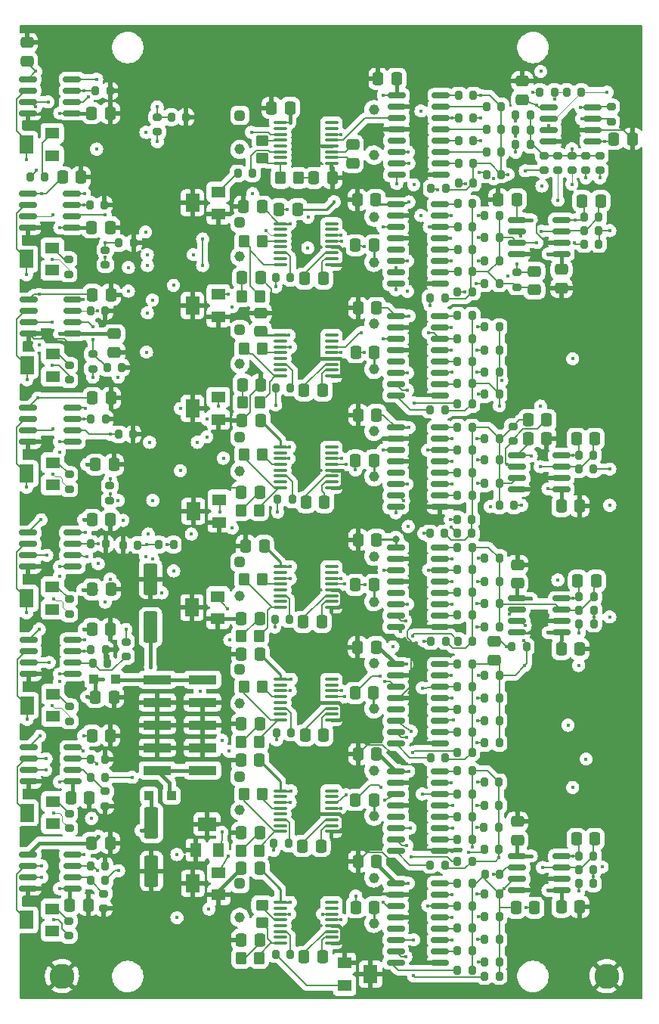
<source format=gbr>
%TF.GenerationSoftware,KiCad,Pcbnew,(6.0.1)*%
%TF.CreationDate,2023-08-04T16:14:03-07:00*%
%TF.ProjectId,pipes_sub,70697065-735f-4737-9562-2e6b69636164,1.2*%
%TF.SameCoordinates,Original*%
%TF.FileFunction,Copper,L4,Bot*%
%TF.FilePolarity,Positive*%
%FSLAX46Y46*%
G04 Gerber Fmt 4.6, Leading zero omitted, Abs format (unit mm)*
G04 Created by KiCad (PCBNEW (6.0.1)) date 2023-08-04 16:14:03*
%MOMM*%
%LPD*%
G01*
G04 APERTURE LIST*
G04 Aperture macros list*
%AMRoundRect*
0 Rectangle with rounded corners*
0 $1 Rounding radius*
0 $2 $3 $4 $5 $6 $7 $8 $9 X,Y pos of 4 corners*
0 Add a 4 corners polygon primitive as box body*
4,1,4,$2,$3,$4,$5,$6,$7,$8,$9,$2,$3,0*
0 Add four circle primitives for the rounded corners*
1,1,$1+$1,$2,$3*
1,1,$1+$1,$4,$5*
1,1,$1+$1,$6,$7*
1,1,$1+$1,$8,$9*
0 Add four rect primitives between the rounded corners*
20,1,$1+$1,$2,$3,$4,$5,0*
20,1,$1+$1,$4,$5,$6,$7,0*
20,1,$1+$1,$6,$7,$8,$9,0*
20,1,$1+$1,$8,$9,$2,$3,0*%
G04 Aperture macros list end*
%TA.AperFunction,ComponentPad*%
%ADD10RoundRect,0.287500X-0.287500X-0.287500X0.287500X-0.287500X0.287500X0.287500X-0.287500X0.287500X0*%
%TD*%
%TA.AperFunction,ComponentPad*%
%ADD11C,1.150000*%
%TD*%
%TA.AperFunction,SMDPad,CuDef*%
%ADD12RoundRect,0.200000X0.200000X0.275000X-0.200000X0.275000X-0.200000X-0.275000X0.200000X-0.275000X0*%
%TD*%
%TA.AperFunction,SMDPad,CuDef*%
%ADD13RoundRect,0.200000X-0.275000X0.200000X-0.275000X-0.200000X0.275000X-0.200000X0.275000X0.200000X0*%
%TD*%
%TA.AperFunction,SMDPad,CuDef*%
%ADD14RoundRect,0.150000X0.825000X0.150000X-0.825000X0.150000X-0.825000X-0.150000X0.825000X-0.150000X0*%
%TD*%
%TA.AperFunction,SMDPad,CuDef*%
%ADD15RoundRect,0.250000X0.350000X0.450000X-0.350000X0.450000X-0.350000X-0.450000X0.350000X-0.450000X0*%
%TD*%
%TA.AperFunction,SMDPad,CuDef*%
%ADD16RoundRect,0.200000X-0.200000X-0.275000X0.200000X-0.275000X0.200000X0.275000X-0.200000X0.275000X0*%
%TD*%
%TA.AperFunction,SMDPad,CuDef*%
%ADD17RoundRect,0.250000X0.475000X-0.337500X0.475000X0.337500X-0.475000X0.337500X-0.475000X-0.337500X0*%
%TD*%
%TA.AperFunction,SMDPad,CuDef*%
%ADD18RoundRect,0.250000X-0.337500X-0.475000X0.337500X-0.475000X0.337500X0.475000X-0.337500X0.475000X0*%
%TD*%
%TA.AperFunction,SMDPad,CuDef*%
%ADD19RoundRect,0.250000X0.337500X0.475000X-0.337500X0.475000X-0.337500X-0.475000X0.337500X-0.475000X0*%
%TD*%
%TA.AperFunction,SMDPad,CuDef*%
%ADD20R,1.600000X1.300000*%
%TD*%
%TA.AperFunction,SMDPad,CuDef*%
%ADD21R,1.600000X2.000000*%
%TD*%
%TA.AperFunction,SMDPad,CuDef*%
%ADD22RoundRect,0.250000X-0.475000X0.337500X-0.475000X-0.337500X0.475000X-0.337500X0.475000X0.337500X0*%
%TD*%
%TA.AperFunction,SMDPad,CuDef*%
%ADD23RoundRect,0.100000X0.637500X0.100000X-0.637500X0.100000X-0.637500X-0.100000X0.637500X-0.100000X0*%
%TD*%
%TA.AperFunction,SMDPad,CuDef*%
%ADD24R,3.150000X1.000000*%
%TD*%
%TA.AperFunction,SMDPad,CuDef*%
%ADD25R,1.300000X1.600000*%
%TD*%
%TA.AperFunction,SMDPad,CuDef*%
%ADD26R,2.000000X1.600000*%
%TD*%
%TA.AperFunction,ComponentPad*%
%ADD27C,2.800000*%
%TD*%
%TA.AperFunction,SMDPad,CuDef*%
%ADD28R,1.000000X1.000000*%
%TD*%
%TA.AperFunction,SMDPad,CuDef*%
%ADD29RoundRect,0.250000X-0.550000X1.500000X-0.550000X-1.500000X0.550000X-1.500000X0.550000X1.500000X0*%
%TD*%
%TA.AperFunction,SMDPad,CuDef*%
%ADD30RoundRect,0.250000X-0.450000X0.350000X-0.450000X-0.350000X0.450000X-0.350000X0.450000X0.350000X0*%
%TD*%
%TA.AperFunction,SMDPad,CuDef*%
%ADD31RoundRect,0.200000X0.275000X-0.200000X0.275000X0.200000X-0.275000X0.200000X-0.275000X-0.200000X0*%
%TD*%
%TA.AperFunction,SMDPad,CuDef*%
%ADD32RoundRect,0.250000X-0.350000X-0.450000X0.350000X-0.450000X0.350000X0.450000X-0.350000X0.450000X0*%
%TD*%
%TA.AperFunction,ViaPad*%
%ADD33C,0.450000*%
%TD*%
%TA.AperFunction,ViaPad*%
%ADD34C,0.800000*%
%TD*%
%TA.AperFunction,Conductor*%
%ADD35C,0.250000*%
%TD*%
%TA.AperFunction,Conductor*%
%ADD36C,0.200000*%
%TD*%
%TA.AperFunction,Conductor*%
%ADD37C,0.400000*%
%TD*%
%TA.AperFunction,Conductor*%
%ADD38C,0.120000*%
%TD*%
G04 APERTURE END LIST*
D10*
%TO.P,U26,1,-*%
%TO.N,Net-(R54-Pad1)*%
X65170000Y-124600000D03*
D11*
%TO.P,U26,2,+*%
%TO.N,Net-(U26-Pad2)*%
X65170000Y-128400000D03*
%TO.P,U26,3*%
%TO.N,Net-(R59-Pad2)*%
X80170000Y-123960000D03*
%TO.P,U26,4*%
%TO.N,Net-(C49-Pad2)*%
X80170000Y-129040000D03*
%TD*%
D10*
%TO.P,U27,1,-*%
%TO.N,Net-(R56-Pad1)*%
X65170000Y-86600000D03*
D11*
%TO.P,U27,2,+*%
%TO.N,Net-(U27-Pad2)*%
X65170000Y-90400000D03*
%TO.P,U27,3*%
%TO.N,Net-(R60-Pad2)*%
X80170000Y-85960000D03*
%TO.P,U27,4*%
%TO.N,Net-(C50-Pad2)*%
X80170000Y-91040000D03*
%TD*%
D10*
%TO.P,U21,1,-*%
%TO.N,Net-(R47-Pad1)*%
X65170000Y-74600000D03*
D11*
%TO.P,U21,2,+*%
%TO.N,Net-(U21-Pad2)*%
X65170000Y-78400000D03*
%TO.P,U21,3*%
%TO.N,Net-(R51-Pad2)*%
X80170000Y-73960000D03*
%TO.P,U21,4*%
%TO.N,Net-(U21-Pad4)*%
X80170000Y-79040000D03*
%TD*%
D10*
%TO.P,U22,1,-*%
%TO.N,Net-(R49-Pad1)*%
X65170000Y-50600000D03*
D11*
%TO.P,U22,2,+*%
%TO.N,Net-(U22-Pad2)*%
X65170000Y-54400000D03*
%TO.P,U22,3*%
%TO.N,Net-(R52-Pad2)*%
X80170000Y-49960000D03*
%TO.P,U22,4*%
%TO.N,Net-(U22-Pad4)*%
X80170000Y-55040000D03*
%TD*%
D10*
%TO.P,U20,1,-*%
%TO.N,Net-(R45-Pad1)*%
X65170000Y-112600000D03*
D11*
%TO.P,U20,2,+*%
%TO.N,Net-(U20-Pad2)*%
X65170000Y-116400000D03*
%TO.P,U20,3*%
%TO.N,Net-(R50-Pad2)*%
X80170000Y-111960000D03*
%TO.P,U20,4*%
%TO.N,Net-(U20-Pad4)*%
X80170000Y-117040000D03*
%TD*%
D10*
%TO.P,U28,1,-*%
%TO.N,Net-(R58-Pad1)*%
X65170000Y-62600000D03*
D11*
%TO.P,U28,2,+*%
%TO.N,Net-(U28-Pad2)*%
X65170000Y-66400000D03*
%TO.P,U28,3*%
%TO.N,Net-(R61-Pad2)*%
X80170000Y-61960000D03*
%TO.P,U28,4*%
%TO.N,Net-(U28-Pad4)*%
X80170000Y-67040000D03*
%TD*%
D10*
%TO.P,U33,1,-*%
%TO.N,Net-(R65-Pad1)*%
X65170000Y-100600000D03*
D11*
%TO.P,U33,2,+*%
%TO.N,Net-(U33-Pad2)*%
X65170000Y-104400000D03*
%TO.P,U33,3*%
%TO.N,Net-(R67-Pad2)*%
X80170000Y-99960000D03*
%TO.P,U33,4*%
%TO.N,Net-(C53-Pad2)*%
X80170000Y-105040000D03*
%TD*%
D10*
%TO.P,U32,1,-*%
%TO.N,Net-(R63-Pad1)*%
X65170000Y-136600000D03*
D11*
%TO.P,U32,2,+*%
%TO.N,Net-(U32-Pad2)*%
X65170000Y-140400000D03*
%TO.P,U32,3*%
%TO.N,Net-(R66-Pad2)*%
X80170000Y-135960000D03*
%TO.P,U32,4*%
%TO.N,Net-(U32-Pad4)*%
X80170000Y-141040000D03*
%TD*%
D12*
%TO.P,R138,1*%
%TO.N,Net-(C76-Pad1)*%
X97275000Y-110100000D03*
%TO.P,R138,2*%
%TO.N,OSC6*%
X95625000Y-110100000D03*
%TD*%
D13*
%TO.P,R66,1*%
%TO.N,Net-(R66-Pad1)*%
X46000000Y-140775000D03*
%TO.P,R66,2*%
%TO.N,Net-(R66-Pad2)*%
X46000000Y-142425000D03*
%TD*%
D14*
%TO.P,U3,1,Q5*%
%TO.N,Net-(R69-Pad1)*%
X87675000Y-48355000D03*
%TO.P,U3,2,Q1*%
%TO.N,Net-(R28-Pad1)*%
X87675000Y-49625000D03*
%TO.P,U3,3,Q0*%
%TO.N,Net-(R6-Pad1)*%
X87675000Y-50895000D03*
%TO.P,U3,4,Q2*%
%TO.N,Net-(R7-Pad1)*%
X87675000Y-52165000D03*
%TO.P,U3,5,Q6*%
%TO.N,Net-(R9-Pad1)*%
X87675000Y-53435000D03*
%TO.P,U3,6,Q7*%
%TO.N,Net-(R70-Pad1)*%
X87675000Y-54705000D03*
%TO.P,U3,7,Q3*%
%TO.N,Net-(R68-Pad1)*%
X87675000Y-55975000D03*
%TO.P,U3,8,VSS*%
%TO.N,GND*%
X87675000Y-57245000D03*
%TO.P,U3,9,Q8*%
%TO.N,Net-(R141-Pad1)*%
X82725000Y-57245000D03*
%TO.P,U3,10,Q4*%
%TO.N,Net-(R8-Pad1)*%
X82725000Y-55975000D03*
%TO.P,U3,11,Q9*%
%TO.N,Net-(R143-Pad1)*%
X82725000Y-54705000D03*
%TO.P,U3,12,Cout*%
%TO.N,unconnected-(U3-Pad12)*%
X82725000Y-53435000D03*
%TO.P,U3,13,CKEN*%
%TO.N,GND*%
X82725000Y-52165000D03*
%TO.P,U3,14,CLK*%
%TO.N,Net-(U1-Pad4)*%
X82725000Y-50895000D03*
%TO.P,U3,15,Reset*%
%TO.N,GND*%
X82725000Y-49625000D03*
%TO.P,U3,16,VDD*%
%TO.N,+9V*%
X82725000Y-48355000D03*
%TD*%
D15*
%TO.P,R36,1*%
%TO.N,Net-(R36-Pad1)*%
X67650000Y-126550000D03*
%TO.P,R36,2*%
%TO.N,Net-(R36-Pad2)*%
X65650000Y-126550000D03*
%TD*%
D12*
%TO.P,R39,1*%
%TO.N,Net-(R39-Pad1)*%
X70725000Y-107000000D03*
%TO.P,R39,2*%
%TO.N,Net-(R39-Pad2)*%
X69075000Y-107000000D03*
%TD*%
D16*
%TO.P,R82,1*%
%TO.N,Net-(R82-Pad1)*%
X89575000Y-65600000D03*
%TO.P,R82,2*%
%TO.N,Net-(C71-Pad1)*%
X91225000Y-65600000D03*
%TD*%
%TO.P,R27,1*%
%TO.N,Net-(R27-Pad1)*%
X89525000Y-78150000D03*
%TO.P,R27,2*%
%TO.N,Net-(C70-Pad1)*%
X91175000Y-78150000D03*
%TD*%
D17*
%TO.P,C8,1*%
%TO.N,+12V*%
X96800000Y-48837500D03*
%TO.P,C8,2*%
%TO.N,GND*%
X96800000Y-46762500D03*
%TD*%
D18*
%TO.P,C28,1*%
%TO.N,Net-(C28-Pad1)*%
X72262500Y-107300000D03*
%TO.P,C28,2*%
%TO.N,Net-(C28-Pad2)*%
X74337500Y-107300000D03*
%TD*%
D19*
%TO.P,C9,1*%
%TO.N,GND*%
X109137500Y-53230000D03*
%TO.P,C9,2*%
%TO.N,-12V*%
X107062500Y-53230000D03*
%TD*%
D16*
%TO.P,R63,1*%
%TO.N,Net-(R63-Pad1)*%
X48425000Y-134650000D03*
%TO.P,R63,2*%
%TO.N,GND*%
X50075000Y-134650000D03*
%TD*%
D13*
%TO.P,R14,1*%
%TO.N,Net-(R1-Pad2)*%
X100790000Y-55115000D03*
%TO.P,R14,2*%
%TO.N,SIG5*%
X100790000Y-56765000D03*
%TD*%
D19*
%TO.P,C40,1*%
%TO.N,+9V*%
X67387500Y-110900000D03*
%TO.P,C40,2*%
%TO.N,GND*%
X65312500Y-110900000D03*
%TD*%
D16*
%TO.P,R105,1*%
%TO.N,Net-(R105-Pad1)*%
X92525000Y-132800000D03*
%TO.P,R105,2*%
%TO.N,Net-(C74-Pad1)*%
X94175000Y-132800000D03*
%TD*%
D13*
%TO.P,R158,1*%
%TO.N,VCA6*%
X52400000Y-109525000D03*
%TO.P,R158,2*%
%TO.N,Net-(R158-Pad2)*%
X52400000Y-111175000D03*
%TD*%
D16*
%TO.P,R79,1*%
%TO.N,Net-(R79-Pad1)*%
X89575000Y-63100000D03*
%TO.P,R79,2*%
%TO.N,Net-(C71-Pad1)*%
X91225000Y-63100000D03*
%TD*%
D12*
%TO.P,R30,1*%
%TO.N,Net-(R30-Pad1)*%
X70835000Y-68770000D03*
%TO.P,R30,2*%
%TO.N,Net-(R30-Pad2)*%
X69185000Y-68770000D03*
%TD*%
D16*
%TO.P,R47,1*%
%TO.N,Net-(R47-Pad1)*%
X48445000Y-72520000D03*
%TO.P,R47,2*%
%TO.N,GND*%
X50095000Y-72520000D03*
%TD*%
%TO.P,R137,1*%
%TO.N,Net-(C75-Pad1)*%
X92625000Y-135550000D03*
%TO.P,R137,2*%
%TO.N,OSC8*%
X94275000Y-135550000D03*
%TD*%
D13*
%TO.P,R98,1*%
%TO.N,Net-(C72-Pad1)*%
X95750000Y-85425000D03*
%TO.P,R98,2*%
%TO.N,OSC4*%
X95750000Y-87075000D03*
%TD*%
D12*
%TO.P,R78,1*%
%TO.N,Net-(C70-Pad1)*%
X104775000Y-88650000D03*
%TO.P,R78,2*%
%TO.N,OSC3*%
X103125000Y-88650000D03*
%TD*%
D16*
%TO.P,R73,1*%
%TO.N,Net-(R73-Pad1)*%
X89525000Y-80650000D03*
%TO.P,R73,2*%
%TO.N,Net-(C70-Pad1)*%
X91175000Y-80650000D03*
%TD*%
D20*
%TO.P,RV17,1,CCW*%
%TO.N,Net-(R39-Pad2)*%
X62700000Y-104450000D03*
D21*
%TO.P,RV17,2,Wiper*%
%TO.N,GND*%
X59800000Y-105700000D03*
D20*
%TO.P,RV17,3,CW*%
X62700000Y-106950000D03*
%TD*%
D12*
%TO.P,R76,1*%
%TO.N,-9V*%
X104775000Y-90200000D03*
%TO.P,R76,2*%
%TO.N,Net-(C70-Pad1)*%
X103125000Y-90200000D03*
%TD*%
D20*
%TO.P,RV13,1,CCW*%
%TO.N,Net-(R29-Pad2)*%
X62850000Y-93650000D03*
D21*
%TO.P,RV13,2,Wiper*%
%TO.N,GND*%
X59950000Y-94900000D03*
D20*
%TO.P,RV13,3,CW*%
X62850000Y-96150000D03*
%TD*%
D15*
%TO.P,R32,1*%
%TO.N,Net-(R32-Pad1)*%
X67650000Y-88550000D03*
%TO.P,R32,2*%
%TO.N,Net-(R32-Pad2)*%
X65650000Y-88550000D03*
%TD*%
D16*
%TO.P,R143,1*%
%TO.N,Net-(R143-Pad1)*%
X89675000Y-58150000D03*
%TO.P,R143,2*%
%TO.N,Net-(C3-Pad1)*%
X91325000Y-58150000D03*
%TD*%
D19*
%TO.P,C57,1*%
%TO.N,GND*%
X50637500Y-63150000D03*
%TO.P,C57,2*%
%TO.N,-12V*%
X48562500Y-63150000D03*
%TD*%
D20*
%TO.P,RV7,1,CCW*%
%TO.N,Net-(R61-Pad1)*%
X44150000Y-65430000D03*
D21*
%TO.P,RV7,2,Wiper*%
%TO.N,SIG2*%
X41250000Y-66680000D03*
D20*
%TO.P,RV7,3,CW*%
%TO.N,unconnected-(RV7-Pad3)*%
X44150000Y-67930000D03*
%TD*%
D14*
%TO.P,U38,1*%
%TO.N,OSC5*%
X101175000Y-104695000D03*
%TO.P,U38,2,-*%
%TO.N,Net-(C73-Pad1)*%
X101175000Y-105965000D03*
%TO.P,U38,3,+*%
%TO.N,GND*%
X101175000Y-107235000D03*
%TO.P,U38,4,V-*%
%TO.N,-12V*%
X101175000Y-108505000D03*
%TO.P,U38,5,+*%
%TO.N,GND*%
X96225000Y-108505000D03*
%TO.P,U38,6,-*%
%TO.N,Net-(C76-Pad1)*%
X96225000Y-107235000D03*
%TO.P,U38,7*%
%TO.N,OSC6*%
X96225000Y-105965000D03*
%TO.P,U38,8,V+*%
%TO.N,+12V*%
X96225000Y-104695000D03*
%TD*%
D18*
%TO.P,C64,1*%
%TO.N,+12V*%
X48612500Y-108120000D03*
%TO.P,C64,2*%
%TO.N,GND*%
X50687500Y-108120000D03*
%TD*%
D12*
%TO.P,R38,1*%
%TO.N,Net-(R38-Pad1)*%
X70825000Y-144500000D03*
%TO.P,R38,2*%
%TO.N,Net-(R38-Pad2)*%
X69175000Y-144500000D03*
%TD*%
D13*
%TO.P,R13,1*%
%TO.N,Net-(R1-Pad2)*%
X99210000Y-55115000D03*
%TO.P,R13,2*%
%TO.N,SIG4*%
X99210000Y-56765000D03*
%TD*%
D18*
%TO.P,C52,1*%
%TO.N,OSC8*%
X78150000Y-139250000D03*
%TO.P,C52,2*%
%TO.N,Net-(U32-Pad4)*%
X80225000Y-139250000D03*
%TD*%
D19*
%TO.P,C36,1*%
%TO.N,+9V*%
X80467500Y-84140000D03*
%TO.P,C36,2*%
%TO.N,GND*%
X78392500Y-84140000D03*
%TD*%
D13*
%TO.P,R50,1*%
%TO.N,Net-(R50-Pad1)*%
X46100000Y-116775000D03*
%TO.P,R50,2*%
%TO.N,Net-(R50-Pad2)*%
X46100000Y-118425000D03*
%TD*%
D17*
%TO.P,C12,1*%
%TO.N,GND*%
X101200000Y-69937500D03*
%TO.P,C12,2*%
%TO.N,-12V*%
X101200000Y-67862500D03*
%TD*%
D18*
%TO.P,C27,1*%
%TO.N,Net-(C27-Pad1)*%
X72362500Y-144800000D03*
%TO.P,C27,2*%
%TO.N,Net-(C27-Pad2)*%
X74437500Y-144800000D03*
%TD*%
D19*
%TO.P,C10,1*%
%TO.N,GND*%
X103237500Y-94350000D03*
%TO.P,C10,2*%
%TO.N,-12V*%
X101162500Y-94350000D03*
%TD*%
D18*
%TO.P,C75,1*%
%TO.N,Net-(C75-Pad1)*%
X96112500Y-139300000D03*
%TO.P,C75,2*%
%TO.N,OSC8*%
X98187500Y-139300000D03*
%TD*%
D17*
%TO.P,C54,1*%
%TO.N,+12V*%
X41300000Y-44537500D03*
%TO.P,C54,2*%
%TO.N,GND*%
X41300000Y-42462500D03*
%TD*%
D22*
%TO.P,C1,1*%
%TO.N,Net-(C1-Pad1)*%
X77800000Y-53862500D03*
%TO.P,C1,2*%
%TO.N,Net-(C1-Pad2)*%
X77800000Y-55937500D03*
%TD*%
D23*
%TO.P,U10,1,PCP*%
%TO.N,unconnected-(U10-Pad1)*%
X75422500Y-87725000D03*
%TO.P,U10,2,PC1*%
%TO.N,unconnected-(U10-Pad2)*%
X75422500Y-88375000D03*
%TO.P,U10,3,RefIn*%
%TO.N,Net-(R83-Pad1)*%
X75422500Y-89025000D03*
%TO.P,U10,4,FOUT*%
%TO.N,Net-(U10-Pad4)*%
X75422500Y-89675000D03*
%TO.P,U10,5,Inh*%
%TO.N,GND*%
X75422500Y-90325000D03*
%TO.P,U10,6,C1*%
%TO.N,Net-(C20-Pad1)*%
X75422500Y-90975000D03*
%TO.P,U10,7,C2*%
%TO.N,Net-(C20-Pad2)*%
X75422500Y-91625000D03*
%TO.P,U10,8,VSS*%
%TO.N,GND*%
X75422500Y-92275000D03*
%TO.P,U10,9,VCOin*%
%TO.N,Net-(R32-Pad2)*%
X69697500Y-92275000D03*
%TO.P,U10,10,SFout*%
%TO.N,unconnected-(U10-Pad10)*%
X69697500Y-91625000D03*
%TO.P,U10,11,R1*%
%TO.N,Net-(R29-Pad1)*%
X69697500Y-90975000D03*
%TO.P,U10,12,R2*%
%TO.N,unconnected-(U10-Pad12)*%
X69697500Y-90325000D03*
%TO.P,U10,13,PC2*%
%TO.N,Net-(R32-Pad1)*%
X69697500Y-89675000D03*
%TO.P,U10,14,SigIn*%
%TO.N,4f*%
X69697500Y-89025000D03*
%TO.P,U10,15,ZOUT*%
%TO.N,unconnected-(U10-Pad15)*%
X69697500Y-88375000D03*
%TO.P,U10,16,VDD*%
%TO.N,+9V*%
X69697500Y-87725000D03*
%TD*%
D14*
%TO.P,U9,1*%
%TO.N,OSC3*%
X101175000Y-88655000D03*
%TO.P,U9,2,-*%
%TO.N,Net-(C70-Pad1)*%
X101175000Y-89925000D03*
%TO.P,U9,3,+*%
%TO.N,GND*%
X101175000Y-91195000D03*
%TO.P,U9,4,V-*%
%TO.N,-12V*%
X101175000Y-92465000D03*
%TO.P,U9,5,+*%
%TO.N,GND*%
X96225000Y-92465000D03*
%TO.P,U9,6,-*%
%TO.N,Net-(C72-Pad1)*%
X96225000Y-91195000D03*
%TO.P,U9,7*%
%TO.N,OSC4*%
X96225000Y-89925000D03*
%TO.P,U9,8,V+*%
%TO.N,+12V*%
X96225000Y-88655000D03*
%TD*%
D16*
%TO.P,R7,1*%
%TO.N,Net-(R7-Pad1)*%
X92775000Y-52165000D03*
%TO.P,R7,2*%
%TO.N,Net-(C3-Pad1)*%
X94425000Y-52165000D03*
%TD*%
%TO.P,R108,1*%
%TO.N,Net-(R108-Pad1)*%
X89525000Y-106550000D03*
%TO.P,R108,2*%
%TO.N,Net-(C73-Pad1)*%
X91175000Y-106550000D03*
%TD*%
%TO.P,R65,1*%
%TO.N,Net-(R65-Pad1)*%
X48455000Y-98580000D03*
%TO.P,R65,2*%
%TO.N,GND*%
X50105000Y-98580000D03*
%TD*%
%TO.P,R114,1*%
%TO.N,Net-(R114-Pad1)*%
X89525000Y-124000000D03*
%TO.P,R114,2*%
%TO.N,Net-(C74-Pad1)*%
X91175000Y-124000000D03*
%TD*%
D19*
%TO.P,C41,1*%
%TO.N,+9V*%
X67337500Y-122750000D03*
%TO.P,C41,2*%
%TO.N,GND*%
X65262500Y-122750000D03*
%TD*%
D14*
%TO.P,U19,1,Q5*%
%TO.N,Net-(R109-Pad1)*%
X87585000Y-98955000D03*
%TO.P,U19,2,Q1*%
%TO.N,Net-(R107-Pad1)*%
X87585000Y-100225000D03*
%TO.P,U19,3,Q0*%
%TO.N,Net-(R99-Pad1)*%
X87585000Y-101495000D03*
%TO.P,U19,4,Q2*%
%TO.N,Net-(R100-Pad1)*%
X87585000Y-102765000D03*
%TO.P,U19,5,Q6*%
%TO.N,Net-(R102-Pad1)*%
X87585000Y-104035000D03*
%TO.P,U19,6,Q7*%
%TO.N,Net-(R110-Pad1)*%
X87585000Y-105305000D03*
%TO.P,U19,7,Q3*%
%TO.N,Net-(R108-Pad1)*%
X87585000Y-106575000D03*
%TO.P,U19,8,VSS*%
%TO.N,GND*%
X87585000Y-107845000D03*
%TO.P,U19,9,Q8*%
%TO.N,Net-(R149-Pad1)*%
X82635000Y-107845000D03*
%TO.P,U19,10,Q4*%
%TO.N,Net-(R101-Pad1)*%
X82635000Y-106575000D03*
%TO.P,U19,11,Q9*%
%TO.N,Net-(R151-Pad1)*%
X82635000Y-105305000D03*
%TO.P,U19,12,Cout*%
%TO.N,unconnected-(U19-Pad12)*%
X82635000Y-104035000D03*
%TO.P,U19,13,CKEN*%
%TO.N,GND*%
X82635000Y-102765000D03*
%TO.P,U19,14,CLK*%
%TO.N,Net-(U17-Pad4)*%
X82635000Y-101495000D03*
%TO.P,U19,15,Reset*%
%TO.N,GND*%
X82635000Y-100225000D03*
%TO.P,U19,16,VDD*%
%TO.N,+9V*%
X82635000Y-98955000D03*
%TD*%
D24*
%TO.P,J2,1,Pin_1*%
%TO.N,Net-(D1-Pad1)*%
X60975000Y-113770000D03*
%TO.P,J2,2,Pin_2*%
X55925000Y-113770000D03*
%TO.P,J2,3,Pin_3*%
%TO.N,GND*%
X60975000Y-116310000D03*
%TO.P,J2,4,Pin_4*%
X55925000Y-116310000D03*
%TO.P,J2,5,Pin_5*%
X60975000Y-118850000D03*
%TO.P,J2,6,Pin_6*%
X55925000Y-118850000D03*
%TO.P,J2,7,Pin_7*%
X60975000Y-121390000D03*
%TO.P,J2,8,Pin_8*%
X55925000Y-121390000D03*
%TO.P,J2,9,Pin_9*%
%TO.N,Net-(D2-Pad2)*%
X60975000Y-123930000D03*
%TO.P,J2,10,Pin_10*%
X55925000Y-123930000D03*
%TD*%
D25*
%TO.P,RV10,1,CCW*%
%TO.N,Net-(R20-Pad2)*%
X62750000Y-132850000D03*
D26*
%TO.P,RV10,2,Wiper*%
%TO.N,GND*%
X61500000Y-129950000D03*
D25*
%TO.P,RV10,3,CW*%
X60250000Y-132850000D03*
%TD*%
D16*
%TO.P,R135,1*%
%TO.N,Net-(R135-Pad1)*%
X92575000Y-118350000D03*
%TO.P,R135,2*%
%TO.N,Net-(C76-Pad1)*%
X94225000Y-118350000D03*
%TD*%
D12*
%TO.P,R29,1*%
%TO.N,Net-(R29-Pad1)*%
X71025000Y-93600000D03*
%TO.P,R29,2*%
%TO.N,Net-(R29-Pad2)*%
X69375000Y-93600000D03*
%TD*%
D23*
%TO.P,U17,1,PCP*%
%TO.N,unconnected-(U17-Pad1)*%
X75422500Y-101125000D03*
%TO.P,U17,2,PC1*%
%TO.N,unconnected-(U17-Pad2)*%
X75422500Y-101775000D03*
%TO.P,U17,3,RefIn*%
%TO.N,Net-(R99-Pad1)*%
X75422500Y-102425000D03*
%TO.P,U17,4,FOUT*%
%TO.N,Net-(U17-Pad4)*%
X75422500Y-103075000D03*
%TO.P,U17,5,Inh*%
%TO.N,GND*%
X75422500Y-103725000D03*
%TO.P,U17,6,C1*%
%TO.N,Net-(C28-Pad1)*%
X75422500Y-104375000D03*
%TO.P,U17,7,C2*%
%TO.N,Net-(C28-Pad2)*%
X75422500Y-105025000D03*
%TO.P,U17,8,VSS*%
%TO.N,GND*%
X75422500Y-105675000D03*
%TO.P,U17,9,VCOin*%
%TO.N,Net-(R42-Pad2)*%
X69697500Y-105675000D03*
%TO.P,U17,10,SFout*%
%TO.N,unconnected-(U17-Pad10)*%
X69697500Y-105025000D03*
%TO.P,U17,11,R1*%
%TO.N,Net-(R39-Pad1)*%
X69697500Y-104375000D03*
%TO.P,U17,12,R2*%
%TO.N,unconnected-(U17-Pad12)*%
X69697500Y-103725000D03*
%TO.P,U17,13,PC2*%
%TO.N,Net-(R42-Pad1)*%
X69697500Y-103075000D03*
%TO.P,U17,14,SigIn*%
%TO.N,5f*%
X69697500Y-102425000D03*
%TO.P,U17,15,ZOUT*%
%TO.N,unconnected-(U17-Pad15)*%
X69697500Y-101775000D03*
%TO.P,U17,16,VDD*%
%TO.N,+9V*%
X69697500Y-101125000D03*
%TD*%
D19*
%TO.P,C23,1*%
%TO.N,Net-(C23-Pad1)*%
X67387500Y-92800000D03*
%TO.P,C23,2*%
%TO.N,GND*%
X65312500Y-92800000D03*
%TD*%
D16*
%TO.P,R70,1*%
%TO.N,Net-(R70-Pad1)*%
X92775000Y-54700000D03*
%TO.P,R70,2*%
%TO.N,Net-(C3-Pad1)*%
X94425000Y-54700000D03*
%TD*%
D12*
%TO.P,R161,1*%
%TO.N,GND*%
X51925000Y-78850000D03*
%TO.P,R161,2*%
%TO.N,Net-(R159-Pad2)*%
X50275000Y-78850000D03*
%TD*%
%TO.P,R20,1*%
%TO.N,Net-(R20-Pad1)*%
X70925000Y-119700000D03*
%TO.P,R20,2*%
%TO.N,Net-(R20-Pad2)*%
X69275000Y-119700000D03*
%TD*%
D27*
%TO.P,TP1,1,1*%
%TO.N,GND*%
X106250000Y-146950000D03*
%TD*%
D15*
%TO.P,R43,1*%
%TO.N,Net-(R42-Pad2)*%
X67300000Y-108900000D03*
%TO.P,R43,2*%
%TO.N,Net-(C38-Pad1)*%
X65300000Y-108900000D03*
%TD*%
D19*
%TO.P,C42,1*%
%TO.N,+9V*%
X80447500Y-110140000D03*
%TO.P,C42,2*%
%TO.N,GND*%
X78372500Y-110140000D03*
%TD*%
D18*
%TO.P,C56,1*%
%TO.N,+12V*%
X45292500Y-57530000D03*
%TO.P,C56,2*%
%TO.N,GND*%
X47367500Y-57530000D03*
%TD*%
D12*
%TO.P,R71,1*%
%TO.N,-9V*%
X105375000Y-63500000D03*
%TO.P,R71,2*%
%TO.N,Net-(C3-Pad1)*%
X103725000Y-63500000D03*
%TD*%
D19*
%TO.P,C3,1*%
%TO.N,Net-(C3-Pad1)*%
X105575000Y-60200000D03*
%TO.P,C3,2*%
%TO.N,OSC1*%
X103500000Y-60200000D03*
%TD*%
D20*
%TO.P,RV9,1,CCW*%
%TO.N,Net-(R67-Pad1)*%
X44170000Y-103390000D03*
D21*
%TO.P,RV9,2,Wiper*%
%TO.N,SIG5*%
X41270000Y-104640000D03*
D20*
%TO.P,RV9,3,CW*%
%TO.N,unconnected-(RV9-Pad3)*%
X44170000Y-105890000D03*
%TD*%
D23*
%TO.P,U12,1,PCP*%
%TO.N,unconnected-(U12-Pad1)*%
X75422500Y-126205000D03*
%TO.P,U12,2,PC1*%
%TO.N,unconnected-(U12-Pad2)*%
X75422500Y-126855000D03*
%TO.P,U12,3,RefIn*%
%TO.N,Net-(R103-Pad1)*%
X75422500Y-127505000D03*
%TO.P,U12,4,FOUT*%
%TO.N,Net-(U12-Pad4)*%
X75422500Y-128155000D03*
%TO.P,U12,5,Inh*%
%TO.N,GND*%
X75422500Y-128805000D03*
%TO.P,U12,6,C1*%
%TO.N,Net-(C22-Pad1)*%
X75422500Y-129455000D03*
%TO.P,U12,7,C2*%
%TO.N,Net-(C22-Pad2)*%
X75422500Y-130105000D03*
%TO.P,U12,8,VSS*%
%TO.N,GND*%
X75422500Y-130755000D03*
%TO.P,U12,9,VCOin*%
%TO.N,Net-(R36-Pad2)*%
X69697500Y-130755000D03*
%TO.P,U12,10,SFout*%
%TO.N,unconnected-(U12-Pad10)*%
X69697500Y-130105000D03*
%TO.P,U12,11,R1*%
%TO.N,Net-(R31-Pad1)*%
X69697500Y-129455000D03*
%TO.P,U12,12,R2*%
%TO.N,unconnected-(U12-Pad12)*%
X69697500Y-128805000D03*
%TO.P,U12,13,PC2*%
%TO.N,Net-(R36-Pad1)*%
X69697500Y-128155000D03*
%TO.P,U12,14,SigIn*%
%TO.N,7f*%
X69697500Y-127505000D03*
%TO.P,U12,15,ZOUT*%
%TO.N,unconnected-(U12-Pad15)*%
X69697500Y-126855000D03*
%TO.P,U12,16,VDD*%
%TO.N,+9V*%
X69697500Y-126205000D03*
%TD*%
D19*
%TO.P,C61,1*%
%TO.N,GND*%
X51070000Y-89700000D03*
%TO.P,C61,2*%
%TO.N,-12V*%
X48995000Y-89700000D03*
%TD*%
D16*
%TO.P,R87,1*%
%TO.N,Net-(R87-Pad1)*%
X92575000Y-61800000D03*
%TO.P,R87,2*%
%TO.N,Net-(C71-Pad1)*%
X94225000Y-61800000D03*
%TD*%
D19*
%TO.P,C26,1*%
%TO.N,GND*%
X103237500Y-139200000D03*
%TO.P,C26,2*%
%TO.N,-12V*%
X101162500Y-139200000D03*
%TD*%
D16*
%TO.P,R86,1*%
%TO.N,Net-(R86-Pad1)*%
X89525000Y-90600000D03*
%TO.P,R86,2*%
%TO.N,Net-(C72-Pad1)*%
X91175000Y-90600000D03*
%TD*%
D18*
%TO.P,C15,1*%
%TO.N,Net-(C15-Pad1)*%
X72362500Y-81400000D03*
%TO.P,C15,2*%
%TO.N,Net-(C15-Pad2)*%
X74437500Y-81400000D03*
%TD*%
D16*
%TO.P,R141,1*%
%TO.N,Net-(R141-Pad1)*%
X86575000Y-58800000D03*
%TO.P,R141,2*%
%TO.N,Net-(C3-Pad1)*%
X88225000Y-58800000D03*
%TD*%
D15*
%TO.P,R41,1*%
%TO.N,Net-(R40-Pad2)*%
X67300000Y-144950000D03*
%TO.P,R41,2*%
%TO.N,Net-(C37-Pad1)*%
X65300000Y-144950000D03*
%TD*%
D16*
%TO.P,R75,1*%
%TO.N,Net-(R75-Pad1)*%
X92575000Y-79300000D03*
%TO.P,R75,2*%
%TO.N,Net-(C70-Pad1)*%
X94225000Y-79300000D03*
%TD*%
%TO.P,R153,1*%
%TO.N,Net-(R153-Pad1)*%
X89525000Y-146300000D03*
%TO.P,R153,2*%
%TO.N,Net-(C75-Pad1)*%
X91175000Y-146300000D03*
%TD*%
D18*
%TO.P,C20,1*%
%TO.N,Net-(C20-Pad1)*%
X72562500Y-93900000D03*
%TO.P,C20,2*%
%TO.N,Net-(C20-Pad2)*%
X74637500Y-93900000D03*
%TD*%
D16*
%TO.P,R74,1*%
%TO.N,Net-(R74-Pad1)*%
X89550000Y-73000000D03*
%TO.P,R74,2*%
%TO.N,Net-(C70-Pad1)*%
X91200000Y-73000000D03*
%TD*%
D19*
%TO.P,C70,1*%
%TO.N,Net-(C70-Pad1)*%
X104937500Y-86800000D03*
%TO.P,C70,2*%
%TO.N,OSC3*%
X102862500Y-86800000D03*
%TD*%
D16*
%TO.P,R19,1*%
%TO.N,Net-(R19-Pad1)*%
X92575000Y-76850000D03*
%TO.P,R19,2*%
%TO.N,Net-(C70-Pad1)*%
X94225000Y-76850000D03*
%TD*%
D28*
%TO.P,D1,1,K*%
%TO.N,Net-(D1-Pad1)*%
X51250000Y-113700000D03*
%TO.P,D1,2,A*%
%TO.N,-12V*%
X48750000Y-113700000D03*
%TD*%
D23*
%TO.P,U4,1,PCP*%
%TO.N,unconnected-(U4-Pad1)*%
X75422500Y-113725000D03*
%TO.P,U4,2,PC1*%
%TO.N,unconnected-(U4-Pad2)*%
X75422500Y-114375000D03*
%TO.P,U4,3,RefIn*%
%TO.N,Net-(R123-Pad1)*%
X75422500Y-115025000D03*
%TO.P,U4,4,FOUT*%
%TO.N,Net-(U4-Pad4)*%
X75422500Y-115675000D03*
%TO.P,U4,5,Inh*%
%TO.N,GND*%
X75422500Y-116325000D03*
%TO.P,U4,6,C1*%
%TO.N,Net-(C14-Pad1)*%
X75422500Y-116975000D03*
%TO.P,U4,7,C2*%
%TO.N,Net-(C14-Pad2)*%
X75422500Y-117625000D03*
%TO.P,U4,8,VSS*%
%TO.N,GND*%
X75422500Y-118275000D03*
%TO.P,U4,9,VCOin*%
%TO.N,Net-(R23-Pad2)*%
X69697500Y-118275000D03*
%TO.P,U4,10,SFout*%
%TO.N,unconnected-(U4-Pad10)*%
X69697500Y-117625000D03*
%TO.P,U4,11,R1*%
%TO.N,Net-(R20-Pad1)*%
X69697500Y-116975000D03*
%TO.P,U4,12,R2*%
%TO.N,unconnected-(U4-Pad12)*%
X69697500Y-116325000D03*
%TO.P,U4,13,PC2*%
%TO.N,Net-(R23-Pad1)*%
X69697500Y-115675000D03*
%TO.P,U4,14,SigIn*%
%TO.N,6f*%
X69697500Y-115025000D03*
%TO.P,U4,15,ZOUT*%
%TO.N,unconnected-(U4-Pad15)*%
X69697500Y-114375000D03*
%TO.P,U4,16,VDD*%
%TO.N,+9V*%
X69697500Y-113725000D03*
%TD*%
D17*
%TO.P,C59,1*%
%TO.N,GND*%
X51100000Y-77137500D03*
%TO.P,C59,2*%
%TO.N,-12V*%
X51100000Y-75062500D03*
%TD*%
D16*
%TO.P,R155,1*%
%TO.N,Net-(R155-Pad1)*%
X92575000Y-146950000D03*
%TO.P,R155,2*%
%TO.N,Net-(C75-Pad1)*%
X94225000Y-146950000D03*
%TD*%
D12*
%TO.P,R21,1*%
%TO.N,Net-(R21-Pad1)*%
X70825000Y-81100000D03*
%TO.P,R21,2*%
%TO.N,Net-(R21-Pad2)*%
X69175000Y-81100000D03*
%TD*%
D16*
%TO.P,R102,1*%
%TO.N,Net-(R102-Pad1)*%
X89525000Y-104000000D03*
%TO.P,R102,2*%
%TO.N,Net-(C73-Pad1)*%
X91175000Y-104000000D03*
%TD*%
D17*
%TO.P,C31,1*%
%TO.N,+9V*%
X67500000Y-74775000D03*
%TO.P,C31,2*%
%TO.N,GND*%
X67500000Y-72700000D03*
%TD*%
D19*
%TO.P,C55,1*%
%TO.N,GND*%
X50637500Y-50350000D03*
%TO.P,C55,2*%
%TO.N,-12V*%
X48562500Y-50350000D03*
%TD*%
D18*
%TO.P,C48,1*%
%TO.N,OSC1*%
X69562500Y-61100000D03*
%TO.P,C48,2*%
%TO.N,Net-(U22-Pad4)*%
X71637500Y-61100000D03*
%TD*%
D16*
%TO.P,R115,1*%
%TO.N,Net-(R115-Pad1)*%
X92500000Y-130350000D03*
%TO.P,R115,2*%
%TO.N,Net-(C74-Pad1)*%
X94150000Y-130350000D03*
%TD*%
D13*
%TO.P,R1,1*%
%TO.N,SIG*%
X106750000Y-49625000D03*
%TO.P,R1,2*%
%TO.N,Net-(R1-Pad2)*%
X106750000Y-51275000D03*
%TD*%
D16*
%TO.P,R122,1*%
%TO.N,Net-(R122-Pad1)*%
X89550000Y-141600000D03*
%TO.P,R122,2*%
%TO.N,Net-(C75-Pad1)*%
X91200000Y-141600000D03*
%TD*%
%TO.P,R127,1*%
%TO.N,Net-(R127-Pad1)*%
X92575000Y-137750000D03*
%TO.P,R127,2*%
%TO.N,Net-(C75-Pad1)*%
X94225000Y-137750000D03*
%TD*%
%TO.P,R145,1*%
%TO.N,Net-(R145-Pad1)*%
X86475000Y-71050000D03*
%TO.P,R145,2*%
%TO.N,Net-(C71-Pad1)*%
X88125000Y-71050000D03*
%TD*%
D13*
%TO.P,R59,1*%
%TO.N,Net-(R59-Pad1)*%
X46050000Y-128775000D03*
%TO.P,R59,2*%
%TO.N,Net-(R59-Pad2)*%
X46050000Y-130425000D03*
%TD*%
D20*
%TO.P,RV11,1,CCW*%
%TO.N,Net-(R21-Pad2)*%
X62750000Y-82150000D03*
D21*
%TO.P,RV11,2,Wiper*%
%TO.N,GND*%
X59850000Y-83400000D03*
D20*
%TO.P,RV11,3,CW*%
X62750000Y-84650000D03*
%TD*%
D14*
%TO.P,U31,1*%
%TO.N,Net-(U28-Pad2)*%
X46375000Y-59355000D03*
%TO.P,U31,2,-*%
%TO.N,Net-(R58-Pad1)*%
X46375000Y-60625000D03*
%TO.P,U31,3,+*%
%TO.N,Net-(R164-Pad2)*%
X46375000Y-61895000D03*
%TO.P,U31,4,V-*%
%TO.N,-12V*%
X46375000Y-63165000D03*
%TO.P,U31,5,+*%
%TO.N,GND*%
X41425000Y-63165000D03*
%TO.P,U31,6,-*%
%TO.N,Net-(R61-Pad2)*%
X41425000Y-61895000D03*
%TO.P,U31,7*%
%TO.N,SIG2*%
X41425000Y-60625000D03*
%TO.P,U31,8,V+*%
%TO.N,+12V*%
X41425000Y-59355000D03*
%TD*%
D29*
%TO.P,C29,1*%
%TO.N,GND*%
X55150000Y-102500000D03*
%TO.P,C29,2*%
%TO.N,-12V*%
X55150000Y-107900000D03*
%TD*%
D16*
%TO.P,R45,1*%
%TO.N,Net-(R45-Pad1)*%
X48475000Y-110450000D03*
%TO.P,R45,2*%
%TO.N,GND*%
X50125000Y-110450000D03*
%TD*%
D17*
%TO.P,C19,1*%
%TO.N,+12V*%
X96250000Y-131737500D03*
%TO.P,C19,2*%
%TO.N,GND*%
X96250000Y-129662500D03*
%TD*%
D16*
%TO.P,R85,1*%
%TO.N,Net-(R85-Pad1)*%
X89500000Y-95850000D03*
%TO.P,R85,2*%
%TO.N,Net-(C72-Pad1)*%
X91150000Y-95850000D03*
%TD*%
D12*
%TO.P,R139,1*%
%TO.N,Net-(R139-Pad1)*%
X100425000Y-48000000D03*
%TO.P,R139,2*%
%TO.N,+9V*%
X98775000Y-48000000D03*
%TD*%
D16*
%TO.P,R100,1*%
%TO.N,Net-(R100-Pad1)*%
X92575000Y-102750000D03*
%TO.P,R100,2*%
%TO.N,Net-(C73-Pad1)*%
X94225000Y-102750000D03*
%TD*%
D20*
%TO.P,RV8,1,CCW*%
%TO.N,Net-(R66-Pad1)*%
X44160000Y-139420000D03*
D21*
%TO.P,RV8,2,Wiper*%
%TO.N,SIG8*%
X41260000Y-140670000D03*
D20*
%TO.P,RV8,3,CW*%
%TO.N,unconnected-(RV8-Pad3)*%
X44160000Y-141920000D03*
%TD*%
D12*
%TO.P,R12,1*%
%TO.N,Net-(R1-Pad2)*%
X97725000Y-53860000D03*
%TO.P,R12,2*%
%TO.N,SIG3*%
X96075000Y-53860000D03*
%TD*%
D20*
%TO.P,RV14,1,CCW*%
%TO.N,Net-(R30-Pad2)*%
X62750000Y-70650000D03*
D21*
%TO.P,RV14,2,Wiper*%
%TO.N,GND*%
X59850000Y-71900000D03*
D20*
%TO.P,RV14,3,CW*%
X62750000Y-73150000D03*
%TD*%
D16*
%TO.P,R101,1*%
%TO.N,Net-(R101-Pad1)*%
X92575000Y-107850000D03*
%TO.P,R101,2*%
%TO.N,Net-(C73-Pad1)*%
X94225000Y-107850000D03*
%TD*%
%TO.P,R129,1*%
%TO.N,Net-(R129-Pad1)*%
X89525000Y-136550000D03*
%TO.P,R129,2*%
%TO.N,Net-(C75-Pad1)*%
X91175000Y-136550000D03*
%TD*%
D15*
%TO.P,R26,1*%
%TO.N,Net-(R25-Pad2)*%
X67450000Y-82750000D03*
%TO.P,R26,2*%
%TO.N,Net-(C18-Pad1)*%
X65450000Y-82750000D03*
%TD*%
D18*
%TO.P,C14,1*%
%TO.N,Net-(C14-Pad1)*%
X72462500Y-120000000D03*
%TO.P,C14,2*%
%TO.N,Net-(C14-Pad2)*%
X74537500Y-120000000D03*
%TD*%
D20*
%TO.P,RV1,1,CCW*%
%TO.N,Net-(R3-Pad2)*%
X62750000Y-59150000D03*
D21*
%TO.P,RV1,2,Wiper*%
%TO.N,GND*%
X59850000Y-60400000D03*
D20*
%TO.P,RV1,3,CW*%
X62750000Y-61650000D03*
%TD*%
D27*
%TO.P,TP2,1,1*%
%TO.N,GND*%
X45230000Y-146950000D03*
%TD*%
D14*
%TO.P,U13,1,Q5*%
%TO.N,Net-(R94-Pad1)*%
X87585000Y-85555000D03*
%TO.P,U13,2,Q1*%
%TO.N,Net-(R92-Pad1)*%
X87585000Y-86825000D03*
%TO.P,U13,3,Q0*%
%TO.N,Net-(R83-Pad1)*%
X87585000Y-88095000D03*
%TO.P,U13,4,Q2*%
%TO.N,Net-(R84-Pad1)*%
X87585000Y-89365000D03*
%TO.P,U13,5,Q6*%
%TO.N,Net-(R86-Pad1)*%
X87585000Y-90635000D03*
%TO.P,U13,6,Q7*%
%TO.N,Net-(R95-Pad1)*%
X87585000Y-91905000D03*
%TO.P,U13,7,Q3*%
%TO.N,Net-(R93-Pad1)*%
X87585000Y-93175000D03*
%TO.P,U13,8,VSS*%
%TO.N,GND*%
X87585000Y-94445000D03*
%TO.P,U13,9,Q8*%
%TO.N,Net-(R146-Pad1)*%
X82635000Y-94445000D03*
%TO.P,U13,10,Q4*%
%TO.N,Net-(R85-Pad1)*%
X82635000Y-93175000D03*
%TO.P,U13,11,Q9*%
%TO.N,Net-(R148-Pad1)*%
X82635000Y-91905000D03*
%TO.P,U13,12,Cout*%
%TO.N,unconnected-(U13-Pad12)*%
X82635000Y-90635000D03*
%TO.P,U13,13,CKEN*%
%TO.N,GND*%
X82635000Y-89365000D03*
%TO.P,U13,14,CLK*%
%TO.N,Net-(U10-Pad4)*%
X82635000Y-88095000D03*
%TO.P,U13,15,Reset*%
%TO.N,GND*%
X82635000Y-86825000D03*
%TO.P,U13,16,VDD*%
%TO.N,+9V*%
X82635000Y-85555000D03*
%TD*%
D16*
%TO.P,R49,1*%
%TO.N,Net-(R49-Pad1)*%
X48975000Y-47850000D03*
%TO.P,R49,2*%
%TO.N,GND*%
X50625000Y-47850000D03*
%TD*%
D14*
%TO.P,U30,1*%
%TO.N,Net-(U27-Pad2)*%
X46405000Y-83335000D03*
%TO.P,U30,2,-*%
%TO.N,Net-(R56-Pad1)*%
X46405000Y-84605000D03*
%TO.P,U30,3,+*%
%TO.N,Net-(R163-Pad2)*%
X46405000Y-85875000D03*
%TO.P,U30,4,V-*%
%TO.N,-12V*%
X46405000Y-87145000D03*
%TO.P,U30,5,+*%
%TO.N,GND*%
X41455000Y-87145000D03*
%TO.P,U30,6,-*%
%TO.N,Net-(R60-Pad2)*%
X41455000Y-85875000D03*
%TO.P,U30,7*%
%TO.N,SIG4*%
X41455000Y-84605000D03*
%TO.P,U30,8,V+*%
%TO.N,+12V*%
X41455000Y-83335000D03*
%TD*%
D12*
%TO.P,R3,1*%
%TO.N,Net-(R3-Pad1)*%
X66575000Y-57100000D03*
%TO.P,R3,2*%
%TO.N,Net-(R3-Pad2)*%
X64925000Y-57100000D03*
%TD*%
D16*
%TO.P,R142,1*%
%TO.N,Net-(R142-Pad1)*%
X86475000Y-83550000D03*
%TO.P,R142,2*%
%TO.N,Net-(C70-Pad1)*%
X88125000Y-83550000D03*
%TD*%
%TO.P,R125,1*%
%TO.N,Net-(R125-Pad1)*%
X92575000Y-120850000D03*
%TO.P,R125,2*%
%TO.N,Net-(C76-Pad1)*%
X94225000Y-120850000D03*
%TD*%
D20*
%TO.P,RV6,1,CCW*%
%TO.N,Net-(R60-Pad1)*%
X44180000Y-89460000D03*
D21*
%TO.P,RV6,2,Wiper*%
%TO.N,SIG4*%
X41280000Y-90710000D03*
D20*
%TO.P,RV6,3,CW*%
%TO.N,unconnected-(RV6-Pad3)*%
X44180000Y-91960000D03*
%TD*%
D19*
%TO.P,C44,1*%
%TO.N,+9V*%
X67387500Y-134900000D03*
%TO.P,C44,2*%
%TO.N,GND*%
X65312500Y-134900000D03*
%TD*%
D18*
%TO.P,C62,1*%
%TO.N,+12V*%
X48592500Y-95870000D03*
%TO.P,C62,2*%
%TO.N,GND*%
X50667500Y-95870000D03*
%TD*%
D30*
%TO.P,R40,1*%
%TO.N,Net-(R40-Pad1)*%
X67650000Y-139000000D03*
%TO.P,R40,2*%
%TO.N,Net-(R40-Pad2)*%
X67650000Y-141000000D03*
%TD*%
D12*
%TO.P,R168,1*%
%TO.N,VCA8*%
X50075000Y-136250000D03*
%TO.P,R168,2*%
%TO.N,Net-(R168-Pad2)*%
X48425000Y-136250000D03*
%TD*%
D15*
%TO.P,R34,1*%
%TO.N,Net-(R34-Pad1)*%
X67650000Y-64700000D03*
%TO.P,R34,2*%
%TO.N,Net-(R34-Pad2)*%
X65650000Y-64700000D03*
%TD*%
D16*
%TO.P,R8,1*%
%TO.N,Net-(R8-Pad1)*%
X92775000Y-57200000D03*
%TO.P,R8,2*%
%TO.N,Net-(C3-Pad1)*%
X94425000Y-57200000D03*
%TD*%
D12*
%TO.P,R140,1*%
%TO.N,-9V*%
X103425000Y-48000000D03*
%TO.P,R140,2*%
%TO.N,Net-(R139-Pad1)*%
X101775000Y-48000000D03*
%TD*%
D14*
%TO.P,U18,1,Q5*%
%TO.N,Net-(R129-Pad1)*%
X87585000Y-136535000D03*
%TO.P,U18,2,Q1*%
%TO.N,Net-(R127-Pad1)*%
X87585000Y-137805000D03*
%TO.P,U18,3,Q0*%
%TO.N,Net-(R119-Pad1)*%
X87585000Y-139075000D03*
%TO.P,U18,4,Q2*%
%TO.N,Net-(R120-Pad1)*%
X87585000Y-140345000D03*
%TO.P,U18,5,Q6*%
%TO.N,Net-(R122-Pad1)*%
X87585000Y-141615000D03*
%TO.P,U18,6,Q7*%
%TO.N,Net-(R130-Pad1)*%
X87585000Y-142885000D03*
%TO.P,U18,7,Q3*%
%TO.N,Net-(R128-Pad1)*%
X87585000Y-144155000D03*
%TO.P,U18,8,VSS*%
%TO.N,GND*%
X87585000Y-145425000D03*
%TO.P,U18,9,Q8*%
%TO.N,Net-(R153-Pad1)*%
X82635000Y-145425000D03*
%TO.P,U18,10,Q4*%
%TO.N,Net-(R121-Pad1)*%
X82635000Y-144155000D03*
%TO.P,U18,11,Q9*%
%TO.N,Net-(R155-Pad1)*%
X82635000Y-142885000D03*
%TO.P,U18,12,Cout*%
%TO.N,unconnected-(U18-Pad12)*%
X82635000Y-141615000D03*
%TO.P,U18,13,CKEN*%
%TO.N,GND*%
X82635000Y-140345000D03*
%TO.P,U18,14,CLK*%
%TO.N,Net-(U16-Pad4)*%
X82635000Y-139075000D03*
%TO.P,U18,15,Reset*%
%TO.N,GND*%
X82635000Y-137805000D03*
%TO.P,U18,16,VDD*%
%TO.N,+9V*%
X82635000Y-136535000D03*
%TD*%
D16*
%TO.P,R128,1*%
%TO.N,Net-(R128-Pad1)*%
X89525000Y-144150000D03*
%TO.P,R128,2*%
%TO.N,Net-(C75-Pad1)*%
X91175000Y-144150000D03*
%TD*%
D18*
%TO.P,C58,1*%
%TO.N,+12V*%
X48642500Y-70680000D03*
%TO.P,C58,2*%
%TO.N,GND*%
X50717500Y-70680000D03*
%TD*%
D19*
%TO.P,C7,1*%
%TO.N,+9V*%
X82737500Y-46500000D03*
%TO.P,C7,2*%
%TO.N,GND*%
X80662500Y-46500000D03*
%TD*%
%TO.P,C65,1*%
%TO.N,GND*%
X51057500Y-115710000D03*
%TO.P,C65,2*%
%TO.N,-12V*%
X48982500Y-115710000D03*
%TD*%
D31*
%TO.P,R164,1*%
%TO.N,VCA2*%
X50100000Y-67325000D03*
%TO.P,R164,2*%
%TO.N,Net-(R164-Pad2)*%
X50100000Y-65675000D03*
%TD*%
D18*
%TO.P,C60,1*%
%TO.N,+12V*%
X48662500Y-82240000D03*
%TO.P,C60,2*%
%TO.N,GND*%
X50737500Y-82240000D03*
%TD*%
D16*
%TO.P,R120,1*%
%TO.N,Net-(R120-Pad1)*%
X92575000Y-140300000D03*
%TO.P,R120,2*%
%TO.N,Net-(C75-Pad1)*%
X94225000Y-140300000D03*
%TD*%
%TO.P,R90,1*%
%TO.N,Net-(R90-Pad1)*%
X92575000Y-66900000D03*
%TO.P,R90,2*%
%TO.N,Net-(C71-Pad1)*%
X94225000Y-66900000D03*
%TD*%
D12*
%TO.P,R162,1*%
%TO.N,VCA7*%
X50075000Y-124700000D03*
%TO.P,R162,2*%
%TO.N,Net-(R162-Pad2)*%
X48425000Y-124700000D03*
%TD*%
D31*
%TO.P,R163,1*%
%TO.N,VCA4*%
X50600000Y-93725000D03*
%TO.P,R163,2*%
%TO.N,Net-(R163-Pad2)*%
X50600000Y-92075000D03*
%TD*%
D14*
%TO.P,U39,1*%
%TO.N,OSC7*%
X101175000Y-133520000D03*
%TO.P,U39,2,-*%
%TO.N,Net-(C74-Pad1)*%
X101175000Y-134790000D03*
%TO.P,U39,3,+*%
%TO.N,GND*%
X101175000Y-136060000D03*
%TO.P,U39,4,V-*%
%TO.N,-12V*%
X101175000Y-137330000D03*
%TO.P,U39,5,+*%
%TO.N,GND*%
X96225000Y-137330000D03*
%TO.P,U39,6,-*%
%TO.N,Net-(C75-Pad1)*%
X96225000Y-136060000D03*
%TO.P,U39,7*%
%TO.N,OSC8*%
X96225000Y-134790000D03*
%TO.P,U39,8,V+*%
%TO.N,+12V*%
X96225000Y-133520000D03*
%TD*%
D12*
%TO.P,R160,1*%
%TO.N,GND*%
X50325000Y-111950000D03*
%TO.P,R160,2*%
%TO.N,Net-(R158-Pad2)*%
X48675000Y-111950000D03*
%TD*%
D16*
%TO.P,R126,1*%
%TO.N,Net-(R126-Pad1)*%
X89550000Y-117100000D03*
%TO.P,R126,2*%
%TO.N,Net-(C76-Pad1)*%
X91200000Y-117100000D03*
%TD*%
D18*
%TO.P,C11,1*%
%TO.N,+12V*%
X97462500Y-86750000D03*
%TO.P,C11,2*%
%TO.N,GND*%
X99537500Y-86750000D03*
%TD*%
D16*
%TO.P,R107,1*%
%TO.N,Net-(R107-Pad1)*%
X92575000Y-100150000D03*
%TO.P,R107,2*%
%TO.N,Net-(C73-Pad1)*%
X94225000Y-100150000D03*
%TD*%
D31*
%TO.P,R159,1*%
%TO.N,VCA3*%
X48700000Y-78975000D03*
%TO.P,R159,2*%
%TO.N,Net-(R159-Pad2)*%
X48700000Y-77325000D03*
%TD*%
D19*
%TO.P,C6,1*%
%TO.N,+9V*%
X70787500Y-49750000D03*
%TO.P,C6,2*%
%TO.N,GND*%
X68712500Y-49750000D03*
%TD*%
D12*
%TO.P,R77,1*%
%TO.N,Net-(C3-Pad1)*%
X105375000Y-62000000D03*
%TO.P,R77,2*%
%TO.N,OSC1*%
X103725000Y-62000000D03*
%TD*%
D17*
%TO.P,C71,1*%
%TO.N,Net-(C71-Pad1)*%
X98150000Y-70137500D03*
%TO.P,C71,2*%
%TO.N,OSC2*%
X98150000Y-68062500D03*
%TD*%
D16*
%TO.P,R18,1*%
%TO.N,Net-(R18-Pad1)*%
X89525000Y-75600000D03*
%TO.P,R18,2*%
%TO.N,Net-(C70-Pad1)*%
X91175000Y-75600000D03*
%TD*%
D20*
%TO.P,RV4,1,CCW*%
%TO.N,Net-(R52-Pad1)*%
X44140000Y-52610000D03*
D21*
%TO.P,RV4,2,Wiper*%
%TO.N,SIG1*%
X41240000Y-53860000D03*
D20*
%TO.P,RV4,3,CW*%
%TO.N,unconnected-(RV4-Pad3)*%
X44140000Y-55110000D03*
%TD*%
D31*
%TO.P,R166,1*%
%TO.N,GND*%
X50100000Y-127925000D03*
%TO.P,R166,2*%
%TO.N,Net-(R162-Pad2)*%
X50100000Y-126275000D03*
%TD*%
D16*
%TO.P,R112,1*%
%TO.N,Net-(R112-Pad1)*%
X92525000Y-125250000D03*
%TO.P,R112,2*%
%TO.N,Net-(C74-Pad1)*%
X94175000Y-125250000D03*
%TD*%
D19*
%TO.P,C25,1*%
%TO.N,Net-(C25-Pad1)*%
X67387500Y-130900000D03*
%TO.P,C25,2*%
%TO.N,GND*%
X65312500Y-130900000D03*
%TD*%
%TO.P,C63,1*%
%TO.N,GND*%
X50737500Y-103650000D03*
%TO.P,C63,2*%
%TO.N,-12V*%
X48662500Y-103650000D03*
%TD*%
D14*
%TO.P,U14,1,Q5*%
%TO.N,Net-(R114-Pad1)*%
X87585000Y-124035000D03*
%TO.P,U14,2,Q1*%
%TO.N,Net-(R112-Pad1)*%
X87585000Y-125305000D03*
%TO.P,U14,3,Q0*%
%TO.N,Net-(R103-Pad1)*%
X87585000Y-126575000D03*
%TO.P,U14,4,Q2*%
%TO.N,Net-(R104-Pad1)*%
X87585000Y-127845000D03*
%TO.P,U14,5,Q6*%
%TO.N,Net-(R106-Pad1)*%
X87585000Y-129115000D03*
%TO.P,U14,6,Q7*%
%TO.N,Net-(R115-Pad1)*%
X87585000Y-130385000D03*
%TO.P,U14,7,Q3*%
%TO.N,Net-(R113-Pad1)*%
X87585000Y-131655000D03*
%TO.P,U14,8,VSS*%
%TO.N,GND*%
X87585000Y-132925000D03*
%TO.P,U14,9,Q8*%
%TO.N,Net-(R150-Pad1)*%
X82635000Y-132925000D03*
%TO.P,U14,10,Q4*%
%TO.N,Net-(R105-Pad1)*%
X82635000Y-131655000D03*
%TO.P,U14,11,Q9*%
%TO.N,Net-(R152-Pad1)*%
X82635000Y-130385000D03*
%TO.P,U14,12,Cout*%
%TO.N,unconnected-(U14-Pad12)*%
X82635000Y-129115000D03*
%TO.P,U14,13,CKEN*%
%TO.N,GND*%
X82635000Y-127845000D03*
%TO.P,U14,14,CLK*%
%TO.N,Net-(U12-Pad4)*%
X82635000Y-126575000D03*
%TO.P,U14,15,Reset*%
%TO.N,GND*%
X82635000Y-125305000D03*
%TO.P,U14,16,VDD*%
%TO.N,+9V*%
X82635000Y-124035000D03*
%TD*%
D20*
%TO.P,RV5,1,CCW*%
%TO.N,Net-(R59-Pad1)*%
X44210000Y-127420000D03*
D21*
%TO.P,RV5,2,Wiper*%
%TO.N,SIG7*%
X41310000Y-128670000D03*
D20*
%TO.P,RV5,3,CW*%
%TO.N,unconnected-(RV5-Pad3)*%
X44210000Y-129920000D03*
%TD*%
D12*
%TO.P,R136,1*%
%TO.N,-9V*%
X104825000Y-107500000D03*
%TO.P,R136,2*%
%TO.N,Net-(C76-Pad1)*%
X103175000Y-107500000D03*
%TD*%
D18*
%TO.P,C50,1*%
%TO.N,OSC4*%
X78112500Y-89250000D03*
%TO.P,C50,2*%
%TO.N,Net-(C50-Pad2)*%
X80187500Y-89250000D03*
%TD*%
%TO.P,C18,1*%
%TO.N,Net-(C18-Pad1)*%
X65462500Y-80750000D03*
%TO.P,C18,2*%
%TO.N,GND*%
X67537500Y-80750000D03*
%TD*%
D17*
%TO.P,C13,1*%
%TO.N,+12V*%
X96250000Y-102987500D03*
%TO.P,C13,2*%
%TO.N,GND*%
X96250000Y-100912500D03*
%TD*%
D18*
%TO.P,C49,1*%
%TO.N,OSC7*%
X78112500Y-127250000D03*
%TO.P,C49,2*%
%TO.N,Net-(C49-Pad2)*%
X80187500Y-127250000D03*
%TD*%
D19*
%TO.P,C38,1*%
%TO.N,Net-(C38-Pad1)*%
X67387500Y-106900000D03*
%TO.P,C38,2*%
%TO.N,GND*%
X65312500Y-106900000D03*
%TD*%
D23*
%TO.P,U1,1,PCP*%
%TO.N,unconnected-(U1-Pad1)*%
X75422500Y-51425000D03*
%TO.P,U1,2,PC1*%
%TO.N,unconnected-(U1-Pad2)*%
X75422500Y-52075000D03*
%TO.P,U1,3,RefIn*%
%TO.N,Net-(R6-Pad1)*%
X75422500Y-52725000D03*
%TO.P,U1,4,FOUT*%
%TO.N,Net-(U1-Pad4)*%
X75422500Y-53375000D03*
%TO.P,U1,5,Inh*%
%TO.N,GND*%
X75422500Y-54025000D03*
%TO.P,U1,6,C1*%
%TO.N,Net-(C1-Pad1)*%
X75422500Y-54675000D03*
%TO.P,U1,7,C2*%
%TO.N,Net-(C1-Pad2)*%
X75422500Y-55325000D03*
%TO.P,U1,8,VSS*%
%TO.N,GND*%
X75422500Y-55975000D03*
%TO.P,U1,9,VCOin*%
%TO.N,Net-(R4-Pad2)*%
X69697500Y-55975000D03*
%TO.P,U1,10,SFout*%
%TO.N,unconnected-(U1-Pad10)*%
X69697500Y-55325000D03*
%TO.P,U1,11,R1*%
%TO.N,Net-(R3-Pad1)*%
X69697500Y-54675000D03*
%TO.P,U1,12,R2*%
%TO.N,unconnected-(U1-Pad12)*%
X69697500Y-54025000D03*
%TO.P,U1,13,PC2*%
%TO.N,Net-(R4-Pad1)*%
X69697500Y-53375000D03*
%TO.P,U1,14,SigIn*%
%TO.N,1f*%
X69697500Y-52725000D03*
%TO.P,U1,15,ZOUT*%
%TO.N,unconnected-(U1-Pad15)*%
X69697500Y-52075000D03*
%TO.P,U1,16,VDD*%
%TO.N,+9V*%
X69697500Y-51425000D03*
%TD*%
D19*
%TO.P,C33,1*%
%TO.N,+9V*%
X67487500Y-84750000D03*
%TO.P,C33,2*%
%TO.N,GND*%
X65412500Y-84750000D03*
%TD*%
D18*
%TO.P,C66,1*%
%TO.N,+12V*%
X48592500Y-120050000D03*
%TO.P,C66,2*%
%TO.N,GND*%
X50667500Y-120050000D03*
%TD*%
D16*
%TO.P,R54,1*%
%TO.N,Net-(R54-Pad1)*%
X48425000Y-122650000D03*
%TO.P,R54,2*%
%TO.N,GND*%
X50075000Y-122650000D03*
%TD*%
D23*
%TO.P,U5,1,PCP*%
%TO.N,unconnected-(U5-Pad1)*%
X75422500Y-75225000D03*
%TO.P,U5,2,PC1*%
%TO.N,unconnected-(U5-Pad2)*%
X75422500Y-75875000D03*
%TO.P,U5,3,RefIn*%
%TO.N,Net-(R18-Pad1)*%
X75422500Y-76525000D03*
%TO.P,U5,4,FOUT*%
%TO.N,Net-(U5-Pad4)*%
X75422500Y-77175000D03*
%TO.P,U5,5,Inh*%
%TO.N,GND*%
X75422500Y-77825000D03*
%TO.P,U5,6,C1*%
%TO.N,Net-(C15-Pad1)*%
X75422500Y-78475000D03*
%TO.P,U5,7,C2*%
%TO.N,Net-(C15-Pad2)*%
X75422500Y-79125000D03*
%TO.P,U5,8,VSS*%
%TO.N,GND*%
X75422500Y-79775000D03*
%TO.P,U5,9,VCOin*%
%TO.N,Net-(R25-Pad2)*%
X69697500Y-79775000D03*
%TO.P,U5,10,SFout*%
%TO.N,unconnected-(U5-Pad10)*%
X69697500Y-79125000D03*
%TO.P,U5,11,R1*%
%TO.N,Net-(R21-Pad1)*%
X69697500Y-78475000D03*
%TO.P,U5,12,R2*%
%TO.N,unconnected-(U5-Pad12)*%
X69697500Y-77825000D03*
%TO.P,U5,13,PC2*%
%TO.N,Net-(R25-Pad1)*%
X69697500Y-77175000D03*
%TO.P,U5,14,SigIn*%
%TO.N,3f*%
X69697500Y-76525000D03*
%TO.P,U5,15,ZOUT*%
%TO.N,unconnected-(U5-Pad15)*%
X69697500Y-75875000D03*
%TO.P,U5,16,VDD*%
%TO.N,+9V*%
X69697500Y-75225000D03*
%TD*%
D19*
%TO.P,C45,1*%
%TO.N,+9V*%
X80457500Y-134130000D03*
%TO.P,C45,2*%
%TO.N,GND*%
X78382500Y-134130000D03*
%TD*%
D18*
%TO.P,C21,1*%
%TO.N,Net-(C21-Pad1)*%
X72442500Y-68860000D03*
%TO.P,C21,2*%
%TO.N,Net-(C21-Pad2)*%
X74517500Y-68860000D03*
%TD*%
D16*
%TO.P,R171,1*%
%TO.N,GND*%
X52075000Y-98700000D03*
%TO.P,R171,2*%
%TO.N,Net-(R169-Pad2)*%
X53725000Y-98700000D03*
%TD*%
D18*
%TO.P,C51,1*%
%TO.N,OSC2*%
X78122500Y-65140000D03*
%TO.P,C51,2*%
%TO.N,Net-(U28-Pad4)*%
X80197500Y-65140000D03*
%TD*%
D19*
%TO.P,C34,1*%
%TO.N,+9V*%
X80467500Y-72160000D03*
%TO.P,C34,2*%
%TO.N,GND*%
X78392500Y-72160000D03*
%TD*%
D12*
%TO.P,R169,1*%
%TO.N,VCA5*%
X57725000Y-98650000D03*
%TO.P,R169,2*%
%TO.N,Net-(R169-Pad2)*%
X56075000Y-98650000D03*
%TD*%
D18*
%TO.P,C22,1*%
%TO.N,Net-(C22-Pad1)*%
X72162500Y-132400000D03*
%TO.P,C22,2*%
%TO.N,Net-(C22-Pad2)*%
X74237500Y-132400000D03*
%TD*%
D20*
%TO.P,RV15,1,CCW*%
%TO.N,Net-(R31-Pad2)*%
X62787500Y-135350000D03*
D21*
%TO.P,RV15,2,Wiper*%
%TO.N,GND*%
X59887500Y-136600000D03*
D20*
%TO.P,RV15,3,CW*%
X62787500Y-137850000D03*
%TD*%
D15*
%TO.P,R35,1*%
%TO.N,Net-(R34-Pad2)*%
X67410000Y-70850000D03*
%TO.P,R35,2*%
%TO.N,Net-(C24-Pad1)*%
X65410000Y-70850000D03*
%TD*%
D18*
%TO.P,C24,1*%
%TO.N,Net-(C24-Pad1)*%
X65392500Y-68790000D03*
%TO.P,C24,2*%
%TO.N,GND*%
X67467500Y-68790000D03*
%TD*%
D15*
%TO.P,R42,1*%
%TO.N,Net-(R42-Pad1)*%
X67650000Y-102550000D03*
%TO.P,R42,2*%
%TO.N,Net-(R42-Pad2)*%
X65650000Y-102550000D03*
%TD*%
D31*
%TO.P,R97,1*%
%TO.N,Net-(C71-Pad1)*%
X96200000Y-69825000D03*
%TO.P,R97,2*%
%TO.N,OSC2*%
X96200000Y-68175000D03*
%TD*%
D16*
%TO.P,R68,1*%
%TO.N,Net-(R68-Pad1)*%
X89675000Y-56000000D03*
%TO.P,R68,2*%
%TO.N,Net-(C3-Pad1)*%
X91325000Y-56000000D03*
%TD*%
%TO.P,R154,1*%
%TO.N,Net-(R154-Pad1)*%
X86525000Y-122500000D03*
%TO.P,R154,2*%
%TO.N,Net-(C76-Pad1)*%
X88175000Y-122500000D03*
%TD*%
%TO.P,R84,1*%
%TO.N,Net-(R84-Pad1)*%
X92575000Y-89200000D03*
%TO.P,R84,2*%
%TO.N,Net-(C72-Pad1)*%
X94225000Y-89200000D03*
%TD*%
%TO.P,R69,1*%
%TO.N,Net-(R69-Pad1)*%
X89675000Y-48370000D03*
%TO.P,R69,2*%
%TO.N,Net-(C3-Pad1)*%
X91325000Y-48370000D03*
%TD*%
D12*
%TO.P,R11,1*%
%TO.N,Net-(R1-Pad2)*%
X97715000Y-52210000D03*
%TO.P,R11,2*%
%TO.N,SIG2*%
X96065000Y-52210000D03*
%TD*%
D16*
%TO.P,R72,1*%
%TO.N,Net-(R72-Pad1)*%
X92575000Y-74300000D03*
%TO.P,R72,2*%
%TO.N,Net-(C70-Pad1)*%
X94225000Y-74300000D03*
%TD*%
D14*
%TO.P,U6,1*%
%TO.N,OSC1*%
X101175000Y-62295000D03*
%TO.P,U6,2,-*%
%TO.N,Net-(C3-Pad1)*%
X101175000Y-63565000D03*
%TO.P,U6,3,+*%
%TO.N,GND*%
X101175000Y-64835000D03*
%TO.P,U6,4,V-*%
%TO.N,-12V*%
X101175000Y-66105000D03*
%TO.P,U6,5,+*%
%TO.N,GND*%
X96225000Y-66105000D03*
%TO.P,U6,6,-*%
%TO.N,Net-(C71-Pad1)*%
X96225000Y-64835000D03*
%TO.P,U6,7*%
%TO.N,OSC2*%
X96225000Y-63565000D03*
%TO.P,U6,8,V+*%
%TO.N,+12V*%
X96225000Y-62295000D03*
%TD*%
D15*
%TO.P,R33,1*%
%TO.N,Net-(R32-Pad2)*%
X67300000Y-94800000D03*
%TO.P,R33,2*%
%TO.N,Net-(C23-Pad1)*%
X65300000Y-94800000D03*
%TD*%
D30*
%TO.P,R4,1*%
%TO.N,Net-(R4-Pad1)*%
X67700000Y-53400000D03*
%TO.P,R4,2*%
%TO.N,Net-(R4-Pad2)*%
X67700000Y-55400000D03*
%TD*%
D19*
%TO.P,C30,1*%
%TO.N,+9V*%
X67657500Y-60810000D03*
%TO.P,C30,2*%
%TO.N,GND*%
X65582500Y-60810000D03*
%TD*%
D13*
%TO.P,R51,1*%
%TO.N,Net-(R51-Pad1)*%
X46060000Y-78575000D03*
%TO.P,R51,2*%
%TO.N,Net-(R51-Pad2)*%
X46060000Y-80225000D03*
%TD*%
D29*
%TO.P,C4,1*%
%TO.N,+12V*%
X55250000Y-129800000D03*
%TO.P,C4,2*%
%TO.N,GND*%
X55250000Y-135200000D03*
%TD*%
D12*
%TO.P,R118,1*%
%TO.N,Net-(C74-Pad1)*%
X104775000Y-133500000D03*
%TO.P,R118,2*%
%TO.N,OSC7*%
X103125000Y-133500000D03*
%TD*%
D16*
%TO.P,R134,1*%
%TO.N,Net-(R134-Pad1)*%
X89525000Y-112050000D03*
%TO.P,R134,2*%
%TO.N,Net-(C76-Pad1)*%
X91175000Y-112050000D03*
%TD*%
%TO.P,R81,1*%
%TO.N,Net-(R81-Pad1)*%
X92575000Y-69400000D03*
%TO.P,R81,2*%
%TO.N,Net-(C71-Pad1)*%
X94225000Y-69400000D03*
%TD*%
D14*
%TO.P,U25,1*%
%TO.N,Net-(U22-Pad2)*%
X46375000Y-46545000D03*
%TO.P,U25,2,-*%
%TO.N,Net-(R49-Pad1)*%
X46375000Y-47815000D03*
%TO.P,U25,3,+*%
%TO.N,Net-(R157-Pad2)*%
X46375000Y-49085000D03*
%TO.P,U25,4,V-*%
%TO.N,-12V*%
X46375000Y-50355000D03*
%TO.P,U25,5,+*%
%TO.N,GND*%
X41425000Y-50355000D03*
%TO.P,U25,6,-*%
%TO.N,Net-(R52-Pad2)*%
X41425000Y-49085000D03*
%TO.P,U25,7*%
%TO.N,SIG1*%
X41425000Y-47815000D03*
%TO.P,U25,8,V+*%
%TO.N,+12V*%
X41425000Y-46545000D03*
%TD*%
D16*
%TO.P,R121,1*%
%TO.N,Net-(R121-Pad1)*%
X92575000Y-145400000D03*
%TO.P,R121,2*%
%TO.N,Net-(C75-Pad1)*%
X94225000Y-145400000D03*
%TD*%
%TO.P,R92,1*%
%TO.N,Net-(R92-Pad1)*%
X92575000Y-86750000D03*
%TO.P,R92,2*%
%TO.N,Net-(C72-Pad1)*%
X94225000Y-86750000D03*
%TD*%
%TO.P,R123,1*%
%TO.N,Net-(R123-Pad1)*%
X89525000Y-114600000D03*
%TO.P,R123,2*%
%TO.N,Net-(C76-Pad1)*%
X91175000Y-114600000D03*
%TD*%
%TO.P,R146,1*%
%TO.N,Net-(R146-Pad1)*%
X86425000Y-97400000D03*
%TO.P,R146,2*%
%TO.N,Net-(C72-Pad1)*%
X88075000Y-97400000D03*
%TD*%
%TO.P,R93,1*%
%TO.N,Net-(R93-Pad1)*%
X89525000Y-93150000D03*
%TO.P,R93,2*%
%TO.N,Net-(C72-Pad1)*%
X91175000Y-93150000D03*
%TD*%
%TO.P,R103,1*%
%TO.N,Net-(R103-Pad1)*%
X89525000Y-126550000D03*
%TO.P,R103,2*%
%TO.N,Net-(C74-Pad1)*%
X91175000Y-126550000D03*
%TD*%
%TO.P,R9,1*%
%TO.N,Net-(R9-Pad1)*%
X89675000Y-53400000D03*
%TO.P,R9,2*%
%TO.N,Net-(C3-Pad1)*%
X91325000Y-53400000D03*
%TD*%
D14*
%TO.P,U29,1*%
%TO.N,Net-(U26-Pad2)*%
X46425000Y-121355000D03*
%TO.P,U29,2,-*%
%TO.N,Net-(R54-Pad1)*%
X46425000Y-122625000D03*
%TO.P,U29,3,+*%
%TO.N,Net-(R162-Pad2)*%
X46425000Y-123895000D03*
%TO.P,U29,4,V-*%
%TO.N,-12V*%
X46425000Y-125165000D03*
%TO.P,U29,5,+*%
%TO.N,GND*%
X41475000Y-125165000D03*
%TO.P,U29,6,-*%
%TO.N,Net-(R59-Pad2)*%
X41475000Y-123895000D03*
%TO.P,U29,7*%
%TO.N,SIG7*%
X41475000Y-122625000D03*
%TO.P,U29,8,V+*%
%TO.N,+12V*%
X41475000Y-121355000D03*
%TD*%
D23*
%TO.P,U11,1,PCP*%
%TO.N,unconnected-(U11-Pad1)*%
X75422500Y-62725000D03*
%TO.P,U11,2,PC1*%
%TO.N,unconnected-(U11-Pad2)*%
X75422500Y-63375000D03*
%TO.P,U11,3,RefIn*%
%TO.N,Net-(R79-Pad1)*%
X75422500Y-64025000D03*
%TO.P,U11,4,FOUT*%
%TO.N,Net-(U11-Pad4)*%
X75422500Y-64675000D03*
%TO.P,U11,5,Inh*%
%TO.N,GND*%
X75422500Y-65325000D03*
%TO.P,U11,6,C1*%
%TO.N,Net-(C21-Pad1)*%
X75422500Y-65975000D03*
%TO.P,U11,7,C2*%
%TO.N,Net-(C21-Pad2)*%
X75422500Y-66625000D03*
%TO.P,U11,8,VSS*%
%TO.N,GND*%
X75422500Y-67275000D03*
%TO.P,U11,9,VCOin*%
%TO.N,Net-(R34-Pad2)*%
X69697500Y-67275000D03*
%TO.P,U11,10,SFout*%
%TO.N,unconnected-(U11-Pad10)*%
X69697500Y-66625000D03*
%TO.P,U11,11,R1*%
%TO.N,Net-(R30-Pad1)*%
X69697500Y-65975000D03*
%TO.P,U11,12,R2*%
%TO.N,unconnected-(U11-Pad12)*%
X69697500Y-65325000D03*
%TO.P,U11,13,PC2*%
%TO.N,Net-(R34-Pad1)*%
X69697500Y-64675000D03*
%TO.P,U11,14,SigIn*%
%TO.N,2f*%
X69697500Y-64025000D03*
%TO.P,U11,15,ZOUT*%
%TO.N,unconnected-(U11-Pad15)*%
X69697500Y-63375000D03*
%TO.P,U11,16,VDD*%
%TO.N,+9V*%
X69697500Y-62725000D03*
%TD*%
D13*
%TO.P,R67,1*%
%TO.N,Net-(R67-Pad1)*%
X46050000Y-104775000D03*
%TO.P,R67,2*%
%TO.N,Net-(R67-Pad2)*%
X46050000Y-106425000D03*
%TD*%
D15*
%TO.P,R23,1*%
%TO.N,Net-(R23-Pad1)*%
X67650000Y-114550000D03*
%TO.P,R23,2*%
%TO.N,Net-(R23-Pad2)*%
X65650000Y-114550000D03*
%TD*%
D16*
%TO.P,R106,1*%
%TO.N,Net-(R106-Pad1)*%
X89525000Y-129100000D03*
%TO.P,R106,2*%
%TO.N,Net-(C74-Pad1)*%
X91175000Y-129100000D03*
%TD*%
D18*
%TO.P,C2,1*%
%TO.N,Net-(C2-Pad1)*%
X73462500Y-57600000D03*
%TO.P,C2,2*%
%TO.N,GND*%
X75537500Y-57600000D03*
%TD*%
D19*
%TO.P,C17,1*%
%TO.N,Net-(C17-Pad1)*%
X67387500Y-118750000D03*
%TO.P,C17,2*%
%TO.N,GND*%
X65312500Y-118750000D03*
%TD*%
D23*
%TO.P,U16,1,PCP*%
%TO.N,unconnected-(U16-Pad1)*%
X75422500Y-138705000D03*
%TO.P,U16,2,PC1*%
%TO.N,unconnected-(U16-Pad2)*%
X75422500Y-139355000D03*
%TO.P,U16,3,RefIn*%
%TO.N,Net-(R119-Pad1)*%
X75422500Y-140005000D03*
%TO.P,U16,4,FOUT*%
%TO.N,Net-(U16-Pad4)*%
X75422500Y-140655000D03*
%TO.P,U16,5,Inh*%
%TO.N,GND*%
X75422500Y-141305000D03*
%TO.P,U16,6,C1*%
%TO.N,Net-(C27-Pad1)*%
X75422500Y-141955000D03*
%TO.P,U16,7,C2*%
%TO.N,Net-(C27-Pad2)*%
X75422500Y-142605000D03*
%TO.P,U16,8,VSS*%
%TO.N,GND*%
X75422500Y-143255000D03*
%TO.P,U16,9,VCOin*%
%TO.N,Net-(R40-Pad2)*%
X69697500Y-143255000D03*
%TO.P,U16,10,SFout*%
%TO.N,unconnected-(U16-Pad10)*%
X69697500Y-142605000D03*
%TO.P,U16,11,R1*%
%TO.N,Net-(R38-Pad1)*%
X69697500Y-141955000D03*
%TO.P,U16,12,R2*%
%TO.N,unconnected-(U16-Pad12)*%
X69697500Y-141305000D03*
%TO.P,U16,13,PC2*%
%TO.N,Net-(R40-Pad1)*%
X69697500Y-140655000D03*
%TO.P,U16,14,SigIn*%
%TO.N,8f*%
X69697500Y-140005000D03*
%TO.P,U16,15,ZOUT*%
%TO.N,unconnected-(U16-Pad15)*%
X69697500Y-139355000D03*
%TO.P,U16,16,VDD*%
%TO.N,+9V*%
X69697500Y-138705000D03*
%TD*%
D16*
%TO.P,R151,1*%
%TO.N,Net-(R151-Pad1)*%
X89600000Y-109450000D03*
%TO.P,R151,2*%
%TO.N,Net-(C73-Pad1)*%
X91250000Y-109450000D03*
%TD*%
D20*
%TO.P,RV2,1,CCW*%
%TO.N,Net-(R50-Pad1)*%
X44220000Y-115400000D03*
D21*
%TO.P,RV2,2,Wiper*%
%TO.N,SIG6*%
X41320000Y-116650000D03*
D20*
%TO.P,RV2,3,CW*%
%TO.N,unconnected-(RV2-Pad3)*%
X44220000Y-117900000D03*
%TD*%
D19*
%TO.P,C67,1*%
%TO.N,GND*%
X48287500Y-127000000D03*
%TO.P,C67,2*%
%TO.N,-12V*%
X46212500Y-127000000D03*
%TD*%
%TO.P,C39,1*%
%TO.N,+9V*%
X80467500Y-98110000D03*
%TO.P,C39,2*%
%TO.N,GND*%
X78392500Y-98110000D03*
%TD*%
D16*
%TO.P,R149,1*%
%TO.N,Net-(R149-Pad1)*%
X86575000Y-109450000D03*
%TO.P,R149,2*%
%TO.N,Net-(C73-Pad1)*%
X88225000Y-109450000D03*
%TD*%
%TO.P,R28,1*%
%TO.N,Net-(R28-Pad1)*%
X92775000Y-49600000D03*
%TO.P,R28,2*%
%TO.N,Net-(C3-Pad1)*%
X94425000Y-49600000D03*
%TD*%
D15*
%TO.P,R37,1*%
%TO.N,Net-(R36-Pad2)*%
X67300000Y-132900000D03*
%TO.P,R37,2*%
%TO.N,Net-(C25-Pad1)*%
X65300000Y-132900000D03*
%TD*%
D14*
%TO.P,U8,1,Q5*%
%TO.N,Net-(R74-Pad1)*%
X87585000Y-73055000D03*
%TO.P,U8,2,Q1*%
%TO.N,Net-(R72-Pad1)*%
X87585000Y-74325000D03*
%TO.P,U8,3,Q0*%
%TO.N,Net-(R18-Pad1)*%
X87585000Y-75595000D03*
%TO.P,U8,4,Q2*%
%TO.N,Net-(R19-Pad1)*%
X87585000Y-76865000D03*
%TO.P,U8,5,Q6*%
%TO.N,Net-(R27-Pad1)*%
X87585000Y-78135000D03*
%TO.P,U8,6,Q7*%
%TO.N,Net-(R75-Pad1)*%
X87585000Y-79405000D03*
%TO.P,U8,7,Q3*%
%TO.N,Net-(R73-Pad1)*%
X87585000Y-80675000D03*
%TO.P,U8,8,VSS*%
%TO.N,GND*%
X87585000Y-81945000D03*
%TO.P,U8,9,Q8*%
%TO.N,Net-(R142-Pad1)*%
X82635000Y-81945000D03*
%TO.P,U8,10,Q4*%
%TO.N,Net-(R22-Pad1)*%
X82635000Y-80675000D03*
%TO.P,U8,11,Q9*%
%TO.N,Net-(R144-Pad1)*%
X82635000Y-79405000D03*
%TO.P,U8,12,Cout*%
%TO.N,unconnected-(U8-Pad12)*%
X82635000Y-78135000D03*
%TO.P,U8,13,CKEN*%
%TO.N,GND*%
X82635000Y-76865000D03*
%TO.P,U8,14,CLK*%
%TO.N,Net-(U5-Pad4)*%
X82635000Y-75595000D03*
%TO.P,U8,15,Reset*%
%TO.N,GND*%
X82635000Y-74325000D03*
%TO.P,U8,16,VDD*%
%TO.N,+9V*%
X82635000Y-73055000D03*
%TD*%
D18*
%TO.P,C47,1*%
%TO.N,OSC3*%
X78142500Y-77120000D03*
%TO.P,C47,2*%
%TO.N,Net-(U21-Pad4)*%
X80217500Y-77120000D03*
%TD*%
D19*
%TO.P,C5,1*%
%TO.N,+12V*%
X96187500Y-60000000D03*
%TO.P,C5,2*%
%TO.N,GND*%
X94112500Y-60000000D03*
%TD*%
D16*
%TO.P,R147,1*%
%TO.N,Net-(R147-Pad1)*%
X89550000Y-70350000D03*
%TO.P,R147,2*%
%TO.N,Net-(C71-Pad1)*%
X91200000Y-70350000D03*
%TD*%
D15*
%TO.P,R25,1*%
%TO.N,Net-(R25-Pad1)*%
X67650000Y-76700000D03*
%TO.P,R25,2*%
%TO.N,Net-(R25-Pad2)*%
X65650000Y-76700000D03*
%TD*%
D12*
%TO.P,R52,1*%
%TO.N,Net-(R52-Pad1)*%
X43315000Y-57520000D03*
%TO.P,R52,2*%
%TO.N,Net-(R52-Pad2)*%
X41665000Y-57520000D03*
%TD*%
D16*
%TO.P,R80,1*%
%TO.N,Net-(R80-Pad1)*%
X92575000Y-64300000D03*
%TO.P,R80,2*%
%TO.N,Net-(C71-Pad1)*%
X94225000Y-64300000D03*
%TD*%
D19*
%TO.P,C74,1*%
%TO.N,Net-(C74-Pad1)*%
X104937500Y-131600000D03*
%TO.P,C74,2*%
%TO.N,OSC7*%
X102862500Y-131600000D03*
%TD*%
D13*
%TO.P,R16,1*%
%TO.N,Net-(R1-Pad2)*%
X103920000Y-55105000D03*
%TO.P,R16,2*%
%TO.N,SIG7*%
X103920000Y-56755000D03*
%TD*%
D16*
%TO.P,R58,1*%
%TO.N,Net-(R58-Pad1)*%
X48325000Y-60600000D03*
%TO.P,R58,2*%
%TO.N,GND*%
X49975000Y-60600000D03*
%TD*%
D12*
%TO.P,R10,1*%
%TO.N,Net-(R1-Pad2)*%
X97715000Y-50520000D03*
%TO.P,R10,2*%
%TO.N,SIG1*%
X96065000Y-50520000D03*
%TD*%
D16*
%TO.P,R99,1*%
%TO.N,Net-(R99-Pad1)*%
X89525000Y-101450000D03*
%TO.P,R99,2*%
%TO.N,Net-(C73-Pad1)*%
X91175000Y-101450000D03*
%TD*%
%TO.P,R130,1*%
%TO.N,Net-(R130-Pad1)*%
X92575000Y-142850000D03*
%TO.P,R130,2*%
%TO.N,Net-(C75-Pad1)*%
X94225000Y-142850000D03*
%TD*%
%TO.P,R22,1*%
%TO.N,Net-(R22-Pad1)*%
X92575000Y-81800000D03*
%TO.P,R22,2*%
%TO.N,Net-(C70-Pad1)*%
X94225000Y-81800000D03*
%TD*%
D19*
%TO.P,C43,1*%
%TO.N,+9V*%
X80467500Y-122110000D03*
%TO.P,C43,2*%
%TO.N,GND*%
X78392500Y-122110000D03*
%TD*%
D14*
%TO.P,U24,1*%
%TO.N,Net-(U21-Pad2)*%
X46417000Y-71247000D03*
%TO.P,U24,2,-*%
%TO.N,Net-(R47-Pad1)*%
X46417000Y-72517000D03*
%TO.P,U24,3,+*%
%TO.N,Net-(R159-Pad2)*%
X46417000Y-73787000D03*
%TO.P,U24,4,V-*%
%TO.N,-12V*%
X46417000Y-75057000D03*
%TO.P,U24,5,+*%
%TO.N,GND*%
X41467000Y-75057000D03*
%TO.P,U24,6,-*%
%TO.N,Net-(R51-Pad2)*%
X41467000Y-73787000D03*
%TO.P,U24,7*%
%TO.N,SIG3*%
X41467000Y-72517000D03*
%TO.P,U24,8,V+*%
%TO.N,+12V*%
X41467000Y-71247000D03*
%TD*%
D19*
%TO.P,C73,1*%
%TO.N,Net-(C73-Pad1)*%
X105087500Y-102700000D03*
%TO.P,C73,2*%
%TO.N,OSC5*%
X103012500Y-102700000D03*
%TD*%
D12*
%TO.P,R96,1*%
%TO.N,-9V*%
X95875000Y-94250000D03*
%TO.P,R96,2*%
%TO.N,Net-(C72-Pad1)*%
X94225000Y-94250000D03*
%TD*%
D19*
%TO.P,C69,1*%
%TO.N,GND*%
X48187500Y-139000000D03*
%TO.P,C69,2*%
%TO.N,-12V*%
X46112500Y-139000000D03*
%TD*%
D13*
%TO.P,R17,1*%
%TO.N,Net-(R1-Pad2)*%
X105500000Y-55105000D03*
%TO.P,R17,2*%
%TO.N,SIG8*%
X105500000Y-56755000D03*
%TD*%
D12*
%TO.P,R165,1*%
%TO.N,GND*%
X53275000Y-64900000D03*
%TO.P,R165,2*%
%TO.N,Net-(R164-Pad2)*%
X51625000Y-64900000D03*
%TD*%
D28*
%TO.P,D2,1,K*%
%TO.N,+12V*%
X55000000Y-126750000D03*
%TO.P,D2,2,A*%
%TO.N,Net-(D2-Pad2)*%
X57500000Y-126750000D03*
%TD*%
D19*
%TO.P,C37,1*%
%TO.N,Net-(C37-Pad1)*%
X67387500Y-142910000D03*
%TO.P,C37,2*%
%TO.N,GND*%
X65312500Y-142910000D03*
%TD*%
D16*
%TO.P,R132,1*%
%TO.N,Net-(R132-Pad1)*%
X92575000Y-113250000D03*
%TO.P,R132,2*%
%TO.N,Net-(C76-Pad1)*%
X94225000Y-113250000D03*
%TD*%
%TO.P,R95,1*%
%TO.N,Net-(R95-Pad1)*%
X92575000Y-91800000D03*
%TO.P,R95,2*%
%TO.N,Net-(C72-Pad1)*%
X94225000Y-91800000D03*
%TD*%
%TO.P,R110,1*%
%TO.N,Net-(R110-Pad1)*%
X92575000Y-105250000D03*
%TO.P,R110,2*%
%TO.N,Net-(C73-Pad1)*%
X94225000Y-105250000D03*
%TD*%
%TO.P,R113,1*%
%TO.N,Net-(R113-Pad1)*%
X89525000Y-131650000D03*
%TO.P,R113,2*%
%TO.N,Net-(C74-Pad1)*%
X91175000Y-131650000D03*
%TD*%
D32*
%TO.P,R5,1*%
%TO.N,Net-(R4-Pad2)*%
X69700000Y-57600000D03*
%TO.P,R5,2*%
%TO.N,Net-(C2-Pad1)*%
X71700000Y-57600000D03*
%TD*%
D31*
%TO.P,R170,1*%
%TO.N,GND*%
X49900000Y-139375000D03*
%TO.P,R170,2*%
%TO.N,Net-(R168-Pad2)*%
X49900000Y-137725000D03*
%TD*%
D13*
%TO.P,R60,1*%
%TO.N,Net-(R60-Pad1)*%
X46050000Y-90775000D03*
%TO.P,R60,2*%
%TO.N,Net-(R60-Pad2)*%
X46050000Y-92425000D03*
%TD*%
D16*
%TO.P,R109,1*%
%TO.N,Net-(R109-Pad1)*%
X89525000Y-98950000D03*
%TO.P,R109,2*%
%TO.N,Net-(C73-Pad1)*%
X91175000Y-98950000D03*
%TD*%
D12*
%TO.P,R31,1*%
%TO.N,Net-(R31-Pad1)*%
X70625000Y-132100000D03*
%TO.P,R31,2*%
%TO.N,Net-(R31-Pad2)*%
X68975000Y-132100000D03*
%TD*%
D13*
%TO.P,R61,1*%
%TO.N,Net-(R61-Pad1)*%
X45974000Y-66739000D03*
%TO.P,R61,2*%
%TO.N,Net-(R61-Pad2)*%
X45974000Y-68389000D03*
%TD*%
D18*
%TO.P,C46,1*%
%TO.N,OSC6*%
X78062500Y-115250000D03*
%TO.P,C46,2*%
%TO.N,Net-(U20-Pad4)*%
X80137500Y-115250000D03*
%TD*%
D16*
%TO.P,R148,1*%
%TO.N,Net-(R148-Pad1)*%
X89475000Y-97400000D03*
%TO.P,R148,2*%
%TO.N,Net-(C72-Pad1)*%
X91125000Y-97400000D03*
%TD*%
D19*
%TO.P,C35,1*%
%TO.N,+9V*%
X67887500Y-98800000D03*
%TO.P,C35,2*%
%TO.N,GND*%
X65812500Y-98800000D03*
%TD*%
D16*
%TO.P,R83,1*%
%TO.N,Net-(R83-Pad1)*%
X89525000Y-88100000D03*
%TO.P,R83,2*%
%TO.N,Net-(C72-Pad1)*%
X91175000Y-88100000D03*
%TD*%
%TO.P,R104,1*%
%TO.N,Net-(R104-Pad1)*%
X92525000Y-127850000D03*
%TO.P,R104,2*%
%TO.N,Net-(C74-Pad1)*%
X94175000Y-127850000D03*
%TD*%
D12*
%TO.P,R167,1*%
%TO.N,GND*%
X53225000Y-86300000D03*
%TO.P,R167,2*%
%TO.N,Net-(R163-Pad2)*%
X51575000Y-86300000D03*
%TD*%
D16*
%TO.P,R156,1*%
%TO.N,Net-(R156-Pad1)*%
X89525000Y-121900000D03*
%TO.P,R156,2*%
%TO.N,Net-(C76-Pad1)*%
X91175000Y-121900000D03*
%TD*%
D12*
%TO.P,R131,1*%
%TO.N,-9V*%
X104775000Y-136600000D03*
%TO.P,R131,2*%
%TO.N,Net-(C75-Pad1)*%
X103125000Y-136600000D03*
%TD*%
%TO.P,R111,1*%
%TO.N,-9V*%
X104825000Y-106000000D03*
%TO.P,R111,2*%
%TO.N,Net-(C73-Pad1)*%
X103175000Y-106000000D03*
%TD*%
%TO.P,R117,1*%
%TO.N,Net-(C73-Pad1)*%
X104825000Y-104500000D03*
%TO.P,R117,2*%
%TO.N,OSC5*%
X103175000Y-104500000D03*
%TD*%
%TO.P,R91,1*%
%TO.N,-9V*%
X105375000Y-65000000D03*
%TO.P,R91,2*%
%TO.N,Net-(C71-Pad1)*%
X103725000Y-65000000D03*
%TD*%
D14*
%TO.P,U7,1,Q5*%
%TO.N,Net-(R134-Pad1)*%
X87585000Y-112055000D03*
%TO.P,U7,2,Q1*%
%TO.N,Net-(R132-Pad1)*%
X87585000Y-113325000D03*
%TO.P,U7,3,Q0*%
%TO.N,Net-(R123-Pad1)*%
X87585000Y-114595000D03*
%TO.P,U7,4,Q2*%
%TO.N,Net-(R124-Pad1)*%
X87585000Y-115865000D03*
%TO.P,U7,5,Q6*%
%TO.N,Net-(R126-Pad1)*%
X87585000Y-117135000D03*
%TO.P,U7,6,Q7*%
%TO.N,Net-(R135-Pad1)*%
X87585000Y-118405000D03*
%TO.P,U7,7,Q3*%
%TO.N,Net-(R133-Pad1)*%
X87585000Y-119675000D03*
%TO.P,U7,8,VSS*%
%TO.N,GND*%
X87585000Y-120945000D03*
%TO.P,U7,9,Q8*%
%TO.N,Net-(R154-Pad1)*%
X82635000Y-120945000D03*
%TO.P,U7,10,Q4*%
%TO.N,Net-(R125-Pad1)*%
X82635000Y-119675000D03*
%TO.P,U7,11,Q9*%
%TO.N,Net-(R156-Pad1)*%
X82635000Y-118405000D03*
%TO.P,U7,12,Cout*%
%TO.N,unconnected-(U7-Pad12)*%
X82635000Y-117135000D03*
%TO.P,U7,13,CKEN*%
%TO.N,GND*%
X82635000Y-115865000D03*
%TO.P,U7,14,CLK*%
%TO.N,Net-(U4-Pad4)*%
X82635000Y-114595000D03*
%TO.P,U7,15,Reset*%
%TO.N,GND*%
X82635000Y-113325000D03*
%TO.P,U7,16,VDD*%
%TO.N,+9V*%
X82635000Y-112055000D03*
%TD*%
%TO.P,U35,1*%
%TO.N,Net-(U33-Pad2)*%
X46405000Y-97315000D03*
%TO.P,U35,2,-*%
%TO.N,Net-(R65-Pad1)*%
X46405000Y-98585000D03*
%TO.P,U35,3,+*%
%TO.N,Net-(R169-Pad2)*%
X46405000Y-99855000D03*
%TO.P,U35,4,V-*%
%TO.N,-12V*%
X46405000Y-101125000D03*
%TO.P,U35,5,+*%
%TO.N,GND*%
X41455000Y-101125000D03*
%TO.P,U35,6,-*%
%TO.N,Net-(R67-Pad2)*%
X41455000Y-99855000D03*
%TO.P,U35,7*%
%TO.N,SIG5*%
X41455000Y-98585000D03*
%TO.P,U35,8,V+*%
%TO.N,+12V*%
X41455000Y-97315000D03*
%TD*%
D16*
%TO.P,R133,1*%
%TO.N,Net-(R133-Pad1)*%
X89525000Y-119650000D03*
%TO.P,R133,2*%
%TO.N,Net-(C76-Pad1)*%
X91175000Y-119650000D03*
%TD*%
%TO.P,R89,1*%
%TO.N,Net-(R89-Pad1)*%
X89575000Y-60500000D03*
%TO.P,R89,2*%
%TO.N,Net-(C71-Pad1)*%
X91225000Y-60500000D03*
%TD*%
%TO.P,R94,1*%
%TO.N,Net-(R94-Pad1)*%
X89525000Y-85550000D03*
%TO.P,R94,2*%
%TO.N,Net-(C72-Pad1)*%
X91175000Y-85550000D03*
%TD*%
D14*
%TO.P,U34,1*%
%TO.N,Net-(U32-Pad2)*%
X46385000Y-133345000D03*
%TO.P,U34,2,-*%
%TO.N,Net-(R63-Pad1)*%
X46385000Y-134615000D03*
%TO.P,U34,3,+*%
%TO.N,Net-(R168-Pad2)*%
X46385000Y-135885000D03*
%TO.P,U34,4,V-*%
%TO.N,-12V*%
X46385000Y-137155000D03*
%TO.P,U34,5,+*%
%TO.N,GND*%
X41435000Y-137155000D03*
%TO.P,U34,6,-*%
%TO.N,Net-(R66-Pad2)*%
X41435000Y-135885000D03*
%TO.P,U34,7*%
%TO.N,SIG8*%
X41435000Y-134615000D03*
%TO.P,U34,8,V+*%
%TO.N,+12V*%
X41435000Y-133345000D03*
%TD*%
D16*
%TO.P,R144,1*%
%TO.N,Net-(R144-Pad1)*%
X89525000Y-82900000D03*
%TO.P,R144,2*%
%TO.N,Net-(C70-Pad1)*%
X91175000Y-82900000D03*
%TD*%
D17*
%TO.P,C76,1*%
%TO.N,Net-(C76-Pad1)*%
X93700000Y-111587500D03*
%TO.P,C76,2*%
%TO.N,OSC6*%
X93700000Y-109512500D03*
%TD*%
D16*
%TO.P,R119,1*%
%TO.N,Net-(R119-Pad1)*%
X89525000Y-139100000D03*
%TO.P,R119,2*%
%TO.N,Net-(C75-Pad1)*%
X91175000Y-139100000D03*
%TD*%
D18*
%TO.P,C72,1*%
%TO.N,Net-(C72-Pad1)*%
X97462500Y-84700000D03*
%TO.P,C72,2*%
%TO.N,OSC4*%
X99537500Y-84700000D03*
%TD*%
D31*
%TO.P,R2,1*%
%TO.N,VCA1*%
X55900000Y-52425000D03*
%TO.P,R2,2*%
%TO.N,Net-(R157-Pad2)*%
X55900000Y-50775000D03*
%TD*%
D16*
%TO.P,R150,1*%
%TO.N,Net-(R150-Pad1)*%
X86475000Y-134500000D03*
%TO.P,R150,2*%
%TO.N,Net-(C74-Pad1)*%
X88125000Y-134500000D03*
%TD*%
D18*
%TO.P,C68,1*%
%TO.N,+12V*%
X48552500Y-132050000D03*
%TO.P,C68,2*%
%TO.N,GND*%
X50627500Y-132050000D03*
%TD*%
D16*
%TO.P,R88,1*%
%TO.N,Net-(R88-Pad1)*%
X89575000Y-68100000D03*
%TO.P,R88,2*%
%TO.N,Net-(C71-Pad1)*%
X91225000Y-68100000D03*
%TD*%
D12*
%TO.P,R157,1*%
%TO.N,GND*%
X59125000Y-50800000D03*
%TO.P,R157,2*%
%TO.N,Net-(R157-Pad2)*%
X57475000Y-50800000D03*
%TD*%
D16*
%TO.P,R124,1*%
%TO.N,Net-(R124-Pad1)*%
X92575000Y-115850000D03*
%TO.P,R124,2*%
%TO.N,Net-(C76-Pad1)*%
X94225000Y-115850000D03*
%TD*%
D12*
%TO.P,R116,1*%
%TO.N,-9V*%
X104775000Y-135050000D03*
%TO.P,R116,2*%
%TO.N,Net-(C74-Pad1)*%
X103125000Y-135050000D03*
%TD*%
D14*
%TO.P,U2,1*%
%TO.N,SIG*%
X104705000Y-49705000D03*
%TO.P,U2,2,-*%
%TO.N,Net-(R1-Pad2)*%
X104705000Y-50975000D03*
%TO.P,U2,3,+*%
%TO.N,GND*%
X104705000Y-52245000D03*
%TO.P,U2,4,V-*%
%TO.N,-12V*%
X104705000Y-53515000D03*
%TO.P,U2,5,+*%
%TO.N,GND*%
X99755000Y-53515000D03*
%TO.P,U2,6,-*%
%TO.N,Net-(R139-Pad1)*%
X99755000Y-52245000D03*
%TO.P,U2,7*%
%TO.N,-9V*%
X99755000Y-50975000D03*
%TO.P,U2,8,V+*%
%TO.N,+12V*%
X99755000Y-49705000D03*
%TD*%
D13*
%TO.P,R15,1*%
%TO.N,Net-(R1-Pad2)*%
X102360000Y-55115000D03*
%TO.P,R15,2*%
%TO.N,SIG6*%
X102360000Y-56765000D03*
%TD*%
D18*
%TO.P,C53,1*%
%TO.N,OSC5*%
X78112500Y-103150000D03*
%TO.P,C53,2*%
%TO.N,Net-(C53-Pad2)*%
X80187500Y-103150000D03*
%TD*%
D15*
%TO.P,R24,1*%
%TO.N,Net-(R23-Pad2)*%
X67300000Y-120750000D03*
%TO.P,R24,2*%
%TO.N,Net-(C17-Pad1)*%
X65300000Y-120750000D03*
%TD*%
D20*
%TO.P,RV3,1,CCW*%
%TO.N,Net-(R51-Pad1)*%
X44210000Y-77320000D03*
D21*
%TO.P,RV3,2,Wiper*%
%TO.N,SIG3*%
X41310000Y-78570000D03*
D20*
%TO.P,RV3,3,CW*%
%TO.N,unconnected-(RV3-Pad3)*%
X44210000Y-79820000D03*
%TD*%
D16*
%TO.P,R152,1*%
%TO.N,Net-(R152-Pad1)*%
X89525000Y-134100000D03*
%TO.P,R152,2*%
%TO.N,Net-(C74-Pad1)*%
X91175000Y-134100000D03*
%TD*%
D14*
%TO.P,U15,1,Q5*%
%TO.N,Net-(R89-Pad1)*%
X87585000Y-60555000D03*
%TO.P,U15,2,Q1*%
%TO.N,Net-(R87-Pad1)*%
X87585000Y-61825000D03*
%TO.P,U15,3,Q0*%
%TO.N,Net-(R79-Pad1)*%
X87585000Y-63095000D03*
%TO.P,U15,4,Q2*%
%TO.N,Net-(R80-Pad1)*%
X87585000Y-64365000D03*
%TO.P,U15,5,Q6*%
%TO.N,Net-(R82-Pad1)*%
X87585000Y-65635000D03*
%TO.P,U15,6,Q7*%
%TO.N,Net-(R90-Pad1)*%
X87585000Y-66905000D03*
%TO.P,U15,7,Q3*%
%TO.N,Net-(R88-Pad1)*%
X87585000Y-68175000D03*
%TO.P,U15,8,VSS*%
%TO.N,GND*%
X87585000Y-69445000D03*
%TO.P,U15,9,Q8*%
%TO.N,Net-(R145-Pad1)*%
X82635000Y-69445000D03*
%TO.P,U15,10,Q4*%
%TO.N,Net-(R81-Pad1)*%
X82635000Y-68175000D03*
%TO.P,U15,11,Q9*%
%TO.N,Net-(R147-Pad1)*%
X82635000Y-66905000D03*
%TO.P,U15,12,Cout*%
%TO.N,unconnected-(U15-Pad12)*%
X82635000Y-65635000D03*
%TO.P,U15,13,CKEN*%
%TO.N,GND*%
X82635000Y-64365000D03*
%TO.P,U15,14,CLK*%
%TO.N,Net-(U11-Pad4)*%
X82635000Y-63095000D03*
%TO.P,U15,15,Reset*%
%TO.N,GND*%
X82635000Y-61825000D03*
%TO.P,U15,16,VDD*%
%TO.N,+9V*%
X82635000Y-60555000D03*
%TD*%
D20*
%TO.P,RV16,1,CCW*%
%TO.N,Net-(R38-Pad2)*%
X76900000Y-148000000D03*
D21*
%TO.P,RV16,2,Wiper*%
%TO.N,GND*%
X79800000Y-146750000D03*
D20*
%TO.P,RV16,3,CW*%
X76900000Y-145500000D03*
%TD*%
D14*
%TO.P,U23,1*%
%TO.N,Net-(U20-Pad2)*%
X46445000Y-109315000D03*
%TO.P,U23,2,-*%
%TO.N,Net-(R45-Pad1)*%
X46445000Y-110585000D03*
%TO.P,U23,3,+*%
%TO.N,Net-(R158-Pad2)*%
X46445000Y-111855000D03*
%TO.P,U23,4,V-*%
%TO.N,-12V*%
X46445000Y-113125000D03*
%TO.P,U23,5,+*%
%TO.N,GND*%
X41495000Y-113125000D03*
%TO.P,U23,6,-*%
%TO.N,Net-(R50-Pad2)*%
X41495000Y-111855000D03*
%TO.P,U23,7*%
%TO.N,SIG6*%
X41495000Y-110585000D03*
%TO.P,U23,8,V+*%
%TO.N,+12V*%
X41495000Y-109315000D03*
%TD*%
D16*
%TO.P,R6,1*%
%TO.N,Net-(R6-Pad1)*%
X89675000Y-50900000D03*
%TO.P,R6,2*%
%TO.N,Net-(C3-Pad1)*%
X91325000Y-50900000D03*
%TD*%
D19*
%TO.P,C16,1*%
%TO.N,GND*%
X103237500Y-110350000D03*
%TO.P,C16,2*%
%TO.N,-12V*%
X101162500Y-110350000D03*
%TD*%
%TO.P,C32,1*%
%TO.N,+9V*%
X80407500Y-60060000D03*
%TO.P,C32,2*%
%TO.N,GND*%
X78332500Y-60060000D03*
%TD*%
D16*
%TO.P,R56,1*%
%TO.N,Net-(R56-Pad1)*%
X48455000Y-84590000D03*
%TO.P,R56,2*%
%TO.N,GND*%
X50105000Y-84590000D03*
%TD*%
D33*
%TO.N,+12V*%
X98433750Y-49466250D03*
X42692520Y-70647480D03*
X49301250Y-131301250D03*
X97800000Y-104700000D03*
X42295000Y-45675000D03*
X98875000Y-45675000D03*
X42740000Y-120090000D03*
X97800000Y-88700000D03*
X47730000Y-108120000D03*
X47655000Y-95870000D03*
X42900000Y-95870000D03*
X42690000Y-108120000D03*
X97800000Y-62300000D03*
X54100000Y-130650000D03*
X42692520Y-76307480D03*
X42860000Y-132050000D03*
X42550000Y-82240000D03*
X47650000Y-120050000D03*
X42985000Y-59355000D03*
X97800000Y-133500000D03*
%TO.N,-12V*%
X44980000Y-75060000D03*
X44940000Y-101130000D03*
X99695000Y-108505000D03*
X49800000Y-113700000D03*
X48000000Y-89700000D03*
X44940000Y-102200000D03*
X44950000Y-87110000D03*
X44960000Y-114000000D03*
X106000000Y-53515000D03*
X44950000Y-88300000D03*
X48000000Y-115700000D03*
X44940000Y-113130000D03*
X55150000Y-112350000D03*
X99680489Y-137350000D03*
X44985000Y-50355000D03*
X99680489Y-92419511D03*
X44940000Y-125220000D03*
X44940000Y-137160000D03*
X99700000Y-66105000D03*
X44985000Y-63185000D03*
X47600000Y-103700000D03*
%TO.N,OSC6*%
X95000000Y-110100000D03*
X82300000Y-110100000D03*
X80900000Y-113400000D03*
X95325000Y-106475000D03*
%TO.N,OSC3*%
X102450000Y-77850000D03*
X102450000Y-88650000D03*
X79080000Y-77120000D03*
%TO.N,OSC1*%
X70500000Y-61100000D03*
X102700000Y-62300000D03*
%TO.N,OSC7*%
X80950000Y-125850000D03*
X102450000Y-133500000D03*
X102450000Y-125850000D03*
%TO.N,OSC4*%
X78112500Y-90300000D03*
X95075000Y-89675000D03*
%TO.N,OSC2*%
X79100000Y-65300000D03*
X96200000Y-67200000D03*
X96600000Y-64100000D03*
%TO.N,OSC8*%
X93550000Y-135550000D03*
X97200000Y-139300000D03*
X78150000Y-138000000D03*
%TO.N,Net-(R6-Pad1)*%
X76475000Y-52725000D03*
X88955000Y-50895000D03*
%TO.N,SIG*%
X85450000Y-61800000D03*
X61000000Y-64450000D03*
X103355000Y-49705000D03*
X61000000Y-67400000D03*
X54800000Y-67400000D03*
X54800000Y-72700000D03*
X85450000Y-50100000D03*
%TO.N,SIG1*%
X96065000Y-51235000D03*
X41240000Y-55580000D03*
X93600000Y-57700000D03*
%TO.N,SIG2*%
X96065000Y-52935000D03*
X41250000Y-68430000D03*
X95200000Y-68569521D03*
%TO.N,SIG3*%
X94500000Y-80250000D03*
X41310000Y-80200000D03*
X96075000Y-54725000D03*
%TO.N,SIG4*%
X93200000Y-94400000D03*
X41280000Y-92220000D03*
X97150000Y-56800000D03*
%TO.N,SIG5*%
X100790000Y-102610000D03*
X100790000Y-60100000D03*
X41270000Y-106300000D03*
%TO.N,SIG6*%
X102350000Y-58300000D03*
X41320000Y-118240000D03*
X101925489Y-118875489D03*
%TO.N,SIG7*%
X103950000Y-122650000D03*
X103920000Y-57600000D03*
X43445000Y-122625000D03*
%TO.N,Net-(R49-Pad1)*%
X47700000Y-47850000D03*
%TO.N,Net-(R50-Pad2)*%
X43795000Y-111855000D03*
X44140000Y-116640000D03*
%TO.N,Net-(R51-Pad2)*%
X44140000Y-78570000D03*
X44140000Y-73750000D03*
%TO.N,Net-(R52-Pad2)*%
X42339511Y-56740489D03*
X43670000Y-49090000D03*
X42310359Y-49629641D03*
%TO.N,Net-(R56-Pad1)*%
X61450000Y-86600000D03*
X47720000Y-84590000D03*
X61450000Y-84600000D03*
%TO.N,Net-(R58-Pad1)*%
X47675000Y-60625000D03*
%TO.N,Net-(R59-Pad2)*%
X44300000Y-128700000D03*
X43415000Y-123895000D03*
%TO.N,Net-(R60-Pad2)*%
X44210000Y-90760000D03*
X44260000Y-85720000D03*
%TO.N,Net-(R61-Pad2)*%
X72799652Y-61999652D03*
X44120000Y-66750000D03*
X44180000Y-61760000D03*
X72769511Y-65430489D03*
%TO.N,Net-(R66-Pad2)*%
X42990000Y-135880000D03*
X44280000Y-140650000D03*
%TO.N,Net-(R67-Pad2)*%
X43525000Y-99850000D03*
X44300000Y-104700000D03*
%TO.N,OSC5*%
X102505000Y-104695000D03*
X79150000Y-103150000D03*
%TO.N,1f*%
X66450000Y-52500000D03*
X54650000Y-52500000D03*
X54600000Y-63650000D03*
%TO.N,2f*%
X68100000Y-63500000D03*
%TO.N,3f*%
X70825000Y-76525000D03*
X54790000Y-66190000D03*
X54700000Y-77100000D03*
%TO.N,4f*%
X70675000Y-89025000D03*
X63325489Y-88975489D03*
X59940000Y-66190000D03*
%TO.N,5f*%
X52064022Y-95935978D03*
X70800000Y-102450000D03*
X52675000Y-67625000D03*
%TO.N,6f*%
X57725000Y-69625000D03*
X60700000Y-115050000D03*
X70795000Y-115025000D03*
%TO.N,Net-(C3-Pad1)*%
X95200000Y-57200000D03*
X99000000Y-58500000D03*
X92100000Y-53400000D03*
X98935000Y-63565000D03*
X92100000Y-50900000D03*
X92130000Y-48370000D03*
%TO.N,7f*%
X52675000Y-70275000D03*
X70795000Y-127505000D03*
X48550000Y-129300000D03*
%TO.N,8f*%
X61700000Y-139450000D03*
X60400000Y-87200000D03*
X70745000Y-140005000D03*
X55050000Y-87200000D03*
X55370000Y-71270000D03*
%TO.N,SIG8*%
X105500000Y-57600000D03*
X42965000Y-134615000D03*
X105750000Y-134750000D03*
%TO.N,VCA1*%
X55909511Y-53550000D03*
X56450000Y-104050000D03*
%TO.N,VCA2*%
X50080978Y-105080978D03*
X50100000Y-66500000D03*
%TO.N,VCA3*%
X55400000Y-100250000D03*
X51539511Y-93700000D03*
X48689511Y-79910489D03*
X51539511Y-79910489D03*
X55400000Y-93700000D03*
X57750000Y-101600000D03*
%TO.N,VCA4*%
X50650000Y-93000000D03*
X50650000Y-102500000D03*
%TO.N,VCA5*%
X57000000Y-98650000D03*
%TO.N,VCA6*%
X54600000Y-100000000D03*
X52400000Y-108150000D03*
%TO.N,VCA7*%
X53100000Y-124700000D03*
X59740000Y-97460000D03*
%TO.N,VCA8*%
X51580000Y-135150000D03*
X54900000Y-97460000D03*
%TO.N,Net-(C70-Pad1)*%
X98850000Y-83150000D03*
X98825000Y-89925000D03*
X94225000Y-83125000D03*
%TO.N,Net-(R1-Pad2)*%
X102360000Y-54350000D03*
X103450000Y-51000000D03*
%TO.N,Net-(C71-Pad1)*%
X102600000Y-64850000D03*
X98435000Y-64835000D03*
%TO.N,Net-(R8-Pad1)*%
X84100000Y-55975000D03*
X91950000Y-56950000D03*
%TO.N,Net-(R141-Pad1)*%
X87350000Y-58900000D03*
X82725000Y-58225000D03*
%TO.N,Net-(C74-Pad1)*%
X99050000Y-134800000D03*
X94200000Y-133700000D03*
X91175000Y-132475000D03*
%TO.N,Net-(C75-Pad1)*%
X94772141Y-137172141D03*
X103125000Y-137425000D03*
%TO.N,Net-(C76-Pad1)*%
X97075000Y-112175000D03*
X103125000Y-112175000D03*
X96950000Y-109400000D03*
X97125000Y-107725000D03*
X103175000Y-108575000D03*
%TO.N,Net-(R18-Pad1)*%
X78775480Y-74924520D03*
X86275480Y-74924520D03*
%TO.N,+9V*%
X98000000Y-48000000D03*
X84115000Y-73055000D03*
X83850000Y-112040000D03*
X70720000Y-87740000D03*
X70815000Y-138705000D03*
X84030000Y-136550000D03*
D34*
X82640000Y-98030000D03*
D33*
X70835000Y-101125000D03*
X84115000Y-85555000D03*
X70775000Y-51425000D03*
X70885000Y-126205000D03*
X81245000Y-48355000D03*
X70925000Y-113725000D03*
X84100000Y-60300000D03*
X84075000Y-124035000D03*
X70675000Y-75225000D03*
X70785000Y-62725000D03*
%TO.N,Net-(R19-Pad1)*%
X88850000Y-76850000D03*
X91750000Y-76850000D03*
%TO.N,Net-(R22-Pad1)*%
X91850000Y-81800000D03*
X83954520Y-81345480D03*
%TO.N,Net-(R72-Pad1)*%
X88825000Y-74325000D03*
X91800000Y-74300000D03*
%TO.N,Net-(R143-Pad1)*%
X84650000Y-58350000D03*
X84045000Y-54705000D03*
X90450000Y-58250000D03*
%TO.N,Net-(R75-Pad1)*%
X91700000Y-79300000D03*
X88950000Y-79350000D03*
%TO.N,Net-(R79-Pad1)*%
X76450000Y-64030000D03*
X86395000Y-63095000D03*
%TO.N,Net-(R80-Pad1)*%
X91900000Y-64300000D03*
X88765000Y-64365000D03*
%TO.N,Net-(R81-Pad1)*%
X82635000Y-67635000D03*
X91600000Y-69400000D03*
%TO.N,Net-(R83-Pad1)*%
X86205000Y-88095000D03*
X76575000Y-89025000D03*
%TO.N,Net-(R84-Pad1)*%
X88915000Y-89365000D03*
X91800000Y-89200000D03*
%TO.N,Net-(R85-Pad1)*%
X88750000Y-95850000D03*
X83500359Y-93699641D03*
%TO.N,Net-(R87-Pad1)*%
X88875000Y-61825000D03*
X91900000Y-61800000D03*
%TO.N,Net-(R157-Pad2)*%
X48200000Y-48500000D03*
X55900000Y-49650000D03*
%TO.N,Net-(R47-Pad1)*%
X49220000Y-72520000D03*
%TO.N,Net-(U22-Pad4)*%
X75725000Y-60275000D03*
%TO.N,Net-(R90-Pad1)*%
X88795000Y-66905000D03*
X91900000Y-66900000D03*
%TO.N,Net-(R20-Pad2)*%
X63150000Y-120550000D03*
X69275000Y-120525000D03*
X63150000Y-130850000D03*
%TO.N,Net-(R21-Pad2)*%
X62750000Y-83150000D03*
X69175000Y-83025000D03*
%TO.N,Net-(R29-Pad2)*%
X62900000Y-95000000D03*
X69400000Y-95000000D03*
%TO.N,Net-(R30-Pad2)*%
X63850000Y-70650000D03*
X69185000Y-69785000D03*
%TO.N,Net-(R31-Pad2)*%
X68975000Y-132875000D03*
X63900000Y-133550000D03*
%TO.N,Net-(R39-Pad2)*%
X69075000Y-107875000D03*
X63750000Y-105800000D03*
%TO.N,Net-(R92-Pad1)*%
X91750000Y-86750000D03*
X88925000Y-86825000D03*
%TO.N,Net-(R95-Pad1)*%
X88945000Y-91905000D03*
X91800000Y-91800000D03*
%TO.N,Net-(R99-Pad1)*%
X76475000Y-102425000D03*
X86305000Y-101495000D03*
%TO.N,Net-(R100-Pad1)*%
X91800000Y-102750000D03*
X88950000Y-102800000D03*
%TO.N,Net-(R101-Pad1)*%
X91750000Y-107850000D03*
X83725480Y-107174520D03*
%TO.N,Net-(R103-Pad1)*%
X77046891Y-126646891D03*
X85600000Y-126575000D03*
%TO.N,Net-(R104-Pad1)*%
X88995000Y-127845000D03*
X91750000Y-127850000D03*
%TO.N,Net-(R105-Pad1)*%
X90750000Y-133100000D03*
X83850000Y-132325480D03*
%TO.N,Net-(R107-Pad1)*%
X88925000Y-100225000D03*
X91900000Y-100150000D03*
%TO.N,Net-(R110-Pad1)*%
X91750000Y-105250000D03*
X88895000Y-105305000D03*
%TO.N,Net-(R112-Pad1)*%
X88845000Y-125305000D03*
X91800000Y-125250000D03*
%TO.N,Net-(R115-Pad1)*%
X91750000Y-130350000D03*
X88985000Y-130385000D03*
%TO.N,Net-(R119-Pad1)*%
X86225000Y-139075000D03*
X74405000Y-140005000D03*
%TO.N,Net-(R120-Pad1)*%
X88895000Y-140345000D03*
X91850000Y-140300000D03*
%TO.N,Net-(R121-Pad1)*%
X83750000Y-144754520D03*
X91850000Y-145400000D03*
%TO.N,Net-(R123-Pad1)*%
X85600000Y-114700000D03*
X76575000Y-115025000D03*
%TO.N,Net-(R124-Pad1)*%
X88935000Y-115865000D03*
X91800000Y-115850000D03*
%TO.N,Net-(R125-Pad1)*%
X83875480Y-120274520D03*
X91750000Y-120850000D03*
%TO.N,Net-(R127-Pad1)*%
X91750000Y-137750000D03*
X88905000Y-137805000D03*
%TO.N,Net-(R130-Pad1)*%
X91800000Y-142850000D03*
X88950000Y-142900000D03*
%TO.N,Net-(R132-Pad1)*%
X91850000Y-113250000D03*
X88875000Y-113325000D03*
%TO.N,Net-(R135-Pad1)*%
X91800000Y-118350000D03*
X89050000Y-118250000D03*
%TO.N,Net-(R144-Pad1)*%
X84650000Y-82800000D03*
X83955000Y-79405000D03*
%TO.N,Net-(R145-Pad1)*%
X86475000Y-71875000D03*
X82635000Y-70135000D03*
%TO.N,Net-(R146-Pad1)*%
X82635000Y-95085000D03*
X85750000Y-97400000D03*
%TO.N,Net-(R147-Pad1)*%
X83945000Y-70295000D03*
X90350000Y-70350000D03*
X83945000Y-66905000D03*
%TO.N,Net-(R148-Pad1)*%
X83895000Y-91905000D03*
X88850000Y-96700000D03*
X84024870Y-96625130D03*
%TO.N,Net-(U5-Pad4)*%
X81205000Y-75595000D03*
X76475000Y-77175000D03*
%TO.N,Net-(R149-Pad1)*%
X85800000Y-109450000D03*
X83170000Y-108380000D03*
%TO.N,Net-(U10-Pad4)*%
X77100000Y-89675000D03*
X81200000Y-88095000D03*
%TO.N,Net-(U11-Pad4)*%
X76600000Y-64675000D03*
X81200000Y-63100000D03*
%TO.N,Net-(U12-Pad4)*%
X81350000Y-127250000D03*
X76445000Y-128155000D03*
%TO.N,Net-(R151-Pad1)*%
X83955000Y-105305000D03*
X84500000Y-108850000D03*
%TO.N,Net-(R152-Pad1)*%
X84374511Y-133575489D03*
X84235000Y-130385000D03*
%TO.N,Net-(U17-Pad4)*%
X81305000Y-101495000D03*
X76925000Y-103075000D03*
%TO.N,Net-(R155-Pad1)*%
X84635000Y-142885000D03*
X84635000Y-146935000D03*
%TO.N,Net-(R156-Pad1)*%
X84550000Y-121900000D03*
X84350000Y-119550000D03*
D34*
%TO.N,GND*%
X55190000Y-61110000D03*
X55210000Y-78890000D03*
D33*
X57700000Y-93600000D03*
%TO.N,Net-(U4-Pad4)*%
X81400000Y-113950000D03*
X76925000Y-115675000D03*
%TO.N,Net-(R45-Pad1)*%
X47730000Y-110600000D03*
%TO.N,Net-(R54-Pad1)*%
X49100000Y-123180000D03*
%TO.N,Net-(R65-Pad1)*%
X49280000Y-98580000D03*
X49300000Y-100800000D03*
%TO.N,Net-(U16-Pad4)*%
X81250000Y-138650000D03*
X76495000Y-140655000D03*
%TO.N,Net-(R139-Pad1)*%
X100425000Y-48775000D03*
X99800000Y-51700000D03*
%TO.N,-9V*%
X106600000Y-63500000D03*
X106600000Y-106750000D03*
X106600000Y-94250000D03*
X106600000Y-90200000D03*
X104825000Y-106775000D03*
X96750000Y-94250000D03*
X104775000Y-135825000D03*
X106300000Y-48000000D03*
%TO.N,Net-(R63-Pad1)*%
X49220000Y-135140000D03*
%TO.N,Net-(U28-Pad2)*%
X66600000Y-59355000D03*
X47745000Y-59355000D03*
%TO.N,Net-(U20-Pad2)*%
X64040000Y-109315000D03*
X47790000Y-109315000D03*
%TO.N,Net-(U21-Pad2)*%
X64295480Y-72029520D03*
X47593000Y-71247000D03*
%TO.N,Net-(U22-Pad2)*%
X49121069Y-54371069D03*
X49121069Y-46550000D03*
%TO.N,Net-(U26-Pad2)*%
X47630000Y-121790000D03*
X63960000Y-121790000D03*
%TO.N,Net-(U32-Pad2)*%
X47715000Y-133345000D03*
X58120000Y-133345000D03*
X58120000Y-140420000D03*
%TO.N,Net-(U33-Pad2)*%
X47825000Y-97315000D03*
X64295480Y-96779520D03*
%TO.N,Net-(U27-Pad2)*%
X58500000Y-90375000D03*
X47860000Y-83440000D03*
X58500000Y-83425000D03*
%TO.N,Net-(R159-Pad2)*%
X48700000Y-75700000D03*
X48675000Y-74300000D03*
%TO.N,Net-(R163-Pad2)*%
X50650000Y-86300000D03*
X50650000Y-91300000D03*
%TO.N,Net-(R164-Pad2)*%
X50080978Y-61769022D03*
X50100000Y-64850000D03*
%TO.N,Net-(R169-Pad2)*%
X54700000Y-98650000D03*
X48000000Y-100025000D03*
%TD*%
D35*
%TO.N,Net-(U32-Pad4)*%
X80170000Y-139305000D02*
X80225000Y-139250000D01*
X80170000Y-141040000D02*
X80170000Y-139305000D01*
%TO.N,Net-(C53-Pad2)*%
X80170000Y-103167500D02*
X80187500Y-103150000D01*
X80170000Y-105040000D02*
X80170000Y-103167500D01*
%TO.N,Net-(U28-Pad4)*%
X80197500Y-67012500D02*
X80170000Y-67040000D01*
X80197500Y-65140000D02*
X80197500Y-67012500D01*
%TO.N,Net-(C50-Pad2)*%
X80187500Y-91022500D02*
X80170000Y-91040000D01*
X80187500Y-89250000D02*
X80187500Y-91022500D01*
%TO.N,Net-(C49-Pad2)*%
X80170000Y-127267500D02*
X80187500Y-127250000D01*
X80170000Y-129040000D02*
X80170000Y-127267500D01*
%TO.N,Net-(U20-Pad4)*%
X80137500Y-117007500D02*
X80170000Y-117040000D01*
X80137500Y-115250000D02*
X80137500Y-117007500D01*
%TO.N,Net-(U21-Pad4)*%
X80170000Y-77167500D02*
X80217500Y-77120000D01*
X80170000Y-79040000D02*
X80170000Y-77167500D01*
%TO.N,Net-(U22-Pad4)*%
X74900000Y-61100000D02*
X75725000Y-60275000D01*
X71637500Y-61100000D02*
X74900000Y-61100000D01*
D36*
%TO.N,Net-(C1-Pad1)*%
X76987500Y-54675000D02*
X77800000Y-53862500D01*
X75422500Y-54675000D02*
X76987500Y-54675000D01*
%TO.N,+12V*%
X42066520Y-70647480D02*
X42692520Y-70647480D01*
X47650000Y-120050000D02*
X48592500Y-120050000D01*
X41425000Y-46545000D02*
X42295000Y-45675000D01*
X41455000Y-97315000D02*
X42900000Y-95870000D01*
X41300000Y-44537500D02*
X41300000Y-44680000D01*
X41475000Y-121355000D02*
X42740000Y-120090000D01*
D37*
X47655000Y-95870000D02*
X48592500Y-95870000D01*
D36*
X97462500Y-86750000D02*
X97462500Y-87417500D01*
D37*
X55225000Y-129775000D02*
X55250000Y-129800000D01*
X96225000Y-133520000D02*
X97780000Y-133520000D01*
D36*
X41300000Y-44680000D02*
X42295000Y-45675000D01*
X42550000Y-82240000D02*
X48662500Y-82240000D01*
D37*
X96225000Y-104695000D02*
X97745000Y-104695000D01*
X54100000Y-130650000D02*
X54400000Y-130650000D01*
D36*
X41467000Y-71247000D02*
X42066520Y-70647480D01*
D37*
X96225000Y-133520000D02*
X96225000Y-131762500D01*
D36*
X98433750Y-49466250D02*
X96800000Y-48837500D01*
X41495000Y-109315000D02*
X42690000Y-108120000D01*
X99755000Y-49705000D02*
X98672500Y-49705000D01*
D37*
X54400000Y-130650000D02*
X55250000Y-129800000D01*
X42860000Y-132050000D02*
X48552500Y-132050000D01*
D36*
X98672500Y-49705000D02*
X98433750Y-49466250D01*
D37*
X96225000Y-62295000D02*
X97795000Y-62295000D01*
X41435000Y-133345000D02*
X42730000Y-132050000D01*
X47730000Y-108120000D02*
X48612500Y-108120000D01*
D36*
X41425000Y-59355000D02*
X42985000Y-59355000D01*
X96225000Y-88655000D02*
X97755000Y-88655000D01*
X42692520Y-70647480D02*
X48609980Y-70647480D01*
X42730000Y-132050000D02*
X42860000Y-132050000D01*
X41455000Y-83335000D02*
X42550000Y-82240000D01*
X43467500Y-59355000D02*
X45292500Y-57530000D01*
X97462500Y-87417500D02*
X96225000Y-88655000D01*
X97795000Y-62295000D02*
X97800000Y-62300000D01*
X96225000Y-62295000D02*
X96225000Y-59950000D01*
D37*
X48552500Y-132050000D02*
X49301250Y-131301250D01*
D36*
X42985000Y-59355000D02*
X43467500Y-59355000D01*
D37*
X55225000Y-126750000D02*
X55225000Y-129775000D01*
X96225000Y-103012500D02*
X96250000Y-102987500D01*
D36*
X48609980Y-70647480D02*
X48642500Y-70680000D01*
D37*
X96225000Y-104695000D02*
X96225000Y-103012500D01*
X96225000Y-131762500D02*
X96250000Y-131737500D01*
%TO.N,-12V*%
X101175000Y-108505000D02*
X99695000Y-108505000D01*
X46112500Y-139000000D02*
X46112500Y-137427500D01*
D36*
X46375000Y-50355000D02*
X44985000Y-50355000D01*
X46375000Y-63165000D02*
X45085000Y-63165000D01*
D37*
X48975000Y-115702500D02*
X48982500Y-115710000D01*
X101162500Y-94350000D02*
X101162500Y-92477500D01*
X48000000Y-115700000D02*
X48330000Y-115710000D01*
X51094500Y-75057000D02*
X51100000Y-75062500D01*
D36*
X46380000Y-50350000D02*
X46375000Y-50355000D01*
D37*
X55150000Y-107900000D02*
X55150000Y-112350000D01*
D36*
X46370000Y-87110000D02*
X44950000Y-87110000D01*
X106777500Y-53515000D02*
X107062500Y-53230000D01*
D37*
X46112500Y-137427500D02*
X46385000Y-137155000D01*
X46417000Y-75057000D02*
X51094500Y-75057000D01*
X48330000Y-115710000D02*
X48982500Y-115710000D01*
X46417000Y-75057000D02*
X44980000Y-75060000D01*
D36*
X46385000Y-137155000D02*
X44945000Y-137155000D01*
X104705000Y-53515000D02*
X106000000Y-53515000D01*
D37*
X48975000Y-113700000D02*
X49800000Y-113700000D01*
X47600000Y-103700000D02*
X48270000Y-103710000D01*
D36*
X46405000Y-101125000D02*
X44940000Y-101130000D01*
D37*
X101200000Y-66130000D02*
X101175000Y-66105000D01*
D36*
X46445000Y-113125000D02*
X46440000Y-113120000D01*
X46425000Y-125165000D02*
X44920000Y-125165000D01*
D37*
X48975000Y-113700000D02*
X48975000Y-115702500D01*
X101175000Y-137330000D02*
X99670000Y-137330000D01*
X46425000Y-125165000D02*
X46425000Y-126787500D01*
D36*
X106000000Y-53515000D02*
X106777500Y-53515000D01*
D37*
X101200000Y-67862500D02*
X101200000Y-66130000D01*
D36*
X101162500Y-137342500D02*
X101175000Y-137330000D01*
D37*
X48000000Y-89700000D02*
X48995000Y-89700000D01*
X101175000Y-108505000D02*
X101150000Y-110400000D01*
X101162500Y-92477500D02*
X101175000Y-92465000D01*
X46425000Y-126787500D02*
X46212500Y-127000000D01*
X48270000Y-103710000D02*
X49012500Y-103710000D01*
X101162500Y-139200000D02*
X101162500Y-137342500D01*
D36*
X46440000Y-113120000D02*
X44910000Y-113120000D01*
D37*
X48562500Y-50350000D02*
X46380000Y-50350000D01*
D36*
X101175000Y-92465000D02*
X99765000Y-92465000D01*
D37*
X48547500Y-63165000D02*
X48562500Y-63150000D01*
X101175000Y-66105000D02*
X99700000Y-66105000D01*
X46375000Y-63165000D02*
X48547500Y-63165000D01*
D36*
%TO.N,Net-(C1-Pad2)*%
X77187500Y-55325000D02*
X77800000Y-55937500D01*
X75422500Y-55325000D02*
X77187500Y-55325000D01*
%TO.N,Net-(C14-Pad1)*%
X74769994Y-116975000D02*
X75422500Y-116975000D01*
X72462500Y-120000000D02*
X72462500Y-119282494D01*
X72462500Y-119282494D02*
X74769994Y-116975000D01*
%TO.N,Net-(C14-Pad2)*%
X74385480Y-118009514D02*
X74769994Y-117625000D01*
X74385480Y-119847980D02*
X74385480Y-118009514D01*
X74769994Y-117625000D02*
X75422500Y-117625000D01*
X74537500Y-120000000D02*
X74385480Y-119847980D01*
%TO.N,Net-(C15-Pad1)*%
X72362500Y-80882494D02*
X74769994Y-78475000D01*
X72362500Y-81400000D02*
X72362500Y-80882494D01*
X74769994Y-78475000D02*
X75422500Y-78475000D01*
%TO.N,Net-(C15-Pad2)*%
X74437500Y-81400000D02*
X74385480Y-81347980D01*
X74385480Y-79509514D02*
X74769994Y-79125000D01*
X74769994Y-79125000D02*
X75422500Y-79125000D01*
X74385480Y-81347980D02*
X74385480Y-79509514D01*
%TO.N,Net-(C17-Pad1)*%
X65387500Y-120750000D02*
X67387500Y-118750000D01*
X65300000Y-120750000D02*
X65387500Y-120750000D01*
%TO.N,Net-(C18-Pad1)*%
X65450000Y-80762500D02*
X65462500Y-80750000D01*
X65450000Y-82750000D02*
X65450000Y-80762500D01*
%TO.N,Net-(C20-Pad1)*%
X72562500Y-93900000D02*
X72562500Y-93182494D01*
X72562500Y-93182494D02*
X74769994Y-90975000D01*
X74769994Y-90975000D02*
X75422500Y-90975000D01*
%TO.N,Net-(C20-Pad2)*%
X74637500Y-92862500D02*
X74385480Y-92610480D01*
X74637500Y-93900000D02*
X74637500Y-92862500D01*
X74385480Y-92009514D02*
X74769994Y-91625000D01*
X74769994Y-91625000D02*
X75422500Y-91625000D01*
X74385480Y-92610480D02*
X74385480Y-92009514D01*
%TO.N,Net-(C21-Pad1)*%
X72442500Y-68860000D02*
X72442500Y-68302494D01*
X74769994Y-65975000D02*
X75422500Y-65975000D01*
X72442500Y-68302494D02*
X74769994Y-65975000D01*
%TO.N,Net-(C21-Pad2)*%
X74385480Y-67009514D02*
X74769994Y-66625000D01*
X74769994Y-66625000D02*
X75422500Y-66625000D01*
X74517500Y-68860000D02*
X74385480Y-68727980D01*
X74385480Y-68727980D02*
X74385480Y-67009514D01*
%TO.N,Net-(C22-Pad1)*%
X72162500Y-132400000D02*
X72162500Y-132062494D01*
X74769994Y-129455000D02*
X75422500Y-129455000D01*
X72162500Y-132062494D02*
X74769994Y-129455000D01*
%TO.N,Net-(C22-Pad2)*%
X74237500Y-132400000D02*
X74237500Y-130637494D01*
X74237500Y-130637494D02*
X74769994Y-130105000D01*
X74769994Y-130105000D02*
X75422500Y-130105000D01*
%TO.N,Net-(C23-Pad1)*%
X67300000Y-92800000D02*
X67387500Y-92800000D01*
X65300000Y-94800000D02*
X67300000Y-92800000D01*
%TO.N,Net-(C24-Pad1)*%
X65410000Y-70850000D02*
X65410000Y-68807500D01*
X65410000Y-68807500D02*
X65392500Y-68790000D01*
%TO.N,Net-(C25-Pad1)*%
X67300000Y-130900000D02*
X67387500Y-130900000D01*
X65300000Y-132900000D02*
X67300000Y-130900000D01*
%TO.N,Net-(C27-Pad1)*%
X72362500Y-144800000D02*
X72362500Y-144362494D01*
X74769994Y-141955000D02*
X75422500Y-141955000D01*
X72362500Y-144362494D02*
X74769994Y-141955000D01*
%TO.N,Net-(C27-Pad2)*%
X74385480Y-142914520D02*
X74695000Y-142605000D01*
X74437500Y-144800000D02*
X74385480Y-144747980D01*
X74385480Y-144747980D02*
X74385480Y-142914520D01*
X74695000Y-142605000D02*
X75422500Y-142605000D01*
%TO.N,Net-(C28-Pad1)*%
X72262500Y-107300000D02*
X72262500Y-106882494D01*
X74769994Y-104375000D02*
X75422500Y-104375000D01*
X72262500Y-106882494D02*
X74769994Y-104375000D01*
%TO.N,Net-(C28-Pad2)*%
X74769994Y-105025000D02*
X75422500Y-105025000D01*
X74337500Y-105457494D02*
X74769994Y-105025000D01*
X74337500Y-107300000D02*
X74337500Y-105457494D01*
%TO.N,Net-(C37-Pad1)*%
X65722862Y-144950000D02*
X67387500Y-143285362D01*
X65300000Y-144950000D02*
X65722862Y-144950000D01*
X67387500Y-143285362D02*
X67387500Y-142910000D01*
%TO.N,Net-(C38-Pad1)*%
X65300000Y-108900000D02*
X67300000Y-106900000D01*
X67300000Y-106900000D02*
X67387500Y-106900000D01*
%TO.N,OSC6*%
X95835000Y-105965000D02*
X96225000Y-105965000D01*
X93700000Y-109512500D02*
X94412500Y-109512500D01*
X95325000Y-106475000D02*
X95835000Y-105965000D01*
X80900000Y-113400000D02*
X79912500Y-113400000D01*
X79912500Y-113400000D02*
X78062500Y-115250000D01*
X95625000Y-110100000D02*
X95000000Y-110100000D01*
X94412500Y-109512500D02*
X95000000Y-110100000D01*
%TO.N,OSC3*%
X103125000Y-87062500D02*
X102862500Y-86800000D01*
X103125000Y-88650000D02*
X103125000Y-87062500D01*
X78142500Y-77120000D02*
X79080000Y-77120000D01*
X101180000Y-88650000D02*
X101175000Y-88655000D01*
X103125000Y-88650000D02*
X102450000Y-88650000D01*
X102450000Y-88650000D02*
X101180000Y-88650000D01*
%TO.N,OSC1*%
X101175000Y-62295000D02*
X102700000Y-62300000D01*
X69562500Y-61100000D02*
X70500000Y-61100000D01*
X103725000Y-60425000D02*
X103500000Y-60200000D01*
X103725000Y-62000000D02*
X103725000Y-60425000D01*
X103425000Y-62300000D02*
X103725000Y-62000000D01*
X102700000Y-62300000D02*
X103425000Y-62300000D01*
%TO.N,OSC7*%
X101195000Y-133500000D02*
X101175000Y-133520000D01*
X103125000Y-133500000D02*
X102450000Y-133500000D01*
X103125000Y-131862500D02*
X102862500Y-131600000D01*
X80950000Y-125850000D02*
X80700000Y-125600000D01*
X102450000Y-133500000D02*
X101195000Y-133500000D01*
X80700000Y-125600000D02*
X79762500Y-125600000D01*
X103125000Y-133500000D02*
X103125000Y-131862500D01*
X79762500Y-125600000D02*
X78112500Y-127250000D01*
%TO.N,OSC4*%
X95075000Y-89675000D02*
X95325000Y-89925000D01*
X95325000Y-89925000D02*
X96225000Y-89925000D01*
X96898342Y-85724520D02*
X95750000Y-86872862D01*
X94950480Y-87874520D02*
X94950480Y-89550480D01*
X98512980Y-85724520D02*
X96898342Y-85724520D01*
X95750000Y-86872862D02*
X95750000Y-87075000D01*
X95750000Y-87075000D02*
X94950480Y-87874520D01*
X99537500Y-84700000D02*
X98512980Y-85724520D01*
X78112500Y-89250000D02*
X78112500Y-90300000D01*
X94950480Y-89550480D02*
X95075000Y-89675000D01*
%TO.N,OSC2*%
X96200000Y-68175000D02*
X96200000Y-67200000D01*
X78122500Y-65140000D02*
X79100000Y-65300000D01*
X96200000Y-68175000D02*
X98037500Y-68175000D01*
X98037500Y-68175000D02*
X98150000Y-68062500D01*
X96225000Y-63725000D02*
X96600000Y-64100000D01*
X96225000Y-63625000D02*
X96225000Y-63725000D01*
X96225000Y-63565000D02*
X96225000Y-63625000D01*
%TO.N,OSC8*%
X78150000Y-139250000D02*
X78150000Y-138000000D01*
X94275000Y-135550000D02*
X95035000Y-134790000D01*
X94275000Y-135550000D02*
X93550000Y-135550000D01*
X95035000Y-134790000D02*
X96225000Y-134790000D01*
X98187500Y-139300000D02*
X97200000Y-139300000D01*
%TO.N,Net-(R4-Pad2)*%
X68275000Y-55975000D02*
X69697500Y-55975000D01*
X67700000Y-55400000D02*
X68275000Y-55975000D01*
X69697500Y-57597500D02*
X69700000Y-57600000D01*
X69697500Y-55975000D02*
X69697500Y-57597500D01*
%TO.N,Net-(R6-Pad1)*%
X75422500Y-52725000D02*
X76475000Y-52725000D01*
X87675000Y-50895000D02*
X88955000Y-50895000D01*
X88955000Y-50895000D02*
X89670000Y-50895000D01*
X89670000Y-50895000D02*
X89675000Y-50900000D01*
%TO.N,SIG*%
X106750000Y-49625000D02*
X104785000Y-49625000D01*
X104785000Y-49625000D02*
X104705000Y-49705000D01*
X61000000Y-67400000D02*
X61000000Y-64450000D01*
X104705000Y-49705000D02*
X103355000Y-49705000D01*
%TO.N,SIG1*%
X41084283Y-47815000D02*
X41425000Y-47815000D01*
X41240000Y-53860000D02*
X41240000Y-55580000D01*
X40150480Y-52371458D02*
X40150480Y-48748803D01*
X41240000Y-53860000D02*
X41240000Y-53460978D01*
X96065000Y-50520000D02*
X96065000Y-51235000D01*
X41240000Y-53460978D02*
X40150480Y-52371458D01*
X40150480Y-48748803D02*
X41084283Y-47815000D01*
%TO.N,SIG2*%
X41250000Y-66680000D02*
X40150480Y-65580480D01*
X40150480Y-65580480D02*
X40150480Y-61558803D01*
X40150480Y-61558803D02*
X41084283Y-60625000D01*
X41250000Y-66680000D02*
X41250000Y-68430000D01*
X41084283Y-60625000D02*
X41425000Y-60625000D01*
X96065000Y-52210000D02*
X96065000Y-52935000D01*
%TO.N,SIG3*%
X41310000Y-78570000D02*
X40192480Y-77452480D01*
X96075000Y-53860000D02*
X96075000Y-54725000D01*
X41126283Y-72517000D02*
X41467000Y-72517000D01*
X40192480Y-77452480D02*
X40192480Y-73450803D01*
X40192480Y-73450803D02*
X41126283Y-72517000D01*
X41310000Y-78570000D02*
X41310000Y-80200000D01*
%TO.N,SIG4*%
X41114283Y-84605000D02*
X41455000Y-84605000D01*
X41280000Y-90710000D02*
X40180480Y-89610480D01*
X41280000Y-90710000D02*
X41280000Y-92220000D01*
X40180480Y-89610480D02*
X40180480Y-85538803D01*
X40180480Y-85538803D02*
X41114283Y-84605000D01*
X97185000Y-56765000D02*
X97150000Y-56800000D01*
X99210000Y-56765000D02*
X97185000Y-56765000D01*
%TO.N,SIG5*%
X41270000Y-104640000D02*
X41270000Y-106300000D01*
X40180480Y-99499520D02*
X41095000Y-98585000D01*
X41270000Y-104640000D02*
X40180480Y-103550480D01*
X41095000Y-98585000D02*
X41455000Y-98585000D01*
D38*
X100790000Y-56765000D02*
X100790000Y-60100000D01*
D36*
X40180480Y-103550480D02*
X40180480Y-99499520D01*
%TO.N,SIG6*%
X41154283Y-110585000D02*
X41495000Y-110585000D01*
D38*
X102360000Y-56765000D02*
X102350000Y-58300000D01*
D36*
X40220480Y-115550480D02*
X40220480Y-111518803D01*
X41320000Y-116650000D02*
X41320000Y-118240000D01*
X40220480Y-111518803D02*
X41154283Y-110585000D01*
X41320000Y-116650000D02*
X40220480Y-115550480D01*
%TO.N,SIG7*%
X41310000Y-128670000D02*
X40200480Y-127560480D01*
X40200480Y-127560480D02*
X40200480Y-123558803D01*
X41134283Y-122625000D02*
X41475000Y-122625000D01*
X41475000Y-122625000D02*
X43445000Y-122625000D01*
X40200480Y-123558803D02*
X41134283Y-122625000D01*
X103920000Y-56755000D02*
X103920000Y-57600000D01*
%TO.N,Net-(R20-Pad1)*%
X70925000Y-117549994D02*
X70925000Y-119700000D01*
X69697500Y-116975000D02*
X70350006Y-116975000D01*
X70350006Y-116975000D02*
X70925000Y-117549994D01*
%TO.N,Net-(R21-Pad1)*%
X71025000Y-79149994D02*
X71025000Y-81100000D01*
X70350006Y-78475000D02*
X71025000Y-79149994D01*
X69697500Y-78475000D02*
X70350006Y-78475000D01*
%TO.N,Net-(R23-Pad1)*%
X67650000Y-114550000D02*
X68775000Y-115675000D01*
X68775000Y-115675000D02*
X69697500Y-115675000D01*
%TO.N,Net-(R23-Pad2)*%
X65650000Y-115350000D02*
X65650000Y-114550000D01*
X68575000Y-118275000D02*
X65650000Y-115350000D01*
X69697500Y-118275000D02*
X68575000Y-118275000D01*
X69452138Y-118275000D02*
X67300000Y-120427138D01*
X69697500Y-118275000D02*
X69452138Y-118275000D01*
X67300000Y-120427138D02*
X67300000Y-120750000D01*
%TO.N,Net-(R25-Pad1)*%
X68125000Y-77175000D02*
X69697500Y-77175000D01*
X67650000Y-76700000D02*
X68125000Y-77175000D01*
%TO.N,Net-(R25-Pad2)*%
X68475480Y-81724520D02*
X68475480Y-80424520D01*
X66604994Y-77335000D02*
X66285000Y-77335000D01*
X69697500Y-79775000D02*
X69044994Y-79775000D01*
X65650000Y-76700000D02*
X66285000Y-77335000D01*
X69125000Y-79775000D02*
X69697500Y-79775000D01*
X68475480Y-80424520D02*
X69125000Y-79775000D01*
X69044994Y-79775000D02*
X66604994Y-77335000D01*
X67450000Y-82750000D02*
X68475480Y-81724520D01*
%TO.N,Net-(R29-Pad1)*%
X71025000Y-91649994D02*
X70350006Y-90975000D01*
X70350006Y-90975000D02*
X69697500Y-90975000D01*
X71025000Y-93600000D02*
X71025000Y-91649994D01*
%TO.N,Net-(R30-Pad1)*%
X70835000Y-66425978D02*
X70835000Y-68770000D01*
X69697500Y-65975000D02*
X70384022Y-65975000D01*
X70384022Y-65975000D02*
X70835000Y-66425978D01*
%TO.N,Net-(R31-Pad1)*%
X70734520Y-129839514D02*
X70734520Y-131990480D01*
X70734520Y-131990480D02*
X70625000Y-132100000D01*
X69697500Y-129455000D02*
X70350006Y-129455000D01*
X70350006Y-129455000D02*
X70734520Y-129839514D01*
%TO.N,Net-(R32-Pad1)*%
X68775000Y-89675000D02*
X69697500Y-89675000D01*
X67650000Y-88550000D02*
X68775000Y-89675000D01*
%TO.N,Net-(R32-Pad2)*%
X67300000Y-94800000D02*
X67300000Y-94477138D01*
X65650000Y-88880006D02*
X69044994Y-92275000D01*
X65650000Y-88550000D02*
X65650000Y-88880006D01*
X69502138Y-92275000D02*
X69697500Y-92275000D01*
X69044994Y-92275000D02*
X69697500Y-92275000D01*
X67300000Y-94477138D02*
X69502138Y-92275000D01*
%TO.N,Net-(R34-Pad1)*%
X67675000Y-64675000D02*
X69697500Y-64675000D01*
X67650000Y-64700000D02*
X67675000Y-64675000D01*
%TO.N,Net-(R34-Pad2)*%
X66279520Y-65329520D02*
X66279520Y-65739520D01*
X65650000Y-64700000D02*
X66279520Y-65329520D01*
X67815000Y-67275000D02*
X66279520Y-65739520D01*
X66279520Y-69719520D02*
X67410000Y-70850000D01*
X69697500Y-67275000D02*
X67815000Y-67275000D01*
X66279520Y-65739520D02*
X66279520Y-69719520D01*
%TO.N,Net-(R36-Pad1)*%
X68744034Y-128155000D02*
X69697500Y-128155000D01*
X67650000Y-126550000D02*
X67650000Y-127060966D01*
X67650000Y-127060966D02*
X68744034Y-128155000D01*
%TO.N,Net-(R36-Pad2)*%
X69122138Y-130755000D02*
X69697500Y-130755000D01*
X69044994Y-130755000D02*
X65650000Y-127360006D01*
X67300000Y-132577138D02*
X69122138Y-130755000D01*
X69697500Y-130755000D02*
X69044994Y-130755000D01*
X65650000Y-127360006D02*
X65650000Y-126550000D01*
X67300000Y-132900000D02*
X67300000Y-132577138D01*
%TO.N,Net-(R38-Pad1)*%
X70825000Y-142429994D02*
X70825000Y-144500000D01*
X70350006Y-141955000D02*
X70825000Y-142429994D01*
X69697500Y-141955000D02*
X70350006Y-141955000D01*
%TO.N,Net-(R39-Pad1)*%
X70734520Y-104759514D02*
X70734520Y-106990480D01*
X70350006Y-104375000D02*
X70734520Y-104759514D01*
X70734520Y-106990480D02*
X70725000Y-107000000D01*
X69697500Y-104375000D02*
X70350006Y-104375000D01*
%TO.N,Net-(R40-Pad1)*%
X69697500Y-140655000D02*
X69044994Y-140655000D01*
X67650000Y-139260006D02*
X67650000Y-139000000D01*
X69044994Y-140655000D02*
X67650000Y-139260006D01*
%TO.N,Net-(R40-Pad2)*%
X68274520Y-142774520D02*
X68755000Y-143255000D01*
X68632138Y-143255000D02*
X67300000Y-144587138D01*
X68755000Y-143255000D02*
X69697500Y-143255000D01*
X67650000Y-141000000D02*
X68274520Y-141624520D01*
X68274520Y-141624520D02*
X68274520Y-142774520D01*
X69697500Y-143255000D02*
X68632138Y-143255000D01*
X67300000Y-144587138D02*
X67300000Y-144950000D01*
%TO.N,Net-(R42-Pad1)*%
X67650000Y-102550000D02*
X68175000Y-103075000D01*
X68175000Y-103075000D02*
X69697500Y-103075000D01*
%TO.N,Net-(R42-Pad2)*%
X68775000Y-105675000D02*
X68975000Y-105675000D01*
X68274520Y-106025480D02*
X68625000Y-105675000D01*
X65650000Y-102550000D02*
X68775000Y-105675000D01*
X67300000Y-108900000D02*
X68274520Y-107925480D01*
X68274520Y-107925480D02*
X68274520Y-106025480D01*
X68625000Y-105675000D02*
X68975000Y-105675000D01*
X68975000Y-105675000D02*
X69697500Y-105675000D01*
%TO.N,Net-(R49-Pad1)*%
X47700000Y-47850000D02*
X46410000Y-47850000D01*
X48975000Y-47850000D02*
X47700000Y-47850000D01*
X46410000Y-47850000D02*
X46375000Y-47815000D01*
%TO.N,Net-(R50-Pad1)*%
X44725000Y-115400000D02*
X46100000Y-116775000D01*
X44220000Y-115400000D02*
X44725000Y-115400000D01*
D38*
%TO.N,Net-(R50-Pad2)*%
X46100000Y-118425000D02*
X46100000Y-117900000D01*
X45119511Y-116919511D02*
X44419511Y-116919511D01*
X44419511Y-116919511D02*
X44140000Y-116640000D01*
X46100000Y-117900000D02*
X45119511Y-116919511D01*
D36*
X41495000Y-111855000D02*
X43795000Y-111855000D01*
%TO.N,Net-(R51-Pad1)*%
X44210000Y-77320000D02*
X44805000Y-77320000D01*
X44805000Y-77320000D02*
X46060000Y-78575000D01*
%TO.N,Net-(R51-Pad2)*%
X44103000Y-73787000D02*
X44140000Y-73750000D01*
X44873573Y-78570000D02*
X46060000Y-79756427D01*
X44140000Y-78570000D02*
X44873573Y-78570000D01*
X41467000Y-73787000D02*
X44103000Y-73787000D01*
X46060000Y-79756427D02*
X46060000Y-80225000D01*
%TO.N,Net-(R52-Pad1)*%
X43040489Y-57245489D02*
X43040489Y-53709511D01*
X43040489Y-53709511D02*
X44140000Y-52610000D01*
X43315000Y-57520000D02*
X43040489Y-57245489D01*
%TO.N,Net-(R52-Pad2)*%
X41765717Y-49085000D02*
X42310359Y-49629641D01*
X41425000Y-49085000D02*
X41765717Y-49085000D01*
X43665000Y-49085000D02*
X43670000Y-49090000D01*
X42339511Y-56740489D02*
X42339511Y-56845489D01*
X42339511Y-56845489D02*
X41665000Y-57520000D01*
X41425000Y-49085000D02*
X43665000Y-49085000D01*
%TO.N,Net-(R56-Pad1)*%
X46405000Y-84605000D02*
X46420000Y-84590000D01*
X47720000Y-84590000D02*
X48455000Y-84590000D01*
X46420000Y-84590000D02*
X47720000Y-84590000D01*
%TO.N,Net-(R58-Pad1)*%
X48300000Y-60625000D02*
X48325000Y-60600000D01*
X46375000Y-60625000D02*
X47675000Y-60625000D01*
X47675000Y-60625000D02*
X48300000Y-60625000D01*
%TO.N,Net-(R59-Pad1)*%
X44210000Y-127420000D02*
X44695000Y-127420000D01*
X44695000Y-127420000D02*
X46050000Y-128775000D01*
%TO.N,Net-(R59-Pad2)*%
X41475000Y-123895000D02*
X43415000Y-123895000D01*
D38*
X44300000Y-128700000D02*
X44959022Y-128700000D01*
X44959022Y-128700000D02*
X45269511Y-129010489D01*
X45269511Y-129010489D02*
X45269511Y-129644511D01*
X45269511Y-129644511D02*
X46050000Y-130425000D01*
D36*
%TO.N,Net-(R60-Pad1)*%
X44735000Y-89460000D02*
X46050000Y-90775000D01*
X44180000Y-89460000D02*
X44735000Y-89460000D01*
%TO.N,Net-(R60-Pad2)*%
X44260000Y-85720000D02*
X44100000Y-85880000D01*
D38*
X46050000Y-92425000D02*
X45239511Y-91614511D01*
D36*
X41455000Y-85875000D02*
X43110000Y-85880000D01*
D38*
X45239511Y-91614511D02*
X45239511Y-91240000D01*
X44450000Y-91000000D02*
X44210000Y-90760000D01*
X45100000Y-91000000D02*
X44450000Y-91000000D01*
D36*
X44100000Y-85880000D02*
X43110000Y-85880000D01*
D38*
X45239511Y-91240000D02*
X45100000Y-91000000D01*
D36*
%TO.N,Net-(R61-Pad1)*%
X45459000Y-66739000D02*
X45974000Y-66739000D01*
X44150000Y-65430000D02*
X45459000Y-66739000D01*
D38*
%TO.N,Net-(R61-Pad2)*%
X44120000Y-66750000D02*
X44860141Y-66750000D01*
X44180000Y-61760000D02*
X44045000Y-61895000D01*
X44045000Y-61895000D02*
X41425000Y-61895000D01*
X44860141Y-66750000D02*
X45974000Y-67863859D01*
X45974000Y-67863859D02*
X45974000Y-68389000D01*
D36*
%TO.N,Net-(R66-Pad1)*%
X44645000Y-139420000D02*
X46000000Y-140775000D01*
X44160000Y-139420000D02*
X44645000Y-139420000D01*
%TO.N,Net-(R66-Pad2)*%
X46000000Y-142425000D02*
X45259511Y-141684511D01*
X45225480Y-141065480D02*
X45225480Y-141110000D01*
X44810000Y-140650000D02*
X45225480Y-141065480D01*
X41440000Y-135880000D02*
X42990000Y-135880000D01*
X41435000Y-135885000D02*
X41440000Y-135880000D01*
X44280000Y-140650000D02*
X44810000Y-140650000D01*
X45259511Y-141684511D02*
X45259511Y-141215938D01*
%TO.N,Net-(R67-Pad1)*%
X44665000Y-103390000D02*
X46050000Y-104775000D01*
X44170000Y-103390000D02*
X44665000Y-103390000D01*
D38*
%TO.N,Net-(R67-Pad2)*%
X44300000Y-104700000D02*
X44579511Y-104929511D01*
X45130337Y-104929511D02*
X45280000Y-105079174D01*
X44579511Y-104929511D02*
X45130337Y-104929511D01*
X45280000Y-105079174D02*
X45280000Y-105655000D01*
X45280000Y-105655000D02*
X46050000Y-106425000D01*
D36*
X41455000Y-99855000D02*
X43525000Y-99850000D01*
%TO.N,OSC5*%
X103175000Y-104500000D02*
X103175000Y-102862500D01*
X102505000Y-104695000D02*
X102980000Y-104695000D01*
X101175000Y-104695000D02*
X102505000Y-104695000D01*
X103175000Y-102862500D02*
X103012500Y-102700000D01*
X102980000Y-104695000D02*
X103175000Y-104500000D01*
X78112500Y-103150000D02*
X79150000Y-103150000D01*
%TO.N,1f*%
X68377138Y-52500000D02*
X66450000Y-52500000D01*
X68602138Y-52725000D02*
X68377138Y-52500000D01*
X69697500Y-52725000D02*
X68602138Y-52725000D01*
D38*
%TO.N,2f*%
X68625000Y-64025000D02*
X68100000Y-63500000D01*
X69697500Y-64025000D02*
X68625000Y-64025000D01*
D36*
%TO.N,3f*%
X69697500Y-76525000D02*
X70825000Y-76525000D01*
%TO.N,4f*%
X69697500Y-89025000D02*
X70675000Y-89025000D01*
%TO.N,5f*%
X69697500Y-102425000D02*
X70800000Y-102450000D01*
D38*
%TO.N,6f*%
X69697500Y-115025000D02*
X70795000Y-115025000D01*
D36*
%TO.N,Net-(C3-Pad1)*%
X91325000Y-53400000D02*
X92100000Y-53400000D01*
X105375000Y-60400000D02*
X105575000Y-60200000D01*
X101175000Y-63565000D02*
X98935000Y-63565000D01*
X94425000Y-57200000D02*
X95200000Y-57200000D01*
X91325000Y-50900000D02*
X92100000Y-50900000D01*
X88225000Y-58800000D02*
X88349520Y-58924520D01*
X94425000Y-49600000D02*
X94425000Y-52165000D01*
X103875000Y-63500000D02*
X105375000Y-62000000D01*
X93195000Y-48370000D02*
X94425000Y-49600000D01*
X103725000Y-63500000D02*
X103875000Y-63500000D01*
X93225000Y-56000000D02*
X94425000Y-57200000D01*
X105375000Y-62000000D02*
X105375000Y-60400000D01*
X92130000Y-48370000D02*
X93195000Y-48370000D01*
X91325000Y-48370000D02*
X92130000Y-48370000D01*
X101215000Y-63525000D02*
X101175000Y-63565000D01*
X94425000Y-52165000D02*
X94425000Y-54700000D01*
X94425000Y-54700000D02*
X94425000Y-57200000D01*
X90550480Y-58924520D02*
X91325000Y-58150000D01*
X91325000Y-56000000D02*
X93225000Y-56000000D01*
X91325000Y-58150000D02*
X91325000Y-56000000D01*
X88349520Y-58924520D02*
X90550480Y-58924520D01*
X103700000Y-63525000D02*
X101215000Y-63525000D01*
%TO.N,7f*%
X69697500Y-127505000D02*
X70795000Y-127505000D01*
%TO.N,8f*%
X69697500Y-140005000D02*
X70745000Y-140005000D01*
%TO.N,SIG8*%
X105500000Y-56755000D02*
X105500000Y-57600000D01*
X41094283Y-134615000D02*
X41435000Y-134615000D01*
X41260000Y-140670000D02*
X40160480Y-139570480D01*
X40160480Y-139570480D02*
X40160480Y-135548803D01*
X41435000Y-134615000D02*
X42965000Y-134615000D01*
X40160480Y-135548803D02*
X41094283Y-134615000D01*
%TO.N,VCA1*%
X55900000Y-53540489D02*
X55909511Y-53550000D01*
X55900000Y-52425000D02*
X55900000Y-53540489D01*
%TO.N,VCA2*%
X50100000Y-66500000D02*
X50100000Y-67325000D01*
%TO.N,VCA3*%
X48689511Y-78985489D02*
X48700000Y-78975000D01*
X48689511Y-79910489D02*
X48689511Y-78985489D01*
%TO.N,VCA4*%
X50650000Y-93000000D02*
X50650000Y-93725000D01*
%TO.N,VCA5*%
X57725000Y-98650000D02*
X57000000Y-98650000D01*
%TO.N,VCA6*%
X52400000Y-109525000D02*
X52400000Y-108150000D01*
%TO.N,VCA7*%
X50075000Y-124700000D02*
X53100000Y-124700000D01*
%TO.N,VCA8*%
X51580000Y-135150000D02*
X51175000Y-135150000D01*
X51175000Y-135150000D02*
X50075000Y-136250000D01*
%TO.N,Net-(C70-Pad1)*%
X104775000Y-86962500D02*
X104937500Y-86800000D01*
X93975489Y-79549511D02*
X93975489Y-81550489D01*
X101175000Y-89925000D02*
X98825000Y-89925000D01*
X103125000Y-90200000D02*
X103225000Y-90200000D01*
X91200000Y-75575000D02*
X91175000Y-75600000D01*
X102850000Y-89925000D02*
X103125000Y-90200000D01*
X91175000Y-80650000D02*
X91175000Y-82900000D01*
X91200000Y-73000000D02*
X91200000Y-75575000D01*
X104775000Y-88650000D02*
X104775000Y-86962500D01*
X101175000Y-89925000D02*
X102850000Y-89925000D01*
X94225000Y-81800000D02*
X94225000Y-83125000D01*
X93975489Y-81550489D02*
X94225000Y-81800000D01*
X90400480Y-83674520D02*
X91175000Y-82900000D01*
X88249520Y-83674520D02*
X90400480Y-83674520D01*
X91175000Y-75600000D02*
X91175000Y-78150000D01*
X88125000Y-83550000D02*
X88249520Y-83674520D01*
X94225000Y-81800000D02*
X93075000Y-80650000D01*
X94225000Y-79300000D02*
X93975489Y-79549511D01*
X94225000Y-76850000D02*
X94225000Y-79300000D01*
X94225000Y-74300000D02*
X94225000Y-76850000D01*
X91175000Y-78150000D02*
X91175000Y-80650000D01*
X93075000Y-80650000D02*
X91175000Y-80650000D01*
X103225000Y-90200000D02*
X104775000Y-88650000D01*
%TO.N,Net-(R1-Pad2)*%
X97955000Y-53860000D02*
X99210000Y-55115000D01*
X100790000Y-55115000D02*
X102360000Y-55115000D01*
X103910000Y-55115000D02*
X103920000Y-55105000D01*
X97715000Y-50520000D02*
X97715000Y-52210000D01*
X103920000Y-55105000D02*
X105500000Y-55105000D01*
X106450000Y-50975000D02*
X106750000Y-51275000D01*
X104705000Y-50975000D02*
X103450000Y-51000000D01*
X99210000Y-55115000D02*
X100790000Y-55115000D01*
X97715000Y-53850000D02*
X97725000Y-53860000D01*
X102360000Y-55115000D02*
X103910000Y-55115000D01*
X102360000Y-55115000D02*
X102360000Y-54350000D01*
X97715000Y-52210000D02*
X97715000Y-53850000D01*
X97725000Y-53860000D02*
X97955000Y-53860000D01*
X104705000Y-50975000D02*
X106450000Y-50975000D01*
%TO.N,Net-(R3-Pad1)*%
X68377618Y-54500480D02*
X67022382Y-54500480D01*
X69697500Y-54675000D02*
X68552138Y-54675000D01*
X67022382Y-54500480D02*
X66425000Y-55097862D01*
X68552138Y-54675000D02*
X68377618Y-54500480D01*
X66425000Y-55097862D02*
X66425000Y-57100000D01*
%TO.N,Net-(R3-Pad2)*%
X64775000Y-57100000D02*
X64775000Y-57125000D01*
X64775000Y-57125000D02*
X62750000Y-59150000D01*
%TO.N,Net-(R4-Pad1)*%
X67700000Y-53400000D02*
X69672500Y-53400000D01*
X69672500Y-53400000D02*
X69697500Y-53375000D01*
%TO.N,Net-(C71-Pad1)*%
X91075489Y-68249511D02*
X91225000Y-68100000D01*
X91200000Y-70350000D02*
X91075489Y-70225489D01*
X91075489Y-70225489D02*
X91075489Y-68249511D01*
X93025000Y-68200000D02*
X94225000Y-69400000D01*
X88125000Y-71050000D02*
X88199520Y-71124520D01*
X96225000Y-64835000D02*
X98435000Y-64835000D01*
X96200000Y-69825000D02*
X97837500Y-69825000D01*
X93025000Y-68100000D02*
X93025000Y-68200000D01*
X90425480Y-71124520D02*
X91200000Y-70350000D01*
X91225000Y-63100000D02*
X91225000Y-65600000D01*
X102750000Y-65000000D02*
X102600000Y-64850000D01*
X91225000Y-65600000D02*
X91225000Y-68100000D01*
X94225000Y-61800000D02*
X94225000Y-64300000D01*
X97837500Y-69825000D02*
X98150000Y-70137500D01*
X91225000Y-60500000D02*
X91225000Y-63100000D01*
X93025000Y-68100000D02*
X94225000Y-66900000D01*
X94225000Y-69400000D02*
X95775000Y-69400000D01*
X103725000Y-65000000D02*
X102750000Y-65000000D01*
X95775000Y-69400000D02*
X96200000Y-69825000D01*
X91225000Y-68100000D02*
X93025000Y-68100000D01*
X94225000Y-64300000D02*
X95690000Y-64300000D01*
X95690000Y-64300000D02*
X96225000Y-64835000D01*
X88199520Y-71124520D02*
X90425480Y-71124520D01*
X94225000Y-64300000D02*
X94225000Y-66900000D01*
%TO.N,Net-(R7-Pad1)*%
X87675000Y-52165000D02*
X92775000Y-52165000D01*
%TO.N,Net-(R8-Pad1)*%
X91950000Y-56950000D02*
X92525000Y-56950000D01*
X92525000Y-56950000D02*
X92775000Y-57200000D01*
X82725000Y-55975000D02*
X84100000Y-55975000D01*
%TO.N,Net-(R9-Pad1)*%
X87675000Y-53435000D02*
X89640000Y-53435000D01*
X89640000Y-53435000D02*
X89675000Y-53400000D01*
%TO.N,Net-(C72-Pad1)*%
X91175000Y-90600000D02*
X91175000Y-93150000D01*
X94425000Y-86750000D02*
X95750000Y-85425000D01*
X91175000Y-95825000D02*
X91150000Y-95850000D01*
X91175000Y-88100000D02*
X91175000Y-90600000D01*
X90350480Y-98174520D02*
X91125000Y-97400000D01*
X95620000Y-91800000D02*
X96225000Y-91195000D01*
X91125000Y-97400000D02*
X91125000Y-95875000D01*
X91175000Y-85550000D02*
X93025000Y-85550000D01*
X91175000Y-85550000D02*
X91175000Y-88100000D01*
X88075000Y-97400000D02*
X88849520Y-98174520D01*
X94225000Y-86750000D02*
X94425000Y-86750000D01*
X96475000Y-84700000D02*
X97462500Y-84700000D01*
X95750000Y-85425000D02*
X96475000Y-84700000D01*
X94225000Y-86750000D02*
X94225000Y-89200000D01*
X94225000Y-91800000D02*
X95620000Y-91800000D01*
X94225000Y-91800000D02*
X94225000Y-94250000D01*
X88849520Y-98174520D02*
X90350480Y-98174520D01*
X91175000Y-93150000D02*
X91175000Y-95825000D01*
X91125000Y-95875000D02*
X91150000Y-95850000D01*
X94225000Y-89200000D02*
X94225000Y-91800000D01*
X93025000Y-85550000D02*
X94225000Y-86750000D01*
%TO.N,Net-(C73-Pad1)*%
X104825000Y-104500000D02*
X104825000Y-102962500D01*
X94225000Y-100150000D02*
X94225000Y-102750000D01*
X91175000Y-109375000D02*
X91250000Y-109450000D01*
X91175000Y-98950000D02*
X93025000Y-98950000D01*
X103175000Y-106000000D02*
X103325000Y-106000000D01*
X88225000Y-109450000D02*
X88999520Y-110224520D01*
X91175000Y-101450000D02*
X91175000Y-104000000D01*
X103325000Y-106000000D02*
X104825000Y-104500000D01*
X94225000Y-105250000D02*
X94225000Y-107850000D01*
X103175000Y-106000000D02*
X101210000Y-106000000D01*
X104825000Y-102962500D02*
X105087500Y-102700000D01*
X93025000Y-98950000D02*
X94225000Y-100150000D01*
X88999520Y-110224520D02*
X90475480Y-110224520D01*
X91175000Y-106550000D02*
X91175000Y-109375000D01*
X91175000Y-104000000D02*
X91175000Y-106550000D01*
X94225000Y-105250000D02*
X94269520Y-105294520D01*
X101210000Y-106000000D02*
X101175000Y-105965000D01*
X100504520Y-105294520D02*
X101175000Y-105965000D01*
X90475480Y-110224520D02*
X91250000Y-109450000D01*
X94269520Y-105294520D02*
X100504520Y-105294520D01*
X91175000Y-98950000D02*
X91175000Y-101450000D01*
X94225000Y-102750000D02*
X94225000Y-105250000D01*
%TO.N,Net-(R141-Pad1)*%
X82725000Y-58075000D02*
X82725000Y-58225000D01*
X86575000Y-58800000D02*
X87350000Y-58900000D01*
X82725000Y-57245000D02*
X82725000Y-58075000D01*
%TO.N,Net-(C74-Pad1)*%
X94175000Y-132800000D02*
X94200000Y-132825000D01*
X91175000Y-131650000D02*
X91175000Y-132475000D01*
X94150000Y-130350000D02*
X94150000Y-132775000D01*
X93800000Y-134100000D02*
X94200000Y-133700000D01*
X94200000Y-132825000D02*
X94200000Y-133700000D01*
X103225000Y-135050000D02*
X104775000Y-133500000D01*
X88499520Y-134874520D02*
X90400480Y-134874520D01*
X91175000Y-129100000D02*
X91175000Y-126550000D01*
X88125000Y-134500000D02*
X88499520Y-134874520D01*
X104775000Y-133500000D02*
X104775000Y-131762500D01*
X102865000Y-134790000D02*
X103125000Y-135050000D01*
X91175000Y-126550000D02*
X91175000Y-124000000D01*
X92925000Y-124000000D02*
X94175000Y-125250000D01*
X104775000Y-131762500D02*
X104937500Y-131600000D01*
X103125000Y-135050000D02*
X103225000Y-135050000D01*
X94150000Y-132775000D02*
X94175000Y-132800000D01*
X91175000Y-134100000D02*
X93800000Y-134100000D01*
X91175000Y-131650000D02*
X91175000Y-129100000D01*
X90400480Y-134874520D02*
X91175000Y-134100000D01*
X94175000Y-130325000D02*
X94150000Y-130350000D01*
X101175000Y-134790000D02*
X102865000Y-134790000D01*
X94175000Y-127850000D02*
X94175000Y-130325000D01*
X91175000Y-124000000D02*
X92925000Y-124000000D01*
X94175000Y-125250000D02*
X94175000Y-127850000D01*
X99050000Y-134800000D02*
X101175000Y-134790000D01*
%TO.N,Net-(C75-Pad1)*%
X92625000Y-135550000D02*
X92625000Y-136150000D01*
X91175000Y-136550000D02*
X91175000Y-139100000D01*
X91175000Y-139100000D02*
X91175000Y-141575000D01*
X92625000Y-136150000D02*
X94225000Y-137750000D01*
X91175000Y-136550000D02*
X91625000Y-136550000D01*
X91200000Y-144125000D02*
X91175000Y-144150000D01*
X94225000Y-146950000D02*
X94225000Y-145400000D01*
X91175000Y-141575000D02*
X91200000Y-141600000D01*
X94225000Y-140300000D02*
X94225000Y-142850000D01*
X91625000Y-136550000D02*
X92625000Y-135550000D01*
X94225000Y-139325000D02*
X94225000Y-140300000D01*
X95884283Y-136060000D02*
X96225000Y-136060000D01*
X94225000Y-137750000D02*
X94225000Y-139325000D01*
X94225000Y-137719283D02*
X94772141Y-137172141D01*
X96112500Y-139300000D02*
X94250000Y-139300000D01*
X94225000Y-142850000D02*
X94225000Y-145400000D01*
X94225000Y-137750000D02*
X94225000Y-137719283D01*
X91200000Y-141600000D02*
X91200000Y-144125000D01*
X94772141Y-137172141D02*
X95884283Y-136060000D01*
X103125000Y-136600000D02*
X103125000Y-137425000D01*
X91175000Y-144150000D02*
X91175000Y-146300000D01*
X94250000Y-139300000D02*
X94225000Y-139325000D01*
%TO.N,Net-(C76-Pad1)*%
X97275000Y-110100000D02*
X97275000Y-109725000D01*
X94225000Y-113250000D02*
X96000000Y-113250000D01*
X91175000Y-119650000D02*
X91175000Y-117125000D01*
X91175000Y-117125000D02*
X91200000Y-117100000D01*
X97275000Y-111975000D02*
X97275000Y-110100000D01*
X94225000Y-112112500D02*
X93700000Y-111587500D01*
X91175000Y-114600000D02*
X91175000Y-112050000D01*
X88349520Y-122674520D02*
X90400480Y-122674520D01*
X96000000Y-113250000D02*
X97075000Y-112175000D01*
X91175000Y-117075000D02*
X91175000Y-114600000D01*
X91200000Y-117100000D02*
X91175000Y-117075000D01*
X91175000Y-112050000D02*
X93237500Y-112050000D01*
X93237500Y-112050000D02*
X93700000Y-111587500D01*
X94225000Y-113250000D02*
X94225000Y-112112500D01*
X96635000Y-107235000D02*
X97125000Y-107725000D01*
X103175000Y-107500000D02*
X103175000Y-108575000D01*
X97275000Y-109725000D02*
X96950000Y-109400000D01*
X94225000Y-115850000D02*
X94225000Y-118350000D01*
X96225000Y-107235000D02*
X96635000Y-107235000D01*
X94225000Y-113250000D02*
X94225000Y-115850000D01*
X88175000Y-122500000D02*
X88349520Y-122674520D01*
X91175000Y-121900000D02*
X91175000Y-119650000D01*
X94225000Y-118350000D02*
X94225000Y-120850000D01*
X90400480Y-122674520D02*
X91175000Y-121900000D01*
X97075000Y-112175000D02*
X97275000Y-111975000D01*
%TO.N,Net-(R28-Pad1)*%
X87675000Y-49625000D02*
X92750000Y-49625000D01*
X92750000Y-49625000D02*
X92775000Y-49600000D01*
%TO.N,Net-(R68-Pad1)*%
X89650000Y-55975000D02*
X89675000Y-56000000D01*
X87675000Y-55975000D02*
X89650000Y-55975000D01*
%TO.N,Net-(R69-Pad1)*%
X87675000Y-48355000D02*
X89660000Y-48355000D01*
X89660000Y-48355000D02*
X89675000Y-48370000D01*
%TO.N,Net-(R18-Pad1)*%
X78575480Y-74924520D02*
X78775480Y-74924520D01*
X87585000Y-75595000D02*
X89520000Y-75595000D01*
X76975000Y-76525000D02*
X78575480Y-74924520D01*
X86275480Y-74924520D02*
X86914520Y-74924520D01*
X89520000Y-75595000D02*
X89525000Y-75600000D01*
X86914520Y-74924520D02*
X87585000Y-75595000D01*
X75422500Y-76525000D02*
X76975000Y-76525000D01*
%TO.N,Net-(R70-Pad1)*%
X92770000Y-54705000D02*
X92775000Y-54700000D01*
X87675000Y-54705000D02*
X92770000Y-54705000D01*
D35*
%TO.N,+9V*%
X69697500Y-87725000D02*
X69697500Y-86960000D01*
D37*
X80457500Y-134357500D02*
X82635000Y-136535000D01*
D36*
X69572500Y-62725000D02*
X69697500Y-62725000D01*
D35*
X69697500Y-126205000D02*
X70885000Y-126205000D01*
X69697500Y-113210000D02*
X67387500Y-110900000D01*
X82635000Y-136535000D02*
X82650000Y-136550000D01*
D36*
X81740000Y-72160000D02*
X82635000Y-73055000D01*
X69697500Y-51425000D02*
X70775000Y-51425000D01*
D35*
X69697500Y-138705000D02*
X69697500Y-137210000D01*
X82635000Y-112055000D02*
X82650000Y-112040000D01*
X82635000Y-60555000D02*
X80902500Y-60555000D01*
X69697500Y-101125000D02*
X69697500Y-100610000D01*
D37*
X80720000Y-110140000D02*
X82635000Y-112055000D01*
D35*
X69697500Y-75225000D02*
X70675000Y-75225000D01*
X69697500Y-86960000D02*
X67487500Y-84750000D01*
X82640000Y-98950000D02*
X82635000Y-98955000D01*
D38*
X98775000Y-48000000D02*
X98000000Y-48000000D01*
D37*
X80457500Y-134130000D02*
X80457500Y-134357500D01*
D35*
X69697500Y-138705000D02*
X70815000Y-138705000D01*
X82635000Y-60555000D02*
X84100000Y-60300000D01*
X80547500Y-98030000D02*
X80467500Y-98110000D01*
X69697500Y-113725000D02*
X70925000Y-113725000D01*
X82635000Y-85555000D02*
X84115000Y-85555000D01*
X69697500Y-137210000D02*
X67387500Y-134900000D01*
X80902500Y-60555000D02*
X80407500Y-60060000D01*
X82640000Y-98030000D02*
X80547500Y-98030000D01*
X69697500Y-125110000D02*
X67337500Y-122750000D01*
X69697500Y-101125000D02*
X70835000Y-101125000D01*
X69697500Y-100610000D02*
X67887500Y-98800000D01*
X69697500Y-113725000D02*
X69697500Y-113210000D01*
X82640000Y-98030000D02*
X82640000Y-98950000D01*
D36*
X80467500Y-72160000D02*
X81740000Y-72160000D01*
X80467500Y-84140000D02*
X81220000Y-84140000D01*
X82725000Y-48355000D02*
X81245000Y-48355000D01*
X81220000Y-84140000D02*
X82635000Y-85555000D01*
D35*
X67950000Y-75225000D02*
X67500000Y-74775000D01*
X69697500Y-126205000D02*
X69697500Y-125110000D01*
X82650000Y-112040000D02*
X83850000Y-112040000D01*
D37*
X82737500Y-48342500D02*
X82725000Y-48355000D01*
D35*
X82650000Y-136550000D02*
X84030000Y-136550000D01*
X82635000Y-136535000D02*
X82640000Y-136540000D01*
D37*
X70787500Y-51412500D02*
X70775000Y-51425000D01*
X70787500Y-49750000D02*
X70787500Y-51412500D01*
D35*
X82635000Y-73055000D02*
X84115000Y-73055000D01*
D37*
X82737500Y-46500000D02*
X82737500Y-48342500D01*
X80447500Y-110140000D02*
X80720000Y-110140000D01*
X80467500Y-122110000D02*
X80710000Y-122110000D01*
D35*
X69697500Y-62725000D02*
X70785000Y-62725000D01*
X69697500Y-87725000D02*
X70720000Y-87740000D01*
D36*
X67657500Y-60810000D02*
X69572500Y-62725000D01*
D35*
X82635000Y-124035000D02*
X84075000Y-124035000D01*
D37*
X80710000Y-122110000D02*
X82635000Y-124035000D01*
D35*
X69697500Y-75225000D02*
X67950000Y-75225000D01*
D36*
%TO.N,Net-(R19-Pad1)*%
X87585000Y-76865000D02*
X87600000Y-76850000D01*
X92575000Y-76850000D02*
X91750000Y-76850000D01*
X87600000Y-76850000D02*
X88850000Y-76850000D01*
%TO.N,Net-(R22-Pad1)*%
X83305480Y-81345480D02*
X83954520Y-81345480D01*
X82635000Y-80675000D02*
X83305480Y-81345480D01*
X91850000Y-81800000D02*
X92575000Y-81800000D01*
%TO.N,Net-(R27-Pad1)*%
X89510000Y-78135000D02*
X89525000Y-78150000D01*
X87585000Y-78135000D02*
X89510000Y-78135000D01*
%TO.N,Net-(R72-Pad1)*%
X87585000Y-74325000D02*
X88825000Y-74325000D01*
X92575000Y-74300000D02*
X91800000Y-74300000D01*
%TO.N,Net-(R143-Pad1)*%
X82725000Y-54705000D02*
X84045000Y-54705000D01*
X89675000Y-58150000D02*
X90450000Y-58250000D01*
%TO.N,Net-(R73-Pad1)*%
X89500000Y-80675000D02*
X89525000Y-80650000D01*
X87585000Y-80675000D02*
X89500000Y-80675000D01*
%TO.N,Net-(R74-Pad1)*%
X87585000Y-73055000D02*
X89495000Y-73055000D01*
X89495000Y-73055000D02*
X89550000Y-73000000D01*
%TO.N,Net-(R75-Pad1)*%
X87585000Y-79405000D02*
X88950000Y-79350000D01*
X92575000Y-79300000D02*
X91700000Y-79300000D01*
%TO.N,Net-(R79-Pad1)*%
X87585000Y-63095000D02*
X86395000Y-63095000D01*
X87590000Y-63100000D02*
X87585000Y-63095000D01*
X75422500Y-64025000D02*
X76450000Y-64030000D01*
X89575000Y-63100000D02*
X87590000Y-63100000D01*
%TO.N,Net-(R80-Pad1)*%
X87585000Y-64365000D02*
X88765000Y-64365000D01*
X92575000Y-64300000D02*
X91900000Y-64300000D01*
%TO.N,Net-(R81-Pad1)*%
X82635000Y-68175000D02*
X82635000Y-67635000D01*
X92575000Y-69400000D02*
X91600000Y-69400000D01*
%TO.N,Net-(R83-Pad1)*%
X87585000Y-88095000D02*
X89520000Y-88095000D01*
X75422500Y-89025000D02*
X76575000Y-89025000D01*
X87585000Y-88095000D02*
X86205000Y-88095000D01*
X89520000Y-88095000D02*
X89525000Y-88100000D01*
%TO.N,Net-(R84-Pad1)*%
X87585000Y-89365000D02*
X88915000Y-89365000D01*
X92575000Y-89200000D02*
X91800000Y-89200000D01*
%TO.N,Net-(R85-Pad1)*%
X82975717Y-93175000D02*
X83500359Y-93699641D01*
X82635000Y-93175000D02*
X82975717Y-93175000D01*
X88750000Y-95850000D02*
X89500000Y-95850000D01*
%TO.N,Net-(R86-Pad1)*%
X87585000Y-90635000D02*
X89490000Y-90635000D01*
X89490000Y-90635000D02*
X89525000Y-90600000D01*
%TO.N,Net-(R87-Pad1)*%
X87585000Y-61825000D02*
X88875000Y-61825000D01*
X92575000Y-61800000D02*
X91900000Y-61800000D01*
%TO.N,Net-(R88-Pad1)*%
X87660000Y-68100000D02*
X87585000Y-68175000D01*
X89575000Y-68100000D02*
X87660000Y-68100000D01*
%TO.N,Net-(R89-Pad1)*%
X89520000Y-60555000D02*
X89575000Y-60500000D01*
X87585000Y-60555000D02*
X89520000Y-60555000D01*
%TO.N,Net-(R157-Pad2)*%
X46375000Y-49085000D02*
X47615000Y-49085000D01*
X47615000Y-49085000D02*
X48200000Y-48500000D01*
X55900000Y-50775000D02*
X57450000Y-50775000D01*
X55900000Y-49650000D02*
X55900000Y-50775000D01*
X57450000Y-50775000D02*
X57475000Y-50800000D01*
D38*
%TO.N,Net-(R47-Pad1)*%
X48442000Y-72517000D02*
X48445000Y-72520000D01*
X46417000Y-72517000D02*
X48442000Y-72517000D01*
X48445000Y-72520000D02*
X49220000Y-72520000D01*
D36*
%TO.N,Net-(R90-Pad1)*%
X87585000Y-66905000D02*
X88795000Y-66905000D01*
X92575000Y-66900000D02*
X91900000Y-66900000D01*
%TO.N,Net-(C2-Pad1)*%
X71700000Y-57600000D02*
X73462500Y-57600000D01*
%TO.N,Net-(R20-Pad2)*%
X62750000Y-132850000D02*
X63150000Y-131750000D01*
X63150000Y-131750000D02*
X63150000Y-130850000D01*
X69275000Y-119700000D02*
X69275000Y-120525000D01*
%TO.N,Net-(R21-Pad2)*%
X69175000Y-81100000D02*
X69175000Y-83025000D01*
X62750000Y-82150000D02*
X62750000Y-83150000D01*
%TO.N,Net-(R29-Pad2)*%
X62900000Y-93650000D02*
X62900000Y-95000000D01*
X69375000Y-93600000D02*
X69400000Y-95000000D01*
%TO.N,Net-(R30-Pad2)*%
X62750000Y-70650000D02*
X63850000Y-70650000D01*
X69185000Y-68770000D02*
X69185000Y-69785000D01*
D35*
%TO.N,Net-(R31-Pad2)*%
X68975000Y-132100000D02*
X68975000Y-132875000D01*
D36*
X63900000Y-133550000D02*
X63887500Y-133550000D01*
X63887500Y-133550000D02*
X62787500Y-135350000D01*
%TO.N,Net-(R38-Pad2)*%
X72675000Y-148000000D02*
X69175000Y-144500000D01*
X76900000Y-148000000D02*
X72675000Y-148000000D01*
%TO.N,Net-(R39-Pad2)*%
X62675000Y-104550000D02*
X63750000Y-105800000D01*
X69075000Y-107000000D02*
X69075000Y-107875000D01*
%TO.N,Net-(R92-Pad1)*%
X92575000Y-86750000D02*
X91750000Y-86750000D01*
X87585000Y-86825000D02*
X88925000Y-86825000D01*
%TO.N,Net-(R93-Pad1)*%
X87585000Y-93175000D02*
X89500000Y-93175000D01*
X89500000Y-93175000D02*
X89525000Y-93150000D01*
%TO.N,Net-(R94-Pad1)*%
X89520000Y-85555000D02*
X89525000Y-85550000D01*
X87585000Y-85555000D02*
X89520000Y-85555000D01*
%TO.N,Net-(R95-Pad1)*%
X87585000Y-91905000D02*
X88945000Y-91905000D01*
X92575000Y-91800000D02*
X91800000Y-91800000D01*
%TO.N,Net-(R99-Pad1)*%
X89480000Y-101495000D02*
X89525000Y-101450000D01*
X87585000Y-101495000D02*
X89480000Y-101495000D01*
X87585000Y-101495000D02*
X86305000Y-101495000D01*
X75422500Y-102425000D02*
X76475000Y-102425000D01*
%TO.N,Net-(R100-Pad1)*%
X87585000Y-102765000D02*
X87620000Y-102800000D01*
X87620000Y-102800000D02*
X88950000Y-102800000D01*
X92575000Y-102750000D02*
X91800000Y-102750000D01*
%TO.N,Net-(R101-Pad1)*%
X83234520Y-107174520D02*
X83725480Y-107174520D01*
X91750000Y-107850000D02*
X92575000Y-107850000D01*
X82635000Y-106575000D02*
X83234520Y-107174520D01*
%TO.N,Net-(R102-Pad1)*%
X87585000Y-104035000D02*
X89490000Y-104035000D01*
X89490000Y-104035000D02*
X89525000Y-104000000D01*
%TO.N,Net-(R103-Pad1)*%
X87585000Y-126575000D02*
X85600000Y-126575000D01*
X75422500Y-127505000D02*
X76075006Y-127505000D01*
X87585000Y-126575000D02*
X89500000Y-126575000D01*
X76075006Y-127505000D02*
X77046891Y-126646891D01*
X89500000Y-126575000D02*
X89525000Y-126550000D01*
%TO.N,Net-(R104-Pad1)*%
X92525000Y-127850000D02*
X91750000Y-127850000D01*
X87585000Y-127845000D02*
X88995000Y-127845000D01*
%TO.N,Net-(R82-Pad1)*%
X87620000Y-65600000D02*
X87585000Y-65635000D01*
X89575000Y-65600000D02*
X87620000Y-65600000D01*
%TO.N,Net-(R105-Pad1)*%
X92225000Y-133100000D02*
X92525000Y-132800000D01*
X83305480Y-132325480D02*
X82635000Y-131655000D01*
X83850000Y-132325480D02*
X83305480Y-132325480D01*
X90750000Y-133100000D02*
X92225000Y-133100000D01*
%TO.N,Net-(R106-Pad1)*%
X89510000Y-129115000D02*
X89525000Y-129100000D01*
X87585000Y-129115000D02*
X89510000Y-129115000D01*
%TO.N,Net-(R107-Pad1)*%
X87585000Y-100225000D02*
X88925000Y-100225000D01*
X92575000Y-100150000D02*
X91900000Y-100150000D01*
%TO.N,Net-(R108-Pad1)*%
X87585000Y-106575000D02*
X89500000Y-106575000D01*
X89500000Y-106575000D02*
X89525000Y-106550000D01*
%TO.N,Net-(R109-Pad1)*%
X87585000Y-98955000D02*
X89520000Y-98955000D01*
X89520000Y-98955000D02*
X89525000Y-98950000D01*
%TO.N,Net-(R110-Pad1)*%
X92575000Y-105250000D02*
X91750000Y-105250000D01*
X87585000Y-105305000D02*
X88895000Y-105305000D01*
%TO.N,Net-(R112-Pad1)*%
X92525000Y-125250000D02*
X91800000Y-125250000D01*
X87585000Y-125305000D02*
X88845000Y-125305000D01*
%TO.N,Net-(R113-Pad1)*%
X87585000Y-131655000D02*
X89520000Y-131655000D01*
X89520000Y-131655000D02*
X89525000Y-131650000D01*
%TO.N,Net-(R114-Pad1)*%
X87585000Y-124035000D02*
X89490000Y-124035000D01*
X89490000Y-124035000D02*
X89525000Y-124000000D01*
%TO.N,Net-(R115-Pad1)*%
X92500000Y-130350000D02*
X91750000Y-130350000D01*
X87585000Y-130385000D02*
X88985000Y-130385000D01*
%TO.N,Net-(R119-Pad1)*%
X87585000Y-139075000D02*
X86225000Y-139075000D01*
X75422500Y-140005000D02*
X74405000Y-140005000D01*
X89500000Y-139075000D02*
X89525000Y-139100000D01*
X87585000Y-139075000D02*
X89500000Y-139075000D01*
%TO.N,Net-(R120-Pad1)*%
X92575000Y-140300000D02*
X91850000Y-140300000D01*
X87585000Y-140345000D02*
X88895000Y-140345000D01*
%TO.N,Net-(R121-Pad1)*%
X82635000Y-144155000D02*
X83234520Y-144754520D01*
X83750000Y-144754520D02*
X83234520Y-144754520D01*
X91850000Y-145400000D02*
X92575000Y-145400000D01*
%TO.N,Net-(R122-Pad1)*%
X87585000Y-141615000D02*
X89535000Y-141615000D01*
X89535000Y-141615000D02*
X89550000Y-141600000D01*
%TO.N,Net-(R123-Pad1)*%
X89520000Y-114595000D02*
X89525000Y-114600000D01*
X75422500Y-115025000D02*
X76575000Y-115025000D01*
X87585000Y-114595000D02*
X89520000Y-114595000D01*
X87585000Y-114595000D02*
X85600000Y-114700000D01*
%TO.N,Net-(R124-Pad1)*%
X87585000Y-115865000D02*
X88935000Y-115865000D01*
X92575000Y-115850000D02*
X91800000Y-115850000D01*
%TO.N,Net-(R125-Pad1)*%
X82635000Y-119675000D02*
X83234520Y-120274520D01*
X83234520Y-120274520D02*
X83875480Y-120274520D01*
X91750000Y-120850000D02*
X92575000Y-120850000D01*
%TO.N,Net-(R126-Pad1)*%
X87585000Y-117135000D02*
X89515000Y-117135000D01*
X89515000Y-117135000D02*
X89550000Y-117100000D01*
%TO.N,Net-(R127-Pad1)*%
X92575000Y-137750000D02*
X91750000Y-137750000D01*
X87585000Y-137805000D02*
X88905000Y-137805000D01*
%TO.N,Net-(R128-Pad1)*%
X87585000Y-144155000D02*
X89520000Y-144155000D01*
X89520000Y-144155000D02*
X89525000Y-144150000D01*
%TO.N,Net-(R129-Pad1)*%
X89510000Y-136535000D02*
X89525000Y-136550000D01*
X87585000Y-136535000D02*
X89510000Y-136535000D01*
%TO.N,Net-(R130-Pad1)*%
X87585000Y-142885000D02*
X87600000Y-142900000D01*
X87600000Y-142900000D02*
X88950000Y-142900000D01*
X92575000Y-142850000D02*
X91800000Y-142850000D01*
%TO.N,Net-(R132-Pad1)*%
X87585000Y-113325000D02*
X88875000Y-113325000D01*
X92575000Y-113250000D02*
X91850000Y-113250000D01*
%TO.N,Net-(R133-Pad1)*%
X89500000Y-119675000D02*
X89525000Y-119650000D01*
X87585000Y-119675000D02*
X89500000Y-119675000D01*
%TO.N,Net-(R134-Pad1)*%
X89520000Y-112055000D02*
X89525000Y-112050000D01*
X87585000Y-112055000D02*
X89520000Y-112055000D01*
%TO.N,Net-(R135-Pad1)*%
X92575000Y-118350000D02*
X91800000Y-118350000D01*
X87585000Y-118405000D02*
X89050000Y-118250000D01*
%TO.N,Net-(R142-Pad1)*%
X82635000Y-81945000D02*
X84240000Y-83550000D01*
X84240000Y-83550000D02*
X86475000Y-83550000D01*
%TO.N,Net-(R144-Pad1)*%
X82635000Y-79405000D02*
X83955000Y-79405000D01*
X84650000Y-82800000D02*
X84674520Y-82775480D01*
X84674520Y-82775480D02*
X89400480Y-82775480D01*
X89400480Y-82775480D02*
X89525000Y-82900000D01*
%TO.N,Net-(R145-Pad1)*%
X86475000Y-71050000D02*
X86475000Y-71875000D01*
X82635000Y-69445000D02*
X82635000Y-70135000D01*
%TO.N,Net-(R146-Pad1)*%
X82635000Y-94445000D02*
X82635000Y-95085000D01*
X86425000Y-97400000D02*
X85750000Y-97400000D01*
%TO.N,Net-(U1-Pad4)*%
X79177862Y-50895000D02*
X82725000Y-50895000D01*
X75422500Y-53375000D02*
X76697862Y-53375000D01*
X76697862Y-53375000D02*
X79177862Y-50895000D01*
%TO.N,Net-(R147-Pad1)*%
X89550000Y-70350000D02*
X90350000Y-70350000D01*
X82635000Y-66905000D02*
X83945000Y-66905000D01*
%TO.N,Net-(R148-Pad1)*%
X89475000Y-97400000D02*
X89475000Y-97325000D01*
X89475000Y-97325000D02*
X88850000Y-96700000D01*
X82635000Y-91905000D02*
X83895000Y-91905000D01*
%TO.N,Net-(U5-Pad4)*%
X75422500Y-77175000D02*
X76475000Y-77175000D01*
X82635000Y-75595000D02*
X81205000Y-75595000D01*
%TO.N,Net-(R149-Pad1)*%
X82635000Y-107845000D02*
X83170000Y-108380000D01*
X85800000Y-109450000D02*
X86575000Y-109450000D01*
%TO.N,Net-(U10-Pad4)*%
X81200000Y-88095000D02*
X82635000Y-88095000D01*
X75422500Y-89675000D02*
X77100000Y-89675000D01*
%TO.N,Net-(U11-Pad4)*%
X82635000Y-63095000D02*
X81200000Y-63100000D01*
X75422500Y-64675000D02*
X76600000Y-64675000D01*
%TO.N,Net-(U12-Pad4)*%
X82635000Y-126575000D02*
X81350000Y-127250000D01*
X75422500Y-128155000D02*
X76445000Y-128155000D01*
%TO.N,Net-(R150-Pad1)*%
X84210000Y-134500000D02*
X86475000Y-134500000D01*
X82635000Y-132925000D02*
X84210000Y-134500000D01*
%TO.N,Net-(R151-Pad1)*%
X82635000Y-105305000D02*
X83955000Y-105305000D01*
X84674520Y-108675480D02*
X88825480Y-108675480D01*
X88825480Y-108675480D02*
X89600000Y-109450000D01*
X84500000Y-108850000D02*
X84674520Y-108675480D01*
%TO.N,Net-(R152-Pad1)*%
X88906427Y-134100000D02*
X89525000Y-134100000D01*
X88381916Y-133575489D02*
X88906427Y-134100000D01*
X82635000Y-130385000D02*
X84235000Y-130385000D01*
X84374511Y-133575489D02*
X88381916Y-133575489D01*
%TO.N,Net-(U17-Pad4)*%
X82635000Y-101495000D02*
X81305000Y-101495000D01*
X75422500Y-103075000D02*
X76925000Y-103075000D01*
%TO.N,Net-(R153-Pad1)*%
X82944994Y-146300000D02*
X82352497Y-145707503D01*
X89525000Y-146300000D02*
X82944994Y-146300000D01*
%TO.N,Net-(R154-Pad1)*%
X84190000Y-122500000D02*
X86525000Y-122500000D01*
X82635000Y-120945000D02*
X84190000Y-122500000D01*
%TO.N,Net-(R155-Pad1)*%
X84774520Y-147074520D02*
X84635000Y-146935000D01*
X92575000Y-146950000D02*
X92450480Y-147074520D01*
X82635000Y-142885000D02*
X84635000Y-142885000D01*
X92450480Y-147074520D02*
X84774520Y-147074520D01*
%TO.N,Net-(R156-Pad1)*%
X84724520Y-121725480D02*
X84550000Y-121900000D01*
X89525000Y-121900000D02*
X89350480Y-121725480D01*
X82635000Y-118405000D02*
X84350000Y-119550000D01*
X89350480Y-121725480D02*
X84724520Y-121725480D01*
%TO.N,GND*%
X42066520Y-75656520D02*
X45476520Y-75656520D01*
D37*
X75447500Y-79800000D02*
X75422500Y-79775000D01*
X76225000Y-116325000D02*
X76559520Y-116659520D01*
D36*
X84374511Y-109466283D02*
X83950000Y-109041772D01*
D37*
X75422500Y-77825000D02*
X76425000Y-77825000D01*
X76700000Y-130400000D02*
X76345000Y-130755000D01*
D36*
X81105480Y-133105480D02*
X81900000Y-133900000D01*
D37*
X76216427Y-105675000D02*
X75422500Y-105675000D01*
D36*
X82129283Y-122050000D02*
X83329283Y-123250000D01*
D37*
X76400000Y-79800000D02*
X75447500Y-79800000D01*
D36*
X81164763Y-121085480D02*
X82129283Y-122050000D01*
D37*
X75422500Y-116325000D02*
X74125000Y-116325000D01*
D36*
X82635000Y-115865000D02*
X82975717Y-115865000D01*
D37*
X76249511Y-141338084D02*
X76600000Y-141688573D01*
X76245000Y-143255000D02*
X75422500Y-143255000D01*
X75422500Y-65325000D02*
X76216427Y-65325000D01*
D36*
X68700000Y-70022500D02*
X68700000Y-71100000D01*
X104744520Y-52205480D02*
X108112980Y-52205480D01*
D37*
X76309022Y-128805000D02*
X76700000Y-129195978D01*
X76216427Y-65325000D02*
X76780000Y-65888573D01*
X76600000Y-78000000D02*
X76600000Y-79600000D01*
X75422500Y-141305000D02*
X76249511Y-141305000D01*
D36*
X66349520Y-81937980D02*
X67537500Y-80750000D01*
D37*
X76625000Y-90325000D02*
X76625000Y-91975000D01*
X76325000Y-92275000D02*
X75422500Y-92275000D01*
X75422500Y-103725000D02*
X76216427Y-103725000D01*
X76345000Y-130755000D02*
X75422500Y-130755000D01*
X75422500Y-116325000D02*
X76225000Y-116325000D01*
X76780000Y-65888573D02*
X76780000Y-66950000D01*
X75422500Y-77825000D02*
X74225000Y-77825000D01*
D36*
X84374511Y-114466206D02*
X84374511Y-109466283D01*
X83950000Y-109041772D02*
X83950000Y-108300000D01*
X108112980Y-52205480D02*
X109137500Y-53230000D01*
D37*
X65312500Y-106900000D02*
X62700000Y-106950000D01*
X76625000Y-91975000D02*
X76325000Y-92275000D01*
X76591427Y-105300000D02*
X76216427Y-105675000D01*
D36*
X78382500Y-134130000D02*
X79407020Y-133105480D01*
X64812500Y-92300000D02*
X63900000Y-92300000D01*
X65412500Y-84750000D02*
X66349520Y-83812980D01*
D37*
X76455000Y-67275000D02*
X75422500Y-67275000D01*
X76249511Y-141305000D02*
X76249511Y-141338084D01*
X76600000Y-142900000D02*
X76245000Y-143255000D01*
X75422500Y-90325000D02*
X76625000Y-90325000D01*
X62787500Y-137850000D02*
X62787500Y-137425000D01*
X62787500Y-137425000D02*
X65312500Y-134900000D01*
D36*
X67467500Y-68790000D02*
X68700000Y-70022500D01*
D37*
X76325000Y-118275000D02*
X75422500Y-118275000D01*
D36*
X82975717Y-115865000D02*
X84374511Y-114466206D01*
X98410489Y-62739511D02*
X98750000Y-62400000D01*
X65312500Y-92800000D02*
X64812500Y-92300000D01*
X104705000Y-52245000D02*
X104744520Y-52205480D01*
D37*
X76700000Y-129195978D02*
X76700000Y-130400000D01*
D36*
X83950000Y-108300000D02*
X84500000Y-107750000D01*
D37*
X76216427Y-103725000D02*
X76591427Y-104100000D01*
X76425000Y-77825000D02*
X76600000Y-78000000D01*
D36*
X98410489Y-63782261D02*
X98410489Y-62739511D01*
X66349520Y-83812980D02*
X66349520Y-81937980D01*
X79407020Y-133105480D02*
X81105480Y-133105480D01*
X99463228Y-64835000D02*
X98410489Y-63782261D01*
D37*
X75422500Y-128805000D02*
X74105000Y-128805000D01*
D36*
X45476520Y-75656520D02*
X46670000Y-76850000D01*
D37*
X76780000Y-66950000D02*
X76455000Y-67275000D01*
D36*
X41467000Y-75057000D02*
X42066520Y-75656520D01*
D37*
X76591427Y-104100000D02*
X76591427Y-105300000D01*
D36*
X101175000Y-64835000D02*
X99463228Y-64835000D01*
D37*
X76600000Y-141688573D02*
X76600000Y-142900000D01*
X76559520Y-118040480D02*
X76325000Y-118275000D01*
X75422500Y-128805000D02*
X76309022Y-128805000D01*
X76559520Y-116659520D02*
X76559520Y-118040480D01*
D36*
X79417020Y-121085480D02*
X81164763Y-121085480D01*
D37*
X74325000Y-54025000D02*
X75422500Y-54025000D01*
X76600000Y-79600000D02*
X76400000Y-79800000D01*
D36*
X83329283Y-123250000D02*
X84650000Y-123250000D01*
X78392500Y-122110000D02*
X79417020Y-121085480D01*
%TO.N,Net-(U4-Pad4)*%
X82635000Y-114595000D02*
X81990000Y-113950000D01*
X75422500Y-115675000D02*
X76925000Y-115675000D01*
X81990000Y-113950000D02*
X81400000Y-113950000D01*
%TO.N,Net-(R45-Pad1)*%
X47730000Y-110600000D02*
X48475000Y-110600000D01*
X46460000Y-110600000D02*
X47730000Y-110600000D01*
X46445000Y-110585000D02*
X46460000Y-110600000D01*
%TO.N,Net-(R54-Pad1)*%
X48400000Y-122625000D02*
X48425000Y-122650000D01*
X48425000Y-122650000D02*
X48570000Y-122650000D01*
X46425000Y-122625000D02*
X48400000Y-122625000D01*
X48570000Y-122650000D02*
X49100000Y-123180000D01*
%TO.N,Net-(R65-Pad1)*%
X48450000Y-98585000D02*
X48455000Y-98580000D01*
X48455000Y-98580000D02*
X49305000Y-98580000D01*
X46405000Y-98585000D02*
X47705000Y-98585000D01*
X47705000Y-98585000D02*
X48450000Y-98585000D01*
%TO.N,Net-(U16-Pad4)*%
X81250000Y-138650000D02*
X81675000Y-139075000D01*
X81675000Y-139075000D02*
X82635000Y-139075000D01*
X75422500Y-140655000D02*
X76495000Y-140655000D01*
D37*
%TO.N,Net-(D1-Pad1)*%
X55925000Y-113770000D02*
X60975000Y-113770000D01*
X51095000Y-113770000D02*
X55925000Y-113770000D01*
%TO.N,Net-(D2-Pad2)*%
X57275000Y-126750000D02*
X57275000Y-125280000D01*
X55925000Y-123930000D02*
X60975000Y-123930000D01*
X57275000Y-125280000D02*
X55925000Y-123930000D01*
D38*
%TO.N,Net-(R139-Pad1)*%
X101775000Y-48000000D02*
X100425000Y-48000000D01*
X99755000Y-52245000D02*
X99800000Y-52200000D01*
X100425000Y-48000000D02*
X100425000Y-48775000D01*
X99800000Y-52200000D02*
X99800000Y-51700000D01*
%TO.N,-9V*%
X103425000Y-48000000D02*
X100450000Y-50975000D01*
X100450000Y-50975000D02*
X99755000Y-50975000D01*
D36*
X105400000Y-63500000D02*
X105400000Y-65100000D01*
D38*
X103425000Y-48000000D02*
X106300000Y-48000000D01*
D36*
X104775000Y-136600000D02*
X104775000Y-135825000D01*
X104825000Y-106000000D02*
X104825000Y-106775000D01*
X104825000Y-106775000D02*
X104825000Y-107500000D01*
X104775000Y-90200000D02*
X106600000Y-90200000D01*
X95875000Y-94250000D02*
X96750000Y-94250000D01*
X104775000Y-135825000D02*
X104775000Y-135050000D01*
X105375000Y-63500000D02*
X106600000Y-63500000D01*
%TO.N,Net-(R63-Pad1)*%
X46385000Y-134615000D02*
X48390000Y-134615000D01*
X48425000Y-134650000D02*
X48730000Y-134650000D01*
X48730000Y-134650000D02*
X49220000Y-135140000D01*
X48390000Y-134615000D02*
X48425000Y-134650000D01*
%TO.N,Net-(U28-Pad2)*%
X46375000Y-59355000D02*
X47745000Y-59355000D01*
%TO.N,Net-(U20-Pad2)*%
X46445000Y-109315000D02*
X47790000Y-109315000D01*
D38*
%TO.N,Net-(U21-Pad2)*%
X46417000Y-71247000D02*
X47593000Y-71247000D01*
D36*
%TO.N,Net-(U22-Pad2)*%
X46380000Y-46550000D02*
X46375000Y-46545000D01*
X49121069Y-46550000D02*
X46380000Y-46550000D01*
%TO.N,Net-(U26-Pad2)*%
X46425000Y-121355000D02*
X47195000Y-121355000D01*
X47195000Y-121355000D02*
X47630000Y-121790000D01*
%TO.N,Net-(U32-Pad2)*%
X46385000Y-133345000D02*
X47715000Y-133345000D01*
%TO.N,Net-(U33-Pad2)*%
X46405000Y-97315000D02*
X47825000Y-97315000D01*
%TO.N,Net-(U27-Pad2)*%
X46405000Y-83335000D02*
X47755000Y-83335000D01*
X47755000Y-83335000D02*
X47860000Y-83440000D01*
%TO.N,Net-(R158-Pad2)*%
X49449520Y-112724520D02*
X50850480Y-112724520D01*
X46445000Y-111855000D02*
X46540000Y-111950000D01*
X48675000Y-111950000D02*
X49449520Y-112724520D01*
X50850480Y-112724520D02*
X52400000Y-111175000D01*
X46540000Y-111950000D02*
X48675000Y-111950000D01*
%TO.N,Net-(R159-Pad2)*%
X48700000Y-77325000D02*
X49474520Y-78099520D01*
X46417000Y-73787000D02*
X48162000Y-73787000D01*
X48162000Y-73787000D02*
X48675000Y-74300000D01*
X49474520Y-78099520D02*
X49524520Y-78099520D01*
X48700000Y-77325000D02*
X48700000Y-75700000D01*
X49524520Y-78099520D02*
X50275000Y-78850000D01*
%TO.N,Net-(R162-Pad2)*%
X48525000Y-124700000D02*
X50100000Y-126275000D01*
X47620000Y-123895000D02*
X48425000Y-124700000D01*
X46425000Y-123895000D02*
X47620000Y-123895000D01*
X48425000Y-124700000D02*
X48525000Y-124700000D01*
%TO.N,Net-(R163-Pad2)*%
X50650000Y-86300000D02*
X48275000Y-86300000D01*
X47850000Y-85875000D02*
X48275000Y-86300000D01*
X46405000Y-85875000D02*
X47850000Y-85875000D01*
X50650000Y-86300000D02*
X51575000Y-86300000D01*
X50650000Y-92075000D02*
X50650000Y-91300000D01*
%TO.N,Net-(R164-Pad2)*%
X50100000Y-65675000D02*
X50100000Y-64850000D01*
X51575000Y-64850000D02*
X51625000Y-64900000D01*
X50100000Y-64850000D02*
X51575000Y-64850000D01*
X50080978Y-61769022D02*
X46500978Y-61769022D01*
X46500978Y-61769022D02*
X46375000Y-61895000D01*
%TO.N,Net-(R168-Pad2)*%
X48060000Y-135885000D02*
X48425000Y-136250000D01*
X46385000Y-135885000D02*
X48060000Y-135885000D01*
X48425000Y-136250000D02*
X49900000Y-137725000D01*
%TO.N,Net-(R169-Pad2)*%
X56075000Y-98650000D02*
X54700000Y-98650000D01*
X46405000Y-99855000D02*
X48000000Y-100025000D01*
X53725000Y-98700000D02*
X54650000Y-98700000D01*
X54650000Y-98700000D02*
X54700000Y-98650000D01*
%TD*%
%TA.AperFunction,Conductor*%
%TO.N,GND*%
G36*
X110234121Y-40528002D02*
G01*
X110280614Y-40581658D01*
X110292000Y-40634000D01*
X110292000Y-52196711D01*
X110271998Y-52264832D01*
X110218342Y-52311325D01*
X110148068Y-52321429D01*
X110083488Y-52291935D01*
X110070923Y-52278809D01*
X109953171Y-52161261D01*
X109941760Y-52152249D01*
X109803757Y-52067184D01*
X109790576Y-52061037D01*
X109636290Y-52009862D01*
X109622914Y-52006995D01*
X109528562Y-51997328D01*
X109522145Y-51997000D01*
X109409615Y-51997000D01*
X109394376Y-52001475D01*
X109393171Y-52002865D01*
X109391500Y-52010548D01*
X109391500Y-54444884D01*
X109395975Y-54460123D01*
X109397365Y-54461328D01*
X109405048Y-54462999D01*
X109522095Y-54462999D01*
X109528614Y-54462662D01*
X109624206Y-54452743D01*
X109637600Y-54449851D01*
X109791784Y-54398412D01*
X109804962Y-54392239D01*
X109942807Y-54306937D01*
X109954208Y-54297901D01*
X110073910Y-54177991D01*
X110075327Y-54179405D01*
X110125028Y-54144163D01*
X110195951Y-54140927D01*
X110257365Y-54176548D01*
X110289771Y-54239717D01*
X110292000Y-54263315D01*
X110292000Y-149366000D01*
X110271998Y-149434121D01*
X110218342Y-149480614D01*
X110166000Y-149492000D01*
X40634000Y-149492000D01*
X40565879Y-149471998D01*
X40519386Y-149418342D01*
X40508000Y-149366000D01*
X40508000Y-148467806D01*
X44077361Y-148467806D01*
X44084751Y-148478108D01*
X44126630Y-148512203D01*
X44133909Y-148517318D01*
X44357756Y-148652085D01*
X44365670Y-148656118D01*
X44606286Y-148758006D01*
X44614691Y-148760883D01*
X44867257Y-148827850D01*
X44875989Y-148829516D01*
X45135474Y-148860227D01*
X45144340Y-148860645D01*
X45405561Y-148854490D01*
X45414414Y-148853653D01*
X45672162Y-148810752D01*
X45680796Y-148808679D01*
X45929930Y-148729888D01*
X45938192Y-148726617D01*
X46173731Y-148613513D01*
X46181455Y-148609107D01*
X46375268Y-148479606D01*
X46383556Y-148469688D01*
X46376299Y-148455509D01*
X45242812Y-147322022D01*
X45228868Y-147314408D01*
X45227035Y-147314539D01*
X45220420Y-147318790D01*
X44084527Y-148454683D01*
X44077361Y-148467806D01*
X40508000Y-148467806D01*
X40508000Y-146894367D01*
X43318245Y-146894367D01*
X43328503Y-147155459D01*
X43329478Y-147164288D01*
X43376422Y-147421332D01*
X43378631Y-147429934D01*
X43461324Y-147677796D01*
X43464728Y-147686014D01*
X43581519Y-147919750D01*
X43586043Y-147927398D01*
X43701352Y-148094235D01*
X43711673Y-148102589D01*
X43725323Y-148095467D01*
X44857978Y-146962812D01*
X44864356Y-146951132D01*
X45594408Y-146951132D01*
X45594539Y-146952965D01*
X45598790Y-146959580D01*
X46735517Y-148096307D01*
X46748917Y-148103624D01*
X46758821Y-148096637D01*
X46774686Y-148077763D01*
X46779905Y-148070580D01*
X46918171Y-147848876D01*
X46922333Y-147841017D01*
X47027988Y-147602030D01*
X47030994Y-147593680D01*
X47101921Y-147342192D01*
X47103722Y-147333499D01*
X47134056Y-147107655D01*
X50839858Y-147107655D01*
X50875104Y-147366638D01*
X50876412Y-147371124D01*
X50876412Y-147371126D01*
X50891046Y-147421332D01*
X50948243Y-147617567D01*
X51057668Y-147854928D01*
X51060231Y-147858837D01*
X51198410Y-148069596D01*
X51198414Y-148069601D01*
X51200976Y-148073509D01*
X51233334Y-148109763D01*
X51360380Y-148252105D01*
X51375018Y-148268506D01*
X51575970Y-148435637D01*
X51607357Y-148454683D01*
X51795422Y-148568804D01*
X51795426Y-148568806D01*
X51799419Y-148571229D01*
X52040455Y-148672303D01*
X52293783Y-148736641D01*
X52298434Y-148737109D01*
X52298438Y-148737110D01*
X52450883Y-148752460D01*
X52510867Y-148758500D01*
X52666354Y-148758500D01*
X52668679Y-148758327D01*
X52668685Y-148758327D01*
X52856000Y-148744407D01*
X52856004Y-148744406D01*
X52860652Y-148744061D01*
X52865200Y-148743032D01*
X52865206Y-148743031D01*
X53063619Y-148698134D01*
X53115577Y-148686377D01*
X53119931Y-148684684D01*
X53354824Y-148593340D01*
X53354827Y-148593339D01*
X53359177Y-148591647D01*
X53586098Y-148461951D01*
X53791357Y-148300138D01*
X53970443Y-148109763D01*
X54092722Y-147933500D01*
X54116759Y-147898851D01*
X54116761Y-147898848D01*
X54119424Y-147895009D01*
X54146050Y-147841017D01*
X54232960Y-147664781D01*
X54232961Y-147664778D01*
X54235025Y-147660593D01*
X54285232Y-147503747D01*
X54313280Y-147416123D01*
X54314707Y-147411665D01*
X54356721Y-147153693D01*
X54358659Y-147005671D01*
X54360081Y-146897022D01*
X54360081Y-146897019D01*
X54360142Y-146892345D01*
X54324896Y-146633362D01*
X54321366Y-146621249D01*
X54253068Y-146386932D01*
X54251757Y-146382433D01*
X54142332Y-146145072D01*
X54062165Y-146022797D01*
X54001590Y-145930404D01*
X54001586Y-145930399D01*
X53999024Y-145926491D01*
X53824982Y-145731494D01*
X53624030Y-145564363D01*
X53551588Y-145520404D01*
X53404578Y-145431196D01*
X53404574Y-145431194D01*
X53400581Y-145428771D01*
X53159545Y-145327697D01*
X52906217Y-145263359D01*
X52901566Y-145262891D01*
X52901562Y-145262890D01*
X52694108Y-145242001D01*
X52689133Y-145241500D01*
X52533646Y-145241500D01*
X52531321Y-145241673D01*
X52531315Y-145241673D01*
X52344000Y-145255593D01*
X52343996Y-145255594D01*
X52339348Y-145255939D01*
X52334800Y-145256968D01*
X52334794Y-145256969D01*
X52159317Y-145296676D01*
X52084423Y-145313623D01*
X52080071Y-145315315D01*
X52080069Y-145315316D01*
X51845176Y-145406660D01*
X51845173Y-145406661D01*
X51840823Y-145408353D01*
X51836769Y-145410670D01*
X51836767Y-145410671D01*
X51796940Y-145433434D01*
X51613902Y-145538049D01*
X51408643Y-145699862D01*
X51229557Y-145890237D01*
X51080576Y-146104991D01*
X51078510Y-146109181D01*
X51078508Y-146109184D01*
X51007339Y-146253502D01*
X50964975Y-146339407D01*
X50963553Y-146343850D01*
X50963552Y-146343852D01*
X50953644Y-146374804D01*
X50885293Y-146588335D01*
X50843279Y-146846307D01*
X50841907Y-146951132D01*
X50840022Y-147095153D01*
X50839858Y-147107655D01*
X47134056Y-147107655D01*
X47138672Y-147073292D01*
X47139200Y-147066899D01*
X47142773Y-146953222D01*
X47142646Y-146946779D01*
X47124106Y-146684923D01*
X47122853Y-146676119D01*
X47067858Y-146420677D01*
X47065379Y-146412144D01*
X46974941Y-146167002D01*
X46971286Y-146158907D01*
X46847206Y-145928947D01*
X46842447Y-145921449D01*
X46757759Y-145806790D01*
X46746631Y-145798348D01*
X46734038Y-145805172D01*
X45602022Y-146937188D01*
X45594408Y-146951132D01*
X44864356Y-146951132D01*
X44865592Y-146948868D01*
X44865461Y-146947035D01*
X44861210Y-146940420D01*
X43725819Y-145805029D01*
X43712978Y-145798017D01*
X43702289Y-145805813D01*
X43650663Y-145871299D01*
X43645658Y-145878663D01*
X43514420Y-146104605D01*
X43510516Y-146112575D01*
X43412420Y-146354763D01*
X43409676Y-146363207D01*
X43346683Y-146616800D01*
X43345156Y-146625551D01*
X43318524Y-146885483D01*
X43318245Y-146894367D01*
X40508000Y-146894367D01*
X40508000Y-145432688D01*
X44078045Y-145432688D01*
X44085025Y-145445815D01*
X45217188Y-146577978D01*
X45231132Y-146585592D01*
X45232965Y-146585461D01*
X45239580Y-146581210D01*
X46374804Y-145445986D01*
X46381658Y-145433434D01*
X46373450Y-145422363D01*
X46283762Y-145353916D01*
X46276313Y-145349023D01*
X46048353Y-145221359D01*
X46040303Y-145217571D01*
X45796617Y-145123295D01*
X45788127Y-145120683D01*
X45533578Y-145061683D01*
X45524800Y-145060293D01*
X45264478Y-145037746D01*
X45255607Y-145037606D01*
X44994696Y-145051965D01*
X44985886Y-145053079D01*
X44729607Y-145104055D01*
X44721050Y-145106396D01*
X44474496Y-145192980D01*
X44466362Y-145196500D01*
X44234477Y-145316955D01*
X44226905Y-145321594D01*
X44086447Y-145421967D01*
X44078045Y-145432688D01*
X40508000Y-145432688D01*
X40508000Y-142304500D01*
X40528002Y-142236379D01*
X40581658Y-142189886D01*
X40634000Y-142178500D01*
X42108134Y-142178500D01*
X42170316Y-142171745D01*
X42306705Y-142120615D01*
X42423261Y-142033261D01*
X42510615Y-141916705D01*
X42561745Y-141780316D01*
X42568500Y-141718134D01*
X42568500Y-139621866D01*
X42561745Y-139559684D01*
X42510615Y-139423295D01*
X42423261Y-139306739D01*
X42306705Y-139219385D01*
X42170316Y-139168255D01*
X42108134Y-139161500D01*
X40894980Y-139161500D01*
X40826859Y-139141498D01*
X40780366Y-139087842D01*
X40768980Y-139035500D01*
X40768980Y-138089000D01*
X40788982Y-138020879D01*
X40842638Y-137974386D01*
X40894980Y-137963000D01*
X41162885Y-137963000D01*
X41178124Y-137958525D01*
X41179329Y-137957135D01*
X41181000Y-137949452D01*
X41181000Y-137944884D01*
X41689000Y-137944884D01*
X41693475Y-137960123D01*
X41694865Y-137961328D01*
X41702548Y-137962999D01*
X42323984Y-137962999D01*
X42328920Y-137962805D01*
X42357336Y-137960570D01*
X42369931Y-137958270D01*
X42515790Y-137915893D01*
X42530221Y-137909648D01*
X42659678Y-137833089D01*
X42672104Y-137823449D01*
X42778449Y-137717104D01*
X42788089Y-137704678D01*
X42864648Y-137575221D01*
X42870893Y-137560790D01*
X42909939Y-137426395D01*
X42909899Y-137412294D01*
X42902630Y-137409000D01*
X41707115Y-137409000D01*
X41691876Y-137413475D01*
X41690671Y-137414865D01*
X41689000Y-137422548D01*
X41689000Y-137944884D01*
X41181000Y-137944884D01*
X41181000Y-137027000D01*
X41201002Y-136958879D01*
X41254658Y-136912386D01*
X41307000Y-136901000D01*
X42896878Y-136901000D01*
X42910409Y-136897027D01*
X42911544Y-136889129D01*
X42879063Y-136777331D01*
X42879266Y-136706334D01*
X42917819Y-136646718D01*
X42988641Y-136616696D01*
X43131403Y-136603704D01*
X43131404Y-136603704D01*
X43138424Y-136603065D01*
X43174054Y-136591488D01*
X43288230Y-136554390D01*
X43288233Y-136554389D01*
X43294929Y-136552213D01*
X43436279Y-136467951D01*
X43555449Y-136354468D01*
X43561075Y-136346000D01*
X43642614Y-136223275D01*
X43642615Y-136223273D01*
X43646515Y-136217403D01*
X43704951Y-136063568D01*
X43717738Y-135972584D01*
X43727302Y-135904534D01*
X43727303Y-135904527D01*
X43727853Y-135900610D01*
X43728030Y-135887979D01*
X43728086Y-135883962D01*
X43728086Y-135883956D01*
X43728141Y-135880000D01*
X43709798Y-135716466D01*
X43695641Y-135675811D01*
X43678626Y-135626952D01*
X43655680Y-135561060D01*
X43647841Y-135548514D01*
X43572209Y-135427479D01*
X43568476Y-135421505D01*
X43553123Y-135406044D01*
X43471189Y-135323536D01*
X43437382Y-135261105D01*
X43442694Y-135190307D01*
X43473703Y-135143506D01*
X43489459Y-135128502D01*
X43530449Y-135089468D01*
X43534590Y-135083236D01*
X43617614Y-134958275D01*
X43617615Y-134958273D01*
X43621515Y-134952403D01*
X43679951Y-134798568D01*
X43700072Y-134655400D01*
X43702302Y-134639534D01*
X43702303Y-134639527D01*
X43702853Y-134635610D01*
X43703141Y-134615000D01*
X43684798Y-134451466D01*
X43676746Y-134428342D01*
X43656899Y-134371350D01*
X43630680Y-134296060D01*
X43604879Y-134254769D01*
X43547209Y-134162479D01*
X43543476Y-134156505D01*
X43475399Y-134087951D01*
X43432486Y-134044737D01*
X43432482Y-134044734D01*
X43427522Y-134039739D01*
X43288580Y-133951563D01*
X43193215Y-133917605D01*
X43140189Y-133898723D01*
X43140187Y-133898722D01*
X43133555Y-133896361D01*
X43126569Y-133895528D01*
X43126565Y-133895527D01*
X42986844Y-133878867D01*
X42921571Y-133850940D01*
X42881758Y-133792157D01*
X42880766Y-133718600D01*
X42886712Y-133698134D01*
X42915562Y-133598831D01*
X42916089Y-133592147D01*
X42918307Y-133563958D01*
X42918307Y-133563950D01*
X42918500Y-133561502D01*
X42918500Y-133128498D01*
X42917666Y-133117901D01*
X42916067Y-133097579D01*
X42916066Y-133097574D01*
X42915562Y-133091169D01*
X42913768Y-133084993D01*
X42913767Y-133084989D01*
X42885753Y-132988562D01*
X42885956Y-132917566D01*
X42917655Y-132864315D01*
X42986565Y-132795405D01*
X43048877Y-132761379D01*
X43075660Y-132758500D01*
X44834941Y-132758500D01*
X44903062Y-132778502D01*
X44949555Y-132832158D01*
X44959659Y-132902432D01*
X44952027Y-132929417D01*
X44950855Y-132931399D01*
X44948644Y-132939010D01*
X44948643Y-132939012D01*
X44940423Y-132967306D01*
X44904438Y-133091169D01*
X44903934Y-133097574D01*
X44903933Y-133097579D01*
X44902334Y-133117901D01*
X44901500Y-133128498D01*
X44901500Y-133561502D01*
X44901693Y-133563950D01*
X44901693Y-133563958D01*
X44903912Y-133592147D01*
X44904438Y-133598831D01*
X44925079Y-133669877D01*
X44943563Y-133733500D01*
X44950855Y-133758601D01*
X45035547Y-133901807D01*
X45038229Y-133904489D01*
X45063502Y-133968861D01*
X45049600Y-134038484D01*
X45039428Y-134054312D01*
X45035547Y-134058193D01*
X44950855Y-134201399D01*
X44948644Y-134209010D01*
X44948643Y-134209012D01*
X44940413Y-134237341D01*
X44904438Y-134361169D01*
X44903934Y-134367574D01*
X44903933Y-134367579D01*
X44901693Y-134396042D01*
X44901500Y-134398498D01*
X44901500Y-134831502D01*
X44901693Y-134833950D01*
X44901693Y-134833958D01*
X44902651Y-134846121D01*
X44904438Y-134868831D01*
X44950855Y-135028601D01*
X45035547Y-135171807D01*
X45038229Y-135174489D01*
X45063502Y-135238861D01*
X45049600Y-135308484D01*
X45039428Y-135324312D01*
X45035547Y-135328193D01*
X44950855Y-135471399D01*
X44948644Y-135479010D01*
X44948643Y-135479012D01*
X44940334Y-135507612D01*
X44904438Y-135631169D01*
X44903934Y-135637574D01*
X44903933Y-135637579D01*
X44902109Y-135660759D01*
X44901500Y-135668498D01*
X44901500Y-136101502D01*
X44901693Y-136103950D01*
X44901693Y-136103958D01*
X44903761Y-136130223D01*
X44904438Y-136138831D01*
X44906232Y-136145007D01*
X44906233Y-136145011D01*
X44943397Y-136272932D01*
X44943194Y-136343928D01*
X44904640Y-136403544D01*
X44835572Y-136433394D01*
X44808822Y-136436206D01*
X44781495Y-136439078D01*
X44774827Y-136441348D01*
X44632382Y-136489840D01*
X44632379Y-136489841D01*
X44625715Y-136492110D01*
X44538017Y-136546062D01*
X44491737Y-136574534D01*
X44485555Y-136578337D01*
X44434492Y-136628342D01*
X44374384Y-136687204D01*
X44367982Y-136693473D01*
X44278838Y-136831797D01*
X44276427Y-136838420D01*
X44276426Y-136838423D01*
X44224966Y-136979809D01*
X44224965Y-136979814D01*
X44222556Y-136986432D01*
X44201931Y-137149694D01*
X44217989Y-137313468D01*
X44269932Y-137469615D01*
X44287008Y-137497811D01*
X44350138Y-137602049D01*
X44355179Y-137610373D01*
X44360070Y-137615438D01*
X44360071Y-137615439D01*
X44408772Y-137665870D01*
X44469491Y-137728747D01*
X44607189Y-137818854D01*
X44761428Y-137876215D01*
X44768409Y-137877146D01*
X44768411Y-137877147D01*
X44917561Y-137897048D01*
X44917565Y-137897048D01*
X44924542Y-137897979D01*
X44931553Y-137897341D01*
X44931557Y-137897341D01*
X45040152Y-137887458D01*
X45109805Y-137901204D01*
X45160969Y-137950425D01*
X45177400Y-138019494D01*
X45158831Y-138079055D01*
X45083283Y-138201616D01*
X45030511Y-138249109D01*
X44976023Y-138261500D01*
X43311866Y-138261500D01*
X43249684Y-138268255D01*
X43113295Y-138319385D01*
X42996739Y-138406739D01*
X42909385Y-138523295D01*
X42858255Y-138659684D01*
X42851500Y-138721866D01*
X42851500Y-140118134D01*
X42858255Y-140180316D01*
X42909385Y-140316705D01*
X42996739Y-140433261D01*
X43113295Y-140520615D01*
X43121703Y-140523767D01*
X43197062Y-140552018D01*
X43253826Y-140594660D01*
X43278526Y-140661221D01*
X43263319Y-140730570D01*
X43213033Y-140780688D01*
X43197062Y-140787982D01*
X43177600Y-140795278D01*
X43113295Y-140819385D01*
X42996739Y-140906739D01*
X42909385Y-141023295D01*
X42858255Y-141159684D01*
X42851500Y-141221866D01*
X42851500Y-142618134D01*
X42858255Y-142680316D01*
X42909385Y-142816705D01*
X42996739Y-142933261D01*
X43113295Y-143020615D01*
X43249684Y-143071745D01*
X43311866Y-143078500D01*
X45008134Y-143078500D01*
X45011531Y-143078131D01*
X45062466Y-143072598D01*
X45062468Y-143072598D01*
X45070316Y-143071745D01*
X45077709Y-143068973D01*
X45081336Y-143068111D01*
X45152236Y-143071812D01*
X45199578Y-143101598D01*
X45284619Y-143186639D01*
X45431301Y-143275472D01*
X45438548Y-143277743D01*
X45438550Y-143277744D01*
X45480812Y-143290988D01*
X45594938Y-143326753D01*
X45668365Y-143333500D01*
X45671263Y-143333500D01*
X46000860Y-143333499D01*
X46331634Y-143333499D01*
X46334492Y-143333236D01*
X46334501Y-143333236D01*
X46370004Y-143329974D01*
X46405062Y-143326753D01*
X46430644Y-143318736D01*
X46561450Y-143277744D01*
X46561452Y-143277743D01*
X46568699Y-143275472D01*
X46715381Y-143186639D01*
X46836639Y-143065381D01*
X46925472Y-142918699D01*
X46930091Y-142903962D01*
X46974752Y-142761446D01*
X46976753Y-142755062D01*
X46983500Y-142681635D01*
X46983499Y-142168366D01*
X46983038Y-142163342D01*
X46979112Y-142120615D01*
X46976753Y-142094938D01*
X46957677Y-142034067D01*
X46927744Y-141938550D01*
X46927743Y-141938548D01*
X46925472Y-141931301D01*
X46836639Y-141784619D01*
X46741115Y-141689095D01*
X46707089Y-141626783D01*
X46712154Y-141555968D01*
X46741115Y-141510905D01*
X46836639Y-141415381D01*
X46925472Y-141268699D01*
X46935063Y-141238096D01*
X46957969Y-141165001D01*
X46976753Y-141105062D01*
X46983500Y-141031635D01*
X46983499Y-140518366D01*
X46976753Y-140444938D01*
X46971800Y-140429134D01*
X46965708Y-140409694D01*
X57381931Y-140409694D01*
X57397989Y-140573468D01*
X57449932Y-140729615D01*
X57453581Y-140735640D01*
X57528222Y-140858885D01*
X57535179Y-140870373D01*
X57540070Y-140875438D01*
X57540071Y-140875439D01*
X57558447Y-140894468D01*
X57649491Y-140988747D01*
X57787189Y-141078854D01*
X57941428Y-141136215D01*
X57948409Y-141137146D01*
X57948411Y-141137147D01*
X58097561Y-141157048D01*
X58097565Y-141157048D01*
X58104542Y-141157979D01*
X58111553Y-141157341D01*
X58111557Y-141157341D01*
X58261403Y-141143704D01*
X58261404Y-141143704D01*
X58268424Y-141143065D01*
X58328340Y-141123597D01*
X58418230Y-141094390D01*
X58418233Y-141094389D01*
X58424929Y-141092213D01*
X58566279Y-141007951D01*
X58685449Y-140894468D01*
X58698092Y-140875439D01*
X58772614Y-140763275D01*
X58772615Y-140763273D01*
X58776515Y-140757403D01*
X58834951Y-140603568D01*
X58844846Y-140533163D01*
X58857302Y-140444534D01*
X58857303Y-140444527D01*
X58857853Y-140440610D01*
X58858141Y-140420000D01*
X58839798Y-140256466D01*
X58836956Y-140248303D01*
X58814189Y-140182928D01*
X58785680Y-140101060D01*
X58779500Y-140091169D01*
X58702209Y-139967479D01*
X58698476Y-139961505D01*
X58629179Y-139891723D01*
X58587486Y-139849737D01*
X58587482Y-139849734D01*
X58582522Y-139844739D01*
X58443580Y-139756563D01*
X58368966Y-139729994D01*
X58295189Y-139703723D01*
X58295187Y-139703722D01*
X58288555Y-139701361D01*
X58281569Y-139700528D01*
X58281565Y-139700527D01*
X58167071Y-139686875D01*
X58125153Y-139681877D01*
X58118150Y-139682613D01*
X58118149Y-139682613D01*
X58085354Y-139686060D01*
X57961495Y-139699078D01*
X57954827Y-139701348D01*
X57812382Y-139749840D01*
X57812379Y-139749841D01*
X57805715Y-139752110D01*
X57716348Y-139807089D01*
X57676755Y-139831447D01*
X57665555Y-139838337D01*
X57619436Y-139883500D01*
X57565428Y-139936389D01*
X57547982Y-139953473D01*
X57458838Y-140091797D01*
X57456427Y-140098420D01*
X57456426Y-140098423D01*
X57404966Y-140239809D01*
X57404965Y-140239814D01*
X57402556Y-140246432D01*
X57381931Y-140409694D01*
X46965708Y-140409694D01*
X46927744Y-140288550D01*
X46927743Y-140288548D01*
X46925472Y-140281301D01*
X46921206Y-140274256D01*
X46897168Y-140234565D01*
X46878989Y-140165935D01*
X46900800Y-140098372D01*
X46923421Y-140074051D01*
X46924348Y-140073478D01*
X47049305Y-139948303D01*
X47052102Y-139943765D01*
X47109353Y-139903176D01*
X47180276Y-139899946D01*
X47241687Y-139935572D01*
X47249062Y-139944068D01*
X47257098Y-139954207D01*
X47371829Y-140068739D01*
X47383240Y-140077751D01*
X47521243Y-140162816D01*
X47534424Y-140168963D01*
X47688710Y-140220138D01*
X47702086Y-140223005D01*
X47796438Y-140232672D01*
X47802854Y-140233000D01*
X47915385Y-140233000D01*
X47930624Y-140228525D01*
X47931829Y-140227135D01*
X47933500Y-140219452D01*
X47933500Y-137785116D01*
X47929025Y-137769877D01*
X47927635Y-137768672D01*
X47906717Y-137764122D01*
X47907089Y-137762414D01*
X47854591Y-137746999D01*
X47808098Y-137693343D01*
X47797994Y-137623069D01*
X47812173Y-137582788D01*
X47811962Y-137582697D01*
X47813266Y-137579684D01*
X47814259Y-137576863D01*
X47819145Y-137568601D01*
X47821372Y-137560938D01*
X47846201Y-137475472D01*
X47865562Y-137408831D01*
X47866320Y-137399210D01*
X47868307Y-137373958D01*
X47868307Y-137373950D01*
X47868500Y-137371502D01*
X47868500Y-137327319D01*
X47888502Y-137259198D01*
X47942158Y-137212705D01*
X48012432Y-137202601D01*
X48032172Y-137207083D01*
X48094938Y-137226753D01*
X48168365Y-137233500D01*
X48188334Y-137233500D01*
X48495760Y-137233499D01*
X48563880Y-137253501D01*
X48584855Y-137270404D01*
X48879595Y-137565144D01*
X48913621Y-137627456D01*
X48916500Y-137654239D01*
X48916500Y-137681677D01*
X48896498Y-137749798D01*
X48842842Y-137796291D01*
X48772568Y-137806395D01*
X48750833Y-137801270D01*
X48686293Y-137779863D01*
X48672914Y-137776995D01*
X48578562Y-137767328D01*
X48572145Y-137767000D01*
X48459615Y-137767000D01*
X48444376Y-137771475D01*
X48443171Y-137772865D01*
X48441500Y-137780548D01*
X48441500Y-140214884D01*
X48445975Y-140230123D01*
X48447365Y-140231328D01*
X48455048Y-140232999D01*
X48572095Y-140232999D01*
X48578614Y-140232662D01*
X48674206Y-140222743D01*
X48687600Y-140219851D01*
X48841784Y-140168412D01*
X48854962Y-140162239D01*
X48990008Y-140078669D01*
X49058460Y-140059831D01*
X49126229Y-140080992D01*
X49145406Y-140096718D01*
X49179557Y-140130869D01*
X49191426Y-140140176D01*
X49325012Y-140221079D01*
X49338757Y-140227285D01*
X49488644Y-140274256D01*
X49501694Y-140276869D01*
X49565521Y-140282734D01*
X49571309Y-140283000D01*
X49627885Y-140283000D01*
X49643124Y-140278525D01*
X49644329Y-140277135D01*
X49646000Y-140269452D01*
X49646000Y-140264884D01*
X50154000Y-140264884D01*
X50158475Y-140280123D01*
X50159865Y-140281328D01*
X50167548Y-140282999D01*
X50228705Y-140282999D01*
X50234454Y-140282736D01*
X50298315Y-140276868D01*
X50311351Y-140274257D01*
X50461243Y-140227285D01*
X50474988Y-140221079D01*
X50608574Y-140140176D01*
X50620443Y-140130869D01*
X50730869Y-140020443D01*
X50740176Y-140008574D01*
X50821079Y-139874988D01*
X50827285Y-139861243D01*
X50874256Y-139711356D01*
X50876869Y-139698306D01*
X50881913Y-139643414D01*
X50878525Y-139631876D01*
X50877135Y-139630671D01*
X50869452Y-139629000D01*
X50172115Y-139629000D01*
X50156876Y-139633475D01*
X50155671Y-139634865D01*
X50154000Y-139642548D01*
X50154000Y-140264884D01*
X49646000Y-140264884D01*
X49646000Y-139439694D01*
X60961931Y-139439694D01*
X60977989Y-139603468D01*
X61029932Y-139759615D01*
X61033581Y-139765640D01*
X61103547Y-139881166D01*
X61115179Y-139900373D01*
X61120070Y-139905438D01*
X61120071Y-139905439D01*
X61151633Y-139938122D01*
X61229491Y-140018747D01*
X61367189Y-140108854D01*
X61521428Y-140166215D01*
X61528409Y-140167146D01*
X61528411Y-140167147D01*
X61677561Y-140187048D01*
X61677565Y-140187048D01*
X61684542Y-140187979D01*
X61691553Y-140187341D01*
X61691557Y-140187341D01*
X61841403Y-140173704D01*
X61841404Y-140173704D01*
X61848424Y-140173065D01*
X61905496Y-140154521D01*
X61998230Y-140124390D01*
X61998233Y-140124389D01*
X62004929Y-140122213D01*
X62146279Y-140037951D01*
X62265449Y-139924468D01*
X62278092Y-139905439D01*
X62352614Y-139793275D01*
X62352615Y-139793273D01*
X62356515Y-139787403D01*
X62414951Y-139633568D01*
X62426347Y-139552479D01*
X62437302Y-139474534D01*
X62437303Y-139474527D01*
X62437853Y-139470610D01*
X62438141Y-139450000D01*
X62419798Y-139286466D01*
X62381133Y-139175435D01*
X62377620Y-139104527D01*
X62413002Y-139042975D01*
X62476044Y-139010323D01*
X62500125Y-139008000D01*
X62515385Y-139008000D01*
X62530624Y-139003525D01*
X62531829Y-139002135D01*
X62533500Y-138994452D01*
X62533500Y-138989884D01*
X63041500Y-138989884D01*
X63045975Y-139005123D01*
X63047365Y-139006328D01*
X63055048Y-139007999D01*
X63632169Y-139007999D01*
X63638990Y-139007629D01*
X63689852Y-139002105D01*
X63705104Y-138998479D01*
X63825554Y-138953324D01*
X63841149Y-138944786D01*
X63943224Y-138868285D01*
X63955785Y-138855724D01*
X64032286Y-138753649D01*
X64040824Y-138738054D01*
X64085978Y-138617606D01*
X64089605Y-138602351D01*
X64095131Y-138551486D01*
X64095500Y-138544672D01*
X64095500Y-138122115D01*
X64091025Y-138106876D01*
X64089635Y-138105671D01*
X64081952Y-138104000D01*
X63059615Y-138104000D01*
X63044376Y-138108475D01*
X63043171Y-138109865D01*
X63041500Y-138117548D01*
X63041500Y-138989884D01*
X62533500Y-138989884D01*
X62533500Y-138122115D01*
X62529025Y-138106876D01*
X62527635Y-138105671D01*
X62519952Y-138104000D01*
X61497616Y-138104000D01*
X61482377Y-138108475D01*
X61481172Y-138109865D01*
X61479501Y-138117548D01*
X61479501Y-138544669D01*
X61479871Y-138551490D01*
X61485395Y-138602352D01*
X61490849Y-138625293D01*
X61487554Y-138626076D01*
X61491591Y-138681516D01*
X61457646Y-138743872D01*
X61409041Y-138774169D01*
X61392384Y-138779839D01*
X61392379Y-138779841D01*
X61385715Y-138782110D01*
X61245555Y-138868337D01*
X61211760Y-138901432D01*
X61156381Y-138955663D01*
X61127982Y-138983473D01*
X61038838Y-139121797D01*
X61036427Y-139128420D01*
X61036426Y-139128423D01*
X60984966Y-139269809D01*
X60984965Y-139269814D01*
X60982556Y-139276432D01*
X60961931Y-139439694D01*
X49646000Y-139439694D01*
X49646000Y-139247000D01*
X49666002Y-139178879D01*
X49719658Y-139132386D01*
X49772000Y-139121000D01*
X50864884Y-139121000D01*
X50880123Y-139116525D01*
X50881328Y-139115135D01*
X50882291Y-139110706D01*
X50876868Y-139051685D01*
X50874257Y-139038649D01*
X50827285Y-138888757D01*
X50821079Y-138875012D01*
X50740176Y-138741426D01*
X50730869Y-138729557D01*
X50640761Y-138639449D01*
X50606735Y-138577137D01*
X50611800Y-138506322D01*
X50640761Y-138461259D01*
X50736639Y-138365381D01*
X50825472Y-138218699D01*
X50831294Y-138200123D01*
X50852365Y-138132885D01*
X50876753Y-138055062D01*
X50883500Y-137981635D01*
X50883499Y-137644669D01*
X58579501Y-137644669D01*
X58579871Y-137651490D01*
X58585395Y-137702352D01*
X58589021Y-137717604D01*
X58634176Y-137838054D01*
X58642714Y-137853649D01*
X58719215Y-137955724D01*
X58731776Y-137968285D01*
X58833851Y-138044786D01*
X58849446Y-138053324D01*
X58969894Y-138098478D01*
X58985149Y-138102105D01*
X59036014Y-138107631D01*
X59042828Y-138108000D01*
X59615385Y-138108000D01*
X59630624Y-138103525D01*
X59631829Y-138102135D01*
X59633500Y-138094452D01*
X59633500Y-138089884D01*
X60141500Y-138089884D01*
X60145975Y-138105123D01*
X60147365Y-138106328D01*
X60155048Y-138107999D01*
X60732169Y-138107999D01*
X60738990Y-138107629D01*
X60789852Y-138102105D01*
X60805104Y-138098479D01*
X60925554Y-138053324D01*
X60941149Y-138044786D01*
X61043224Y-137968285D01*
X61055785Y-137955724D01*
X61132286Y-137853649D01*
X61140824Y-137838054D01*
X61185978Y-137717606D01*
X61189605Y-137702351D01*
X61195131Y-137651486D01*
X61195500Y-137644672D01*
X61195500Y-136872115D01*
X61191025Y-136856876D01*
X61189635Y-136855671D01*
X61181952Y-136854000D01*
X60159615Y-136854000D01*
X60144376Y-136858475D01*
X60143171Y-136859865D01*
X60141500Y-136867548D01*
X60141500Y-138089884D01*
X59633500Y-138089884D01*
X59633500Y-136872115D01*
X59629025Y-136856876D01*
X59627635Y-136855671D01*
X59619952Y-136854000D01*
X58597616Y-136854000D01*
X58582377Y-136858475D01*
X58581172Y-136859865D01*
X58579501Y-136867548D01*
X58579501Y-137644669D01*
X50883499Y-137644669D01*
X50883499Y-137468366D01*
X50883000Y-137462929D01*
X50879491Y-137424739D01*
X50876753Y-137394938D01*
X50872578Y-137381615D01*
X50827744Y-137238550D01*
X50827743Y-137238548D01*
X50825472Y-137231301D01*
X50780561Y-137157143D01*
X50762382Y-137088515D01*
X50784192Y-137020951D01*
X50799242Y-137002778D01*
X50836639Y-136965381D01*
X50842668Y-136955427D01*
X50913527Y-136838423D01*
X50925472Y-136818699D01*
X50929275Y-136806566D01*
X50947912Y-136747095D01*
X53942001Y-136747095D01*
X53942338Y-136753614D01*
X53952257Y-136849206D01*
X53955149Y-136862600D01*
X54006588Y-137016784D01*
X54012761Y-137029962D01*
X54098063Y-137167807D01*
X54107099Y-137179208D01*
X54221829Y-137293739D01*
X54233240Y-137302751D01*
X54371243Y-137387816D01*
X54384424Y-137393963D01*
X54538710Y-137445138D01*
X54552086Y-137448005D01*
X54646438Y-137457672D01*
X54652854Y-137458000D01*
X54977885Y-137458000D01*
X54993124Y-137453525D01*
X54994329Y-137452135D01*
X54996000Y-137444452D01*
X54996000Y-137439884D01*
X55504000Y-137439884D01*
X55508475Y-137455123D01*
X55509865Y-137456328D01*
X55517548Y-137457999D01*
X55847095Y-137457999D01*
X55853614Y-137457662D01*
X55949206Y-137447743D01*
X55962600Y-137444851D01*
X56116784Y-137393412D01*
X56129962Y-137387239D01*
X56267807Y-137301937D01*
X56279208Y-137292901D01*
X56393739Y-137178171D01*
X56402751Y-137166760D01*
X56487816Y-137028757D01*
X56493963Y-137015576D01*
X56545138Y-136861290D01*
X56548005Y-136847914D01*
X56557672Y-136753562D01*
X56558000Y-136747146D01*
X56558000Y-136327885D01*
X58579500Y-136327885D01*
X58583975Y-136343124D01*
X58585365Y-136344329D01*
X58593048Y-136346000D01*
X59615385Y-136346000D01*
X59630624Y-136341525D01*
X59631829Y-136340135D01*
X59633500Y-136332452D01*
X59633500Y-136327885D01*
X60141500Y-136327885D01*
X60145975Y-136343124D01*
X60147365Y-136344329D01*
X60155048Y-136346000D01*
X61177384Y-136346000D01*
X61192623Y-136341525D01*
X61193828Y-136340135D01*
X61195499Y-136332452D01*
X61195499Y-135555331D01*
X61195129Y-135548510D01*
X61189605Y-135497648D01*
X61185979Y-135482396D01*
X61140824Y-135361946D01*
X61132286Y-135346351D01*
X61055785Y-135244276D01*
X61043224Y-135231715D01*
X60941149Y-135155214D01*
X60925554Y-135146676D01*
X60805106Y-135101522D01*
X60789851Y-135097895D01*
X60738986Y-135092369D01*
X60732172Y-135092000D01*
X60159615Y-135092000D01*
X60144376Y-135096475D01*
X60143171Y-135097865D01*
X60141500Y-135105548D01*
X60141500Y-136327885D01*
X59633500Y-136327885D01*
X59633500Y-135110116D01*
X59629025Y-135094877D01*
X59627635Y-135093672D01*
X59619952Y-135092001D01*
X59042831Y-135092001D01*
X59036010Y-135092371D01*
X58985148Y-135097895D01*
X58969896Y-135101521D01*
X58849446Y-135146676D01*
X58833851Y-135155214D01*
X58731776Y-135231715D01*
X58719215Y-135244276D01*
X58642714Y-135346351D01*
X58634176Y-135361946D01*
X58589022Y-135482394D01*
X58585395Y-135497649D01*
X58579869Y-135548514D01*
X58579500Y-135555328D01*
X58579500Y-136327885D01*
X56558000Y-136327885D01*
X56558000Y-135472115D01*
X56553525Y-135456876D01*
X56552135Y-135455671D01*
X56544452Y-135454000D01*
X55522115Y-135454000D01*
X55506876Y-135458475D01*
X55505671Y-135459865D01*
X55504000Y-135467548D01*
X55504000Y-137439884D01*
X54996000Y-137439884D01*
X54996000Y-135472115D01*
X54991525Y-135456876D01*
X54990135Y-135455671D01*
X54982452Y-135454000D01*
X53960116Y-135454000D01*
X53944877Y-135458475D01*
X53943672Y-135459865D01*
X53942001Y-135467548D01*
X53942001Y-136747095D01*
X50947912Y-136747095D01*
X50959577Y-136709871D01*
X50976753Y-136655062D01*
X50983500Y-136581635D01*
X50983499Y-136254240D01*
X51003501Y-136186120D01*
X51020404Y-136165144D01*
X51285958Y-135899591D01*
X51348270Y-135865566D01*
X51401408Y-135866367D01*
X51401428Y-135866215D01*
X51402713Y-135866387D01*
X51402718Y-135866387D01*
X51408413Y-135867147D01*
X51557561Y-135887048D01*
X51557565Y-135887048D01*
X51564542Y-135887979D01*
X51571553Y-135887341D01*
X51571557Y-135887341D01*
X51721403Y-135873704D01*
X51721404Y-135873704D01*
X51728424Y-135873065D01*
X51801417Y-135849348D01*
X51878230Y-135824390D01*
X51878233Y-135824389D01*
X51884929Y-135822213D01*
X52026279Y-135737951D01*
X52145449Y-135624468D01*
X52163068Y-135597950D01*
X52232614Y-135493275D01*
X52232615Y-135493273D01*
X52236515Y-135487403D01*
X52294951Y-135333568D01*
X52308261Y-135238861D01*
X52317302Y-135174534D01*
X52317303Y-135174527D01*
X52317853Y-135170610D01*
X52318141Y-135150000D01*
X52299798Y-134986466D01*
X52283671Y-134940154D01*
X52279398Y-134927885D01*
X53942000Y-134927885D01*
X53946475Y-134943124D01*
X53947865Y-134944329D01*
X53955548Y-134946000D01*
X54977885Y-134946000D01*
X54993124Y-134941525D01*
X54994329Y-134940135D01*
X54996000Y-134932452D01*
X54996000Y-134927885D01*
X55504000Y-134927885D01*
X55508475Y-134943124D01*
X55509865Y-134944329D01*
X55517548Y-134946000D01*
X56539884Y-134946000D01*
X56555123Y-134941525D01*
X56556328Y-134940135D01*
X56557999Y-134932452D01*
X56557999Y-133652905D01*
X56557662Y-133646386D01*
X56547743Y-133550794D01*
X56544851Y-133537400D01*
X56493412Y-133383216D01*
X56487239Y-133370038D01*
X56465367Y-133334694D01*
X57381931Y-133334694D01*
X57397989Y-133498468D01*
X57449932Y-133654615D01*
X57464681Y-133678968D01*
X57528890Y-133784988D01*
X57535179Y-133795373D01*
X57540070Y-133800438D01*
X57540071Y-133800439D01*
X57563139Y-133824327D01*
X57649491Y-133913747D01*
X57787189Y-134003854D01*
X57941428Y-134061215D01*
X57948409Y-134062146D01*
X57948411Y-134062147D01*
X58097561Y-134082048D01*
X58097565Y-134082048D01*
X58104542Y-134082979D01*
X58111553Y-134082341D01*
X58111557Y-134082341D01*
X58261403Y-134068704D01*
X58261404Y-134068704D01*
X58268424Y-134068065D01*
X58340220Y-134044737D01*
X58418230Y-134019390D01*
X58418233Y-134019389D01*
X58424929Y-134017213D01*
X58566279Y-133932951D01*
X58685449Y-133819468D01*
X58689350Y-133813597D01*
X58772614Y-133688275D01*
X58772615Y-133688273D01*
X58776515Y-133682403D01*
X58834951Y-133528568D01*
X58835931Y-133521597D01*
X58835932Y-133521592D01*
X58841227Y-133483912D01*
X58870515Y-133419237D01*
X58930119Y-133380664D01*
X59001115Y-133380439D01*
X59060963Y-133418633D01*
X59090661Y-133483119D01*
X59092001Y-133501447D01*
X59092001Y-133694669D01*
X59092371Y-133701490D01*
X59097895Y-133752352D01*
X59101521Y-133767604D01*
X59146676Y-133888054D01*
X59155214Y-133903649D01*
X59231715Y-134005724D01*
X59244276Y-134018285D01*
X59346351Y-134094786D01*
X59361946Y-134103324D01*
X59482394Y-134148478D01*
X59497649Y-134152105D01*
X59548514Y-134157631D01*
X59555328Y-134158000D01*
X59977885Y-134158000D01*
X59993124Y-134153525D01*
X59994329Y-134152135D01*
X59996000Y-134144452D01*
X59996000Y-134139884D01*
X60504000Y-134139884D01*
X60508475Y-134155123D01*
X60509865Y-134156328D01*
X60517548Y-134157999D01*
X60944669Y-134157999D01*
X60951490Y-134157629D01*
X61002352Y-134152105D01*
X61017604Y-134148479D01*
X61138054Y-134103324D01*
X61153649Y-134094786D01*
X61255724Y-134018285D01*
X61268285Y-134005724D01*
X61344786Y-133903649D01*
X61353324Y-133888054D01*
X61381751Y-133812226D01*
X61424393Y-133755462D01*
X61490954Y-133730762D01*
X61560303Y-133745970D01*
X61610421Y-133796256D01*
X61617715Y-133812226D01*
X61634832Y-133857885D01*
X61649385Y-133896705D01*
X61736739Y-134013261D01*
X61743919Y-134018642D01*
X61743920Y-134018643D01*
X61765030Y-134034464D01*
X61807545Y-134091323D01*
X61812571Y-134162142D01*
X61778511Y-134224435D01*
X61749976Y-134245809D01*
X61749199Y-134246235D01*
X61740795Y-134249385D01*
X61624239Y-134336739D01*
X61536885Y-134453295D01*
X61485755Y-134589684D01*
X61479000Y-134651866D01*
X61479000Y-136048134D01*
X61485755Y-136110316D01*
X61536885Y-136246705D01*
X61624239Y-136363261D01*
X61740795Y-136450615D01*
X61749203Y-136453767D01*
X61825274Y-136482285D01*
X61882038Y-136524927D01*
X61906738Y-136591488D01*
X61891530Y-136660837D01*
X61841244Y-136710955D01*
X61825274Y-136718249D01*
X61749446Y-136746676D01*
X61733851Y-136755214D01*
X61631776Y-136831715D01*
X61619215Y-136844276D01*
X61542714Y-136946351D01*
X61534176Y-136961946D01*
X61489022Y-137082394D01*
X61485395Y-137097649D01*
X61479869Y-137148514D01*
X61479500Y-137155328D01*
X61479500Y-137577885D01*
X61483975Y-137593124D01*
X61485365Y-137594329D01*
X61493048Y-137596000D01*
X64077384Y-137596000D01*
X64092623Y-137591525D01*
X64093828Y-137590135D01*
X64095499Y-137582452D01*
X64095499Y-137536418D01*
X64115501Y-137468297D01*
X64169157Y-137421804D01*
X64239431Y-137411700D01*
X64304011Y-137441194D01*
X64310594Y-137447323D01*
X64311692Y-137448421D01*
X64316081Y-137453919D01*
X64455646Y-137565332D01*
X64461984Y-137568396D01*
X64461989Y-137568399D01*
X64559298Y-137615439D01*
X64616427Y-137643056D01*
X64790431Y-137683228D01*
X64795148Y-137683500D01*
X65544852Y-137683500D01*
X65549569Y-137683228D01*
X65723573Y-137643056D01*
X65780702Y-137615439D01*
X65878011Y-137568399D01*
X65878016Y-137568396D01*
X65884354Y-137565332D01*
X66023919Y-137453919D01*
X66135332Y-137314354D01*
X66138396Y-137308016D01*
X66138399Y-137308011D01*
X66209582Y-137160759D01*
X66213056Y-137153573D01*
X66217603Y-137133879D01*
X66252028Y-136984767D01*
X66252028Y-136984766D01*
X66253228Y-136979569D01*
X66253500Y-136974852D01*
X66253500Y-136225148D01*
X66253228Y-136220431D01*
X66247343Y-136194938D01*
X66214640Y-136053288D01*
X66213056Y-136046427D01*
X66199060Y-136017474D01*
X66187420Y-135947439D01*
X66215492Y-135882228D01*
X66223328Y-135873617D01*
X66243738Y-135853172D01*
X66250794Y-135844238D01*
X66308712Y-135803177D01*
X66379635Y-135799947D01*
X66441046Y-135835574D01*
X66447846Y-135843407D01*
X66451522Y-135849348D01*
X66576697Y-135974305D01*
X66582927Y-135978145D01*
X66582928Y-135978146D01*
X66704831Y-136053288D01*
X66727262Y-136067115D01*
X66800796Y-136091505D01*
X66888611Y-136120632D01*
X66888613Y-136120632D01*
X66895139Y-136122797D01*
X66901975Y-136123497D01*
X66901978Y-136123498D01*
X66945031Y-136127909D01*
X66999600Y-136133500D01*
X67672906Y-136133500D01*
X67741027Y-136153502D01*
X67762001Y-136170405D01*
X69027095Y-137435499D01*
X69061121Y-137497811D01*
X69064000Y-137524594D01*
X69064000Y-137880224D01*
X69043998Y-137948345D01*
X68990342Y-137994838D01*
X68954445Y-138005146D01*
X68909337Y-138011084D01*
X68909335Y-138011084D01*
X68901150Y-138012162D01*
X68753124Y-138073476D01*
X68746570Y-138078505D01*
X68739422Y-138082632D01*
X68737811Y-138079842D01*
X68685746Y-138099980D01*
X68616195Y-138085727D01*
X68586225Y-138063594D01*
X68578484Y-138055867D01*
X68573303Y-138050695D01*
X68556566Y-138040378D01*
X68428968Y-137961725D01*
X68428966Y-137961724D01*
X68422738Y-137957885D01*
X68328181Y-137926522D01*
X68261389Y-137904368D01*
X68261387Y-137904368D01*
X68254861Y-137902203D01*
X68248025Y-137901503D01*
X68248022Y-137901502D01*
X68204548Y-137897048D01*
X68150400Y-137891500D01*
X67149600Y-137891500D01*
X67146354Y-137891837D01*
X67146350Y-137891837D01*
X67050692Y-137901762D01*
X67050688Y-137901763D01*
X67043834Y-137902474D01*
X67037298Y-137904655D01*
X67037296Y-137904655D01*
X66916716Y-137944884D01*
X66876054Y-137958450D01*
X66725652Y-138051522D01*
X66720479Y-138056704D01*
X66700016Y-138077203D01*
X66600695Y-138176697D01*
X66596855Y-138182927D01*
X66596854Y-138182928D01*
X66519803Y-138307928D01*
X66507885Y-138327262D01*
X66490365Y-138380084D01*
X66463144Y-138462154D01*
X66452203Y-138495139D01*
X66451503Y-138501975D01*
X66451502Y-138501978D01*
X66448457Y-138531703D01*
X66441500Y-138599600D01*
X66441500Y-139400400D01*
X66441837Y-139403646D01*
X66441837Y-139403650D01*
X66451728Y-139498972D01*
X66452474Y-139506166D01*
X66454655Y-139512702D01*
X66454655Y-139512704D01*
X66496684Y-139638679D01*
X66508450Y-139673946D01*
X66601522Y-139824348D01*
X66682755Y-139905439D01*
X66688109Y-139910784D01*
X66722188Y-139973066D01*
X66717185Y-140043886D01*
X66688264Y-140088975D01*
X66633267Y-140144068D01*
X66600695Y-140176697D01*
X66596855Y-140182927D01*
X66596854Y-140182928D01*
X66530255Y-140290972D01*
X66507885Y-140327262D01*
X66496962Y-140360194D01*
X66456533Y-140418551D01*
X66390970Y-140445789D01*
X66321088Y-140433256D01*
X66269075Y-140384932D01*
X66251899Y-140332055D01*
X66240450Y-140207455D01*
X66240449Y-140207451D01*
X66239921Y-140201702D01*
X66238075Y-140195154D01*
X66187436Y-140015604D01*
X66187435Y-140015602D01*
X66185868Y-140010045D01*
X66183314Y-140004865D01*
X66100349Y-139836627D01*
X66100346Y-139836623D01*
X66097794Y-139831447D01*
X66093279Y-139825400D01*
X65982100Y-139676515D01*
X65978647Y-139671891D01*
X65865761Y-139567540D01*
X65836660Y-139540639D01*
X65836658Y-139540637D01*
X65832419Y-139536719D01*
X65814437Y-139525373D01*
X65668886Y-139433537D01*
X65664006Y-139430458D01*
X65479049Y-139356668D01*
X65473389Y-139355542D01*
X65473385Y-139355541D01*
X65289410Y-139318946D01*
X65289405Y-139318946D01*
X65283742Y-139317819D01*
X65277967Y-139317743D01*
X65277963Y-139317743D01*
X65180390Y-139316466D01*
X65084625Y-139315212D01*
X64888368Y-139348936D01*
X64701543Y-139417859D01*
X64696582Y-139420811D01*
X64696581Y-139420811D01*
X64553113Y-139506166D01*
X64530406Y-139519675D01*
X64380690Y-139650972D01*
X64377118Y-139655503D01*
X64270131Y-139791215D01*
X64257407Y-139807355D01*
X64164688Y-139983586D01*
X64141014Y-140059831D01*
X64112563Y-140151459D01*
X64105637Y-140173763D01*
X64082231Y-140371516D01*
X64095255Y-140570223D01*
X64144272Y-140763229D01*
X64227641Y-140944071D01*
X64230974Y-140948787D01*
X64313121Y-141065022D01*
X64342570Y-141106692D01*
X64485210Y-141245645D01*
X64490014Y-141248855D01*
X64541864Y-141283500D01*
X64650784Y-141356278D01*
X64656087Y-141358556D01*
X64656090Y-141358558D01*
X64826302Y-141431687D01*
X64833746Y-141434885D01*
X64847155Y-141437919D01*
X64848480Y-141438219D01*
X64910507Y-141472762D01*
X64944011Y-141535356D01*
X64938357Y-141606127D01*
X64895338Y-141662606D01*
X64833674Y-141686439D01*
X64825795Y-141687256D01*
X64812400Y-141690149D01*
X64658216Y-141741588D01*
X64645038Y-141747761D01*
X64507193Y-141833063D01*
X64495792Y-141842099D01*
X64381261Y-141956829D01*
X64372249Y-141968240D01*
X64287184Y-142106243D01*
X64281037Y-142119424D01*
X64229862Y-142273710D01*
X64226995Y-142287086D01*
X64217328Y-142381438D01*
X64217000Y-142387855D01*
X64217000Y-142637885D01*
X64221475Y-142653124D01*
X64222865Y-142654329D01*
X64230548Y-142656000D01*
X65440500Y-142656000D01*
X65508621Y-142676002D01*
X65555114Y-142729658D01*
X65566500Y-142782000D01*
X65566500Y-143038000D01*
X65546498Y-143106121D01*
X65492842Y-143152614D01*
X65440500Y-143164000D01*
X64235116Y-143164000D01*
X64219877Y-143168475D01*
X64218672Y-143169865D01*
X64217001Y-143177548D01*
X64217001Y-143432095D01*
X64217338Y-143438614D01*
X64227257Y-143534206D01*
X64230149Y-143547600D01*
X64281588Y-143701784D01*
X64287761Y-143714962D01*
X64376917Y-143859035D01*
X64374776Y-143860360D01*
X64396956Y-143915147D01*
X64383790Y-143984913D01*
X64360746Y-144016628D01*
X64350695Y-144026697D01*
X64346855Y-144032927D01*
X64346854Y-144032928D01*
X64267113Y-144162292D01*
X64257885Y-144177262D01*
X64202203Y-144345139D01*
X64201503Y-144351975D01*
X64201502Y-144351978D01*
X64197781Y-144388301D01*
X64191500Y-144449600D01*
X64191500Y-145450400D01*
X64191837Y-145453646D01*
X64191837Y-145453650D01*
X64201629Y-145548021D01*
X64202474Y-145556166D01*
X64204655Y-145562702D01*
X64204655Y-145562704D01*
X64245922Y-145686396D01*
X64258450Y-145723946D01*
X64351522Y-145874348D01*
X64476697Y-145999305D01*
X64482927Y-146003145D01*
X64482928Y-146003146D01*
X64620090Y-146087694D01*
X64627262Y-146092115D01*
X64676508Y-146108449D01*
X64788611Y-146145632D01*
X64788613Y-146145632D01*
X64795139Y-146147797D01*
X64801975Y-146148497D01*
X64801978Y-146148498D01*
X64845031Y-146152909D01*
X64899600Y-146158500D01*
X65700400Y-146158500D01*
X65703646Y-146158163D01*
X65703650Y-146158163D01*
X65799308Y-146148238D01*
X65799312Y-146148237D01*
X65806166Y-146147526D01*
X65812702Y-146145345D01*
X65812704Y-146145345D01*
X65950258Y-146099453D01*
X65973946Y-146091550D01*
X66124348Y-145998478D01*
X66210784Y-145911891D01*
X66273066Y-145877812D01*
X66343886Y-145882815D01*
X66388976Y-145911736D01*
X66476697Y-145999305D01*
X66482927Y-146003145D01*
X66482928Y-146003146D01*
X66620090Y-146087694D01*
X66627262Y-146092115D01*
X66676508Y-146108449D01*
X66788611Y-146145632D01*
X66788613Y-146145632D01*
X66795139Y-146147797D01*
X66801975Y-146148497D01*
X66801978Y-146148498D01*
X66845031Y-146152909D01*
X66899600Y-146158500D01*
X67700400Y-146158500D01*
X67703646Y-146158163D01*
X67703650Y-146158163D01*
X67799308Y-146148238D01*
X67799312Y-146148237D01*
X67806166Y-146147526D01*
X67812702Y-146145345D01*
X67812704Y-146145345D01*
X67950258Y-146099453D01*
X67973946Y-146091550D01*
X68124348Y-145998478D01*
X68249305Y-145873303D01*
X68273454Y-145834127D01*
X68338275Y-145728968D01*
X68338276Y-145728966D01*
X68342115Y-145722738D01*
X68383175Y-145598946D01*
X68395632Y-145561389D01*
X68395632Y-145561387D01*
X68397797Y-145554861D01*
X68401328Y-145520404D01*
X68406548Y-145469451D01*
X68433389Y-145403723D01*
X68491504Y-145362941D01*
X68562442Y-145360053D01*
X68597163Y-145374517D01*
X68656861Y-145410671D01*
X68681301Y-145425472D01*
X68688548Y-145427743D01*
X68688550Y-145427744D01*
X68740593Y-145444053D01*
X68844938Y-145476753D01*
X68918365Y-145483500D01*
X68938334Y-145483500D01*
X69245760Y-145483499D01*
X69313880Y-145503501D01*
X69334855Y-145520404D01*
X72210685Y-148396234D01*
X72221552Y-148408625D01*
X72241013Y-148433987D01*
X72272925Y-148458474D01*
X72272928Y-148458477D01*
X72308048Y-148485425D01*
X72368125Y-148531524D01*
X72468349Y-148573038D01*
X72507679Y-148589329D01*
X72516150Y-148592838D01*
X72635115Y-148608500D01*
X72635120Y-148608500D01*
X72635129Y-148608501D01*
X72666812Y-148612672D01*
X72675000Y-148613750D01*
X72706693Y-148609578D01*
X72723136Y-148608500D01*
X75468709Y-148608500D01*
X75536830Y-148628502D01*
X75583323Y-148682158D01*
X75593972Y-148720892D01*
X75595297Y-148733086D01*
X75598255Y-148760316D01*
X75649385Y-148896705D01*
X75736739Y-149013261D01*
X75853295Y-149100615D01*
X75989684Y-149151745D01*
X76051866Y-149158500D01*
X77748134Y-149158500D01*
X77810316Y-149151745D01*
X77946705Y-149100615D01*
X78063261Y-149013261D01*
X78150615Y-148896705D01*
X78201745Y-148760316D01*
X78208500Y-148698134D01*
X78208500Y-147794669D01*
X78492001Y-147794669D01*
X78492371Y-147801490D01*
X78497895Y-147852352D01*
X78501521Y-147867604D01*
X78546676Y-147988054D01*
X78555214Y-148003649D01*
X78631715Y-148105724D01*
X78644276Y-148118285D01*
X78746351Y-148194786D01*
X78761946Y-148203324D01*
X78882394Y-148248478D01*
X78897649Y-148252105D01*
X78948514Y-148257631D01*
X78955328Y-148258000D01*
X79527885Y-148258000D01*
X79543124Y-148253525D01*
X79544329Y-148252135D01*
X79546000Y-148244452D01*
X79546000Y-148239884D01*
X80054000Y-148239884D01*
X80058475Y-148255123D01*
X80059865Y-148256328D01*
X80067548Y-148257999D01*
X80644669Y-148257999D01*
X80651490Y-148257629D01*
X80702352Y-148252105D01*
X80717604Y-148248479D01*
X80838054Y-148203324D01*
X80853649Y-148194786D01*
X80955724Y-148118285D01*
X80968285Y-148105724D01*
X81044786Y-148003649D01*
X81053324Y-147988054D01*
X81098478Y-147867606D01*
X81102105Y-147852351D01*
X81107631Y-147801486D01*
X81108000Y-147794672D01*
X81108000Y-147022115D01*
X81103525Y-147006876D01*
X81102135Y-147005671D01*
X81094452Y-147004000D01*
X80072115Y-147004000D01*
X80056876Y-147008475D01*
X80055671Y-147009865D01*
X80054000Y-147017548D01*
X80054000Y-148239884D01*
X79546000Y-148239884D01*
X79546000Y-147022115D01*
X79541525Y-147006876D01*
X79540135Y-147005671D01*
X79532452Y-147004000D01*
X78510116Y-147004000D01*
X78494877Y-147008475D01*
X78493672Y-147009865D01*
X78492001Y-147017548D01*
X78492001Y-147794669D01*
X78208500Y-147794669D01*
X78208500Y-147301866D01*
X78201745Y-147239684D01*
X78150615Y-147103295D01*
X78063261Y-146986739D01*
X77946705Y-146899385D01*
X77915565Y-146887711D01*
X77862226Y-146867715D01*
X77805462Y-146825073D01*
X77780762Y-146758512D01*
X77795970Y-146689163D01*
X77846256Y-146639045D01*
X77862226Y-146631751D01*
X77938054Y-146603324D01*
X77953649Y-146594786D01*
X78055724Y-146518285D01*
X78068285Y-146505724D01*
X78089149Y-146477885D01*
X78492000Y-146477885D01*
X78496475Y-146493124D01*
X78497865Y-146494329D01*
X78505548Y-146496000D01*
X79527885Y-146496000D01*
X79543124Y-146491525D01*
X79544329Y-146490135D01*
X79546000Y-146482452D01*
X79546000Y-145260116D01*
X79541525Y-145244877D01*
X79540135Y-145243672D01*
X79532452Y-145242001D01*
X78955331Y-145242001D01*
X78948510Y-145242371D01*
X78897648Y-145247895D01*
X78882396Y-145251521D01*
X78761946Y-145296676D01*
X78746351Y-145305214D01*
X78644276Y-145381715D01*
X78631715Y-145394276D01*
X78555214Y-145496351D01*
X78546676Y-145511946D01*
X78501522Y-145632394D01*
X78497895Y-145647649D01*
X78492369Y-145698514D01*
X78492000Y-145705328D01*
X78492000Y-146477885D01*
X78089149Y-146477885D01*
X78144786Y-146403649D01*
X78153324Y-146388054D01*
X78198478Y-146267606D01*
X78202105Y-146252351D01*
X78207631Y-146201486D01*
X78208000Y-146194672D01*
X78208000Y-145772115D01*
X78203525Y-145756876D01*
X78202135Y-145755671D01*
X78194452Y-145754000D01*
X76772000Y-145754000D01*
X76703879Y-145733998D01*
X76657386Y-145680342D01*
X76646000Y-145628000D01*
X76646000Y-145227885D01*
X77154000Y-145227885D01*
X77158475Y-145243124D01*
X77159865Y-145244329D01*
X77167548Y-145246000D01*
X78189884Y-145246000D01*
X78205123Y-145241525D01*
X78206328Y-145240135D01*
X78207999Y-145232452D01*
X78207999Y-144805331D01*
X78207629Y-144798510D01*
X78202105Y-144747648D01*
X78198479Y-144732396D01*
X78153324Y-144611946D01*
X78144786Y-144596351D01*
X78068285Y-144494276D01*
X78055724Y-144481715D01*
X77953649Y-144405214D01*
X77938054Y-144396676D01*
X77817606Y-144351522D01*
X77802351Y-144347895D01*
X77751486Y-144342369D01*
X77744672Y-144342000D01*
X77172115Y-144342000D01*
X77156876Y-144346475D01*
X77155671Y-144347865D01*
X77154000Y-144355548D01*
X77154000Y-145227885D01*
X76646000Y-145227885D01*
X76646000Y-144360116D01*
X76641525Y-144344877D01*
X76640135Y-144343672D01*
X76632452Y-144342001D01*
X76055331Y-144342001D01*
X76048510Y-144342371D01*
X75997648Y-144347895D01*
X75982396Y-144351521D01*
X75861946Y-144396676D01*
X75846351Y-144405214D01*
X75737096Y-144487096D01*
X75735277Y-144484669D01*
X75686283Y-144511422D01*
X75615468Y-144506357D01*
X75558632Y-144463810D01*
X75533821Y-144397290D01*
X75533500Y-144388301D01*
X75533500Y-144274600D01*
X75533163Y-144271350D01*
X75523238Y-144175692D01*
X75523237Y-144175688D01*
X75522526Y-144168834D01*
X75520345Y-144162297D01*
X75520344Y-144162292D01*
X75509195Y-144128874D01*
X75506611Y-144057925D01*
X75542795Y-143996841D01*
X75606260Y-143965017D01*
X75628719Y-143962999D01*
X76095723Y-143962999D01*
X76103935Y-143962461D01*
X76210533Y-143948428D01*
X76226348Y-143944190D01*
X76358993Y-143889247D01*
X76373176Y-143881059D01*
X76487080Y-143793656D01*
X76498656Y-143782080D01*
X76586059Y-143668176D01*
X76594247Y-143653993D01*
X76649189Y-143521351D01*
X76653428Y-143505531D01*
X76657716Y-143472960D01*
X76655505Y-143458778D01*
X76642348Y-143455000D01*
X76453337Y-143455000D01*
X76385216Y-143434998D01*
X76338723Y-143381342D01*
X76328619Y-143311068D01*
X76358113Y-143246488D01*
X76376632Y-143229038D01*
X76487436Y-143144014D01*
X76487437Y-143144013D01*
X76493987Y-143138987D01*
X76520608Y-143104295D01*
X76577946Y-143062428D01*
X76620569Y-143055000D01*
X76641965Y-143055000D01*
X76655736Y-143050956D01*
X76657765Y-143037417D01*
X76653428Y-143004467D01*
X76649190Y-142988652D01*
X76645140Y-142978874D01*
X76637550Y-142908285D01*
X76645140Y-142882434D01*
X76645709Y-142881062D01*
X76652838Y-142863850D01*
X76668500Y-142744885D01*
X76668499Y-142465116D01*
X76665269Y-142440576D01*
X76653916Y-142354337D01*
X76653916Y-142354335D01*
X76652838Y-142346150D01*
X76645411Y-142328219D01*
X76637821Y-142257630D01*
X76645411Y-142231780D01*
X76649678Y-142221480D01*
X76649679Y-142221477D01*
X76652838Y-142213850D01*
X76657492Y-142178500D01*
X76667962Y-142098972D01*
X76667962Y-142098971D01*
X76668500Y-142094885D01*
X76668499Y-141815116D01*
X76664485Y-141784619D01*
X76653916Y-141704337D01*
X76653916Y-141704335D01*
X76652838Y-141696150D01*
X76645140Y-141677565D01*
X76637550Y-141606977D01*
X76645140Y-141581126D01*
X76649190Y-141571350D01*
X76653428Y-141555532D01*
X76667906Y-141445559D01*
X76696628Y-141380632D01*
X76753891Y-141342172D01*
X76793233Y-141329389D01*
X76793235Y-141329388D01*
X76799929Y-141327213D01*
X76941279Y-141242951D01*
X77060449Y-141129468D01*
X77073161Y-141110335D01*
X77147614Y-140998275D01*
X77147615Y-140998273D01*
X77151515Y-140992403D01*
X77209951Y-140838568D01*
X77221358Y-140757403D01*
X77232302Y-140679534D01*
X77232303Y-140679527D01*
X77232853Y-140675610D01*
X77233054Y-140661221D01*
X77233086Y-140658962D01*
X77233086Y-140658956D01*
X77233141Y-140655000D01*
X77214798Y-140491466D01*
X77216473Y-140491278D01*
X77220341Y-140429134D01*
X77262361Y-140371908D01*
X77328649Y-140346483D01*
X77398159Y-140360933D01*
X77404914Y-140364814D01*
X77483532Y-140413275D01*
X77489762Y-140417115D01*
X77528980Y-140430123D01*
X77651111Y-140470632D01*
X77651113Y-140470632D01*
X77657639Y-140472797D01*
X77664475Y-140473497D01*
X77664478Y-140473498D01*
X77707531Y-140477909D01*
X77762100Y-140483500D01*
X78537900Y-140483500D01*
X78541146Y-140483163D01*
X78541150Y-140483163D01*
X78636808Y-140473238D01*
X78636812Y-140473237D01*
X78643666Y-140472526D01*
X78650202Y-140470345D01*
X78650204Y-140470345D01*
X78792098Y-140423005D01*
X78811446Y-140416550D01*
X78961848Y-140323478D01*
X79005128Y-140280123D01*
X79081634Y-140203483D01*
X79086805Y-140198303D01*
X79089406Y-140194084D01*
X79146530Y-140153583D01*
X79217453Y-140150351D01*
X79278865Y-140185976D01*
X79285422Y-140193530D01*
X79289022Y-140199348D01*
X79294205Y-140204522D01*
X79301432Y-140211737D01*
X79335510Y-140274021D01*
X79330505Y-140344840D01*
X79311363Y-140378913D01*
X79306618Y-140384932D01*
X79268724Y-140433000D01*
X79257407Y-140447355D01*
X79164688Y-140623586D01*
X79105637Y-140813763D01*
X79082231Y-141011516D01*
X79095255Y-141210223D01*
X79144272Y-141403229D01*
X79227641Y-141584071D01*
X79241260Y-141603342D01*
X79331549Y-141731097D01*
X79342570Y-141746692D01*
X79346712Y-141750727D01*
X79402929Y-141805491D01*
X79485210Y-141885645D01*
X79490014Y-141888855D01*
X79543816Y-141924804D01*
X79650784Y-141996278D01*
X79656087Y-141998556D01*
X79656090Y-141998558D01*
X79749388Y-142038642D01*
X79833746Y-142074885D01*
X79884463Y-142086361D01*
X80022332Y-142117558D01*
X80022337Y-142117559D01*
X80027969Y-142118833D01*
X80033740Y-142119060D01*
X80033742Y-142119060D01*
X80093969Y-142121426D01*
X80226949Y-142126651D01*
X80367702Y-142106243D01*
X80418300Y-142098907D01*
X80418304Y-142098906D01*
X80424022Y-142098077D01*
X80429494Y-142096219D01*
X80429496Y-142096219D01*
X80527492Y-142062953D01*
X80612587Y-142034067D01*
X80623562Y-142027921D01*
X80781291Y-141939588D01*
X80786330Y-141936766D01*
X80796314Y-141928463D01*
X80935001Y-141813119D01*
X80939433Y-141809433D01*
X80942780Y-141805408D01*
X81004941Y-141771465D01*
X81075756Y-141776530D01*
X81132592Y-141819077D01*
X81154328Y-141868863D01*
X81154438Y-141868831D01*
X81156232Y-141875006D01*
X81195467Y-142010054D01*
X81200855Y-142028601D01*
X81285547Y-142171807D01*
X81288229Y-142174489D01*
X81313502Y-142238861D01*
X81299600Y-142308484D01*
X81289428Y-142324312D01*
X81285547Y-142328193D01*
X81200855Y-142471399D01*
X81198644Y-142479010D01*
X81198643Y-142479012D01*
X81184485Y-142527744D01*
X81154438Y-142631169D01*
X81153934Y-142637574D01*
X81153933Y-142637579D01*
X81151693Y-142666042D01*
X81151500Y-142668498D01*
X81151500Y-143101502D01*
X81151693Y-143103950D01*
X81151693Y-143103958D01*
X81151864Y-143106121D01*
X81154438Y-143138831D01*
X81169471Y-143190576D01*
X81194796Y-143277744D01*
X81200855Y-143298601D01*
X81285547Y-143441807D01*
X81288229Y-143444489D01*
X81313502Y-143508861D01*
X81299600Y-143578484D01*
X81289428Y-143594312D01*
X81285547Y-143598193D01*
X81200855Y-143741399D01*
X81154438Y-143901169D01*
X81153934Y-143907574D01*
X81153933Y-143907579D01*
X81151693Y-143936042D01*
X81151500Y-143938498D01*
X81151500Y-144371502D01*
X81151693Y-144373950D01*
X81151693Y-144373958D01*
X81153530Y-144397290D01*
X81154438Y-144408831D01*
X81200855Y-144568601D01*
X81285547Y-144711807D01*
X81288229Y-144714489D01*
X81313502Y-144778861D01*
X81299600Y-144848484D01*
X81289428Y-144864312D01*
X81285547Y-144868193D01*
X81200855Y-145011399D01*
X81198644Y-145019010D01*
X81198643Y-145019012D01*
X81191405Y-145043927D01*
X81154438Y-145171169D01*
X81151500Y-145208498D01*
X81151500Y-145276550D01*
X81131498Y-145344671D01*
X81077842Y-145391164D01*
X81007568Y-145401268D01*
X80949935Y-145377377D01*
X80853644Y-145305211D01*
X80838054Y-145296676D01*
X80717606Y-145251522D01*
X80702351Y-145247895D01*
X80651486Y-145242369D01*
X80644672Y-145242000D01*
X80072115Y-145242000D01*
X80056876Y-145246475D01*
X80055671Y-145247865D01*
X80054000Y-145255548D01*
X80054000Y-146477885D01*
X80058475Y-146493124D01*
X80059865Y-146494329D01*
X80067548Y-146496000D01*
X81089884Y-146496000D01*
X81105123Y-146491525D01*
X81106328Y-146490135D01*
X81107999Y-146482452D01*
X81107999Y-146108449D01*
X81128001Y-146040328D01*
X81181657Y-145993835D01*
X81251931Y-145983731D01*
X81316511Y-146013225D01*
X81323094Y-146019354D01*
X81403193Y-146099453D01*
X81410017Y-146103489D01*
X81410020Y-146103491D01*
X81486123Y-146148498D01*
X81546399Y-146184145D01*
X81554010Y-146186356D01*
X81554012Y-146186357D01*
X81606088Y-146201486D01*
X81706169Y-146230562D01*
X81712574Y-146231066D01*
X81712579Y-146231067D01*
X81741042Y-146233307D01*
X81741050Y-146233307D01*
X81743498Y-146233500D01*
X81965755Y-146233500D01*
X82033876Y-146253502D01*
X82054850Y-146270405D01*
X82480679Y-146696234D01*
X82491546Y-146708625D01*
X82511007Y-146733987D01*
X82542919Y-146758474D01*
X82542922Y-146758477D01*
X82559850Y-146771466D01*
X82638119Y-146831524D01*
X82786144Y-146892838D01*
X82905109Y-146908500D01*
X82905114Y-146908500D01*
X82905123Y-146908501D01*
X82936806Y-146912672D01*
X82944994Y-146913750D01*
X82976687Y-146909578D01*
X82993130Y-146908500D01*
X83781093Y-146908500D01*
X83849214Y-146928502D01*
X83895707Y-146982158D01*
X83906492Y-147022205D01*
X83912989Y-147088468D01*
X83964932Y-147244615D01*
X83968581Y-147250640D01*
X84041551Y-147371126D01*
X84050179Y-147385373D01*
X84164491Y-147503747D01*
X84302189Y-147593854D01*
X84456428Y-147651215D01*
X84463409Y-147652146D01*
X84463411Y-147652147D01*
X84612562Y-147672048D01*
X84612565Y-147672048D01*
X84619542Y-147672979D01*
X84626553Y-147672341D01*
X84628531Y-147672161D01*
X84656397Y-147672720D01*
X84711260Y-147679943D01*
X84734633Y-147683020D01*
X84734646Y-147683021D01*
X84766331Y-147687192D01*
X84774520Y-147688270D01*
X84806213Y-147684098D01*
X84822656Y-147683020D01*
X91778810Y-147683020D01*
X91846931Y-147703022D01*
X91867905Y-147719925D01*
X91934619Y-147786639D01*
X92081301Y-147875472D01*
X92088548Y-147877743D01*
X92088550Y-147877744D01*
X92143643Y-147895009D01*
X92244938Y-147926753D01*
X92318365Y-147933500D01*
X92321263Y-147933500D01*
X92575665Y-147933499D01*
X92831634Y-147933499D01*
X92834492Y-147933236D01*
X92834501Y-147933236D01*
X92870004Y-147929974D01*
X92905062Y-147926753D01*
X92911447Y-147924752D01*
X93061450Y-147877744D01*
X93061452Y-147877743D01*
X93068699Y-147875472D01*
X93215381Y-147786639D01*
X93310905Y-147691115D01*
X93373217Y-147657089D01*
X93444032Y-147662154D01*
X93489095Y-147691115D01*
X93584619Y-147786639D01*
X93731301Y-147875472D01*
X93738548Y-147877743D01*
X93738550Y-147877744D01*
X93793643Y-147895009D01*
X93894938Y-147926753D01*
X93968365Y-147933500D01*
X93971263Y-147933500D01*
X94225665Y-147933499D01*
X94481634Y-147933499D01*
X94484492Y-147933236D01*
X94484501Y-147933236D01*
X94520004Y-147929974D01*
X94555062Y-147926753D01*
X94561447Y-147924752D01*
X94711450Y-147877744D01*
X94711452Y-147877743D01*
X94718699Y-147875472D01*
X94865381Y-147786639D01*
X94986639Y-147665381D01*
X95075472Y-147518699D01*
X95126753Y-147355062D01*
X95133500Y-147281635D01*
X95133500Y-147107655D01*
X96239858Y-147107655D01*
X96275104Y-147366638D01*
X96276412Y-147371124D01*
X96276412Y-147371126D01*
X96291046Y-147421332D01*
X96348243Y-147617567D01*
X96457668Y-147854928D01*
X96460231Y-147858837D01*
X96598410Y-148069596D01*
X96598414Y-148069601D01*
X96600976Y-148073509D01*
X96633334Y-148109763D01*
X96760380Y-148252105D01*
X96775018Y-148268506D01*
X96975970Y-148435637D01*
X97007357Y-148454683D01*
X97195422Y-148568804D01*
X97195426Y-148568806D01*
X97199419Y-148571229D01*
X97440455Y-148672303D01*
X97693783Y-148736641D01*
X97698434Y-148737109D01*
X97698438Y-148737110D01*
X97850883Y-148752460D01*
X97910867Y-148758500D01*
X98066354Y-148758500D01*
X98068679Y-148758327D01*
X98068685Y-148758327D01*
X98256000Y-148744407D01*
X98256004Y-148744406D01*
X98260652Y-148744061D01*
X98265200Y-148743032D01*
X98265206Y-148743031D01*
X98463619Y-148698134D01*
X98515577Y-148686377D01*
X98519931Y-148684684D01*
X98754824Y-148593340D01*
X98754827Y-148593339D01*
X98759177Y-148591647D01*
X98975854Y-148467806D01*
X105097361Y-148467806D01*
X105104751Y-148478108D01*
X105146630Y-148512203D01*
X105153909Y-148517318D01*
X105377756Y-148652085D01*
X105385670Y-148656118D01*
X105626286Y-148758006D01*
X105634691Y-148760883D01*
X105887257Y-148827850D01*
X105895989Y-148829516D01*
X106155474Y-148860227D01*
X106164340Y-148860645D01*
X106425561Y-148854490D01*
X106434414Y-148853653D01*
X106692162Y-148810752D01*
X106700796Y-148808679D01*
X106949930Y-148729888D01*
X106958192Y-148726617D01*
X107193731Y-148613513D01*
X107201455Y-148609107D01*
X107395268Y-148479606D01*
X107403556Y-148469688D01*
X107396299Y-148455509D01*
X106262812Y-147322022D01*
X106248868Y-147314408D01*
X106247035Y-147314539D01*
X106240420Y-147318790D01*
X105104527Y-148454683D01*
X105097361Y-148467806D01*
X98975854Y-148467806D01*
X98986098Y-148461951D01*
X99191357Y-148300138D01*
X99370443Y-148109763D01*
X99492722Y-147933500D01*
X99516759Y-147898851D01*
X99516761Y-147898848D01*
X99519424Y-147895009D01*
X99546050Y-147841017D01*
X99632960Y-147664781D01*
X99632961Y-147664778D01*
X99635025Y-147660593D01*
X99685232Y-147503747D01*
X99713280Y-147416123D01*
X99714707Y-147411665D01*
X99756721Y-147153693D01*
X99758659Y-147005671D01*
X99760081Y-146897022D01*
X99760081Y-146897019D01*
X99760116Y-146894367D01*
X104338245Y-146894367D01*
X104348503Y-147155459D01*
X104349478Y-147164288D01*
X104396422Y-147421332D01*
X104398631Y-147429934D01*
X104481324Y-147677796D01*
X104484728Y-147686014D01*
X104601519Y-147919750D01*
X104606043Y-147927398D01*
X104721352Y-148094235D01*
X104731673Y-148102589D01*
X104745323Y-148095467D01*
X105877978Y-146962812D01*
X105884356Y-146951132D01*
X106614408Y-146951132D01*
X106614539Y-146952965D01*
X106618790Y-146959580D01*
X107755517Y-148096307D01*
X107768917Y-148103624D01*
X107778821Y-148096637D01*
X107794686Y-148077763D01*
X107799905Y-148070580D01*
X107938171Y-147848876D01*
X107942333Y-147841017D01*
X108047988Y-147602030D01*
X108050994Y-147593680D01*
X108121921Y-147342192D01*
X108123722Y-147333499D01*
X108158672Y-147073292D01*
X108159200Y-147066899D01*
X108162773Y-146953222D01*
X108162646Y-146946779D01*
X108144106Y-146684923D01*
X108142853Y-146676119D01*
X108087858Y-146420677D01*
X108085379Y-146412144D01*
X107994941Y-146167002D01*
X107991286Y-146158907D01*
X107867206Y-145928947D01*
X107862447Y-145921449D01*
X107777759Y-145806790D01*
X107766631Y-145798348D01*
X107754038Y-145805172D01*
X106622022Y-146937188D01*
X106614408Y-146951132D01*
X105884356Y-146951132D01*
X105885592Y-146948868D01*
X105885461Y-146947035D01*
X105881210Y-146940420D01*
X104745819Y-145805029D01*
X104732978Y-145798017D01*
X104722289Y-145805813D01*
X104670663Y-145871299D01*
X104665658Y-145878663D01*
X104534420Y-146104605D01*
X104530516Y-146112575D01*
X104432420Y-146354763D01*
X104429676Y-146363207D01*
X104366683Y-146616800D01*
X104365156Y-146625551D01*
X104338524Y-146885483D01*
X104338245Y-146894367D01*
X99760116Y-146894367D01*
X99760142Y-146892345D01*
X99724896Y-146633362D01*
X99721366Y-146621249D01*
X99653068Y-146386932D01*
X99651757Y-146382433D01*
X99542332Y-146145072D01*
X99462165Y-146022797D01*
X99401590Y-145930404D01*
X99401586Y-145930399D01*
X99399024Y-145926491D01*
X99224982Y-145731494D01*
X99024030Y-145564363D01*
X98951588Y-145520404D01*
X98807037Y-145432688D01*
X105098045Y-145432688D01*
X105105025Y-145445815D01*
X106237188Y-146577978D01*
X106251132Y-146585592D01*
X106252965Y-146585461D01*
X106259580Y-146581210D01*
X107394804Y-145445986D01*
X107401658Y-145433434D01*
X107393450Y-145422363D01*
X107303762Y-145353916D01*
X107296313Y-145349023D01*
X107068353Y-145221359D01*
X107060303Y-145217571D01*
X106816617Y-145123295D01*
X106808127Y-145120683D01*
X106553578Y-145061683D01*
X106544800Y-145060293D01*
X106284478Y-145037746D01*
X106275607Y-145037606D01*
X106014696Y-145051965D01*
X106005886Y-145053079D01*
X105749607Y-145104055D01*
X105741050Y-145106396D01*
X105494496Y-145192980D01*
X105486362Y-145196500D01*
X105254477Y-145316955D01*
X105246905Y-145321594D01*
X105106447Y-145421967D01*
X105098045Y-145432688D01*
X98807037Y-145432688D01*
X98804578Y-145431196D01*
X98804574Y-145431194D01*
X98800581Y-145428771D01*
X98559545Y-145327697D01*
X98306217Y-145263359D01*
X98301566Y-145262891D01*
X98301562Y-145262890D01*
X98094108Y-145242001D01*
X98089133Y-145241500D01*
X97933646Y-145241500D01*
X97931321Y-145241673D01*
X97931315Y-145241673D01*
X97744000Y-145255593D01*
X97743996Y-145255594D01*
X97739348Y-145255939D01*
X97734800Y-145256968D01*
X97734794Y-145256969D01*
X97559317Y-145296676D01*
X97484423Y-145313623D01*
X97480071Y-145315315D01*
X97480069Y-145315316D01*
X97245176Y-145406660D01*
X97245173Y-145406661D01*
X97240823Y-145408353D01*
X97236769Y-145410670D01*
X97236767Y-145410671D01*
X97196940Y-145433434D01*
X97013902Y-145538049D01*
X96808643Y-145699862D01*
X96629557Y-145890237D01*
X96480576Y-146104991D01*
X96478510Y-146109181D01*
X96478508Y-146109184D01*
X96407339Y-146253502D01*
X96364975Y-146339407D01*
X96363553Y-146343850D01*
X96363552Y-146343852D01*
X96353644Y-146374804D01*
X96285293Y-146588335D01*
X96243279Y-146846307D01*
X96241907Y-146951132D01*
X96240022Y-147095153D01*
X96239858Y-147107655D01*
X95133500Y-147107655D01*
X95133499Y-146618366D01*
X95126753Y-146544938D01*
X951
... [791001 chars truncated]
</source>
